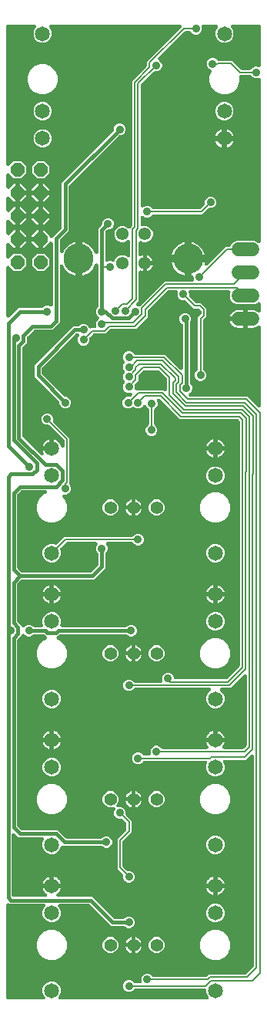
<source format=gbr>
G04 EAGLE Gerber RS-274X export*
G75*
%MOMM*%
%FSLAX34Y34*%
%LPD*%
%INTop Copper*%
%IPPOS*%
%AMOC8*
5,1,8,0,0,1.08239X$1,22.5*%
G01*
%ADD10C,1.650000*%
%ADD11C,1.380000*%
%ADD12C,3.316000*%
%ADD13C,1.400000*%
%ADD14P,1.649562X8X112.500000*%
%ADD15C,1.524000*%
%ADD16C,0.908000*%
%ADD17C,0.406400*%
%ADD18C,0.203200*%

G36*
X45841Y5082D02*
X45841Y5082D01*
X45850Y5081D01*
X46042Y5102D01*
X46233Y5121D01*
X46242Y5123D01*
X46251Y5124D01*
X46433Y5182D01*
X46618Y5239D01*
X46626Y5243D01*
X46635Y5246D01*
X46803Y5339D01*
X46972Y5431D01*
X46979Y5436D01*
X46987Y5441D01*
X47135Y5566D01*
X47281Y5688D01*
X47287Y5695D01*
X47294Y5701D01*
X47413Y5852D01*
X47534Y6002D01*
X47538Y6010D01*
X47543Y6017D01*
X47630Y6186D01*
X47719Y6359D01*
X47722Y6368D01*
X47726Y6376D01*
X47777Y6561D01*
X47831Y6746D01*
X47831Y6755D01*
X47834Y6764D01*
X47848Y6956D01*
X47864Y7148D01*
X47863Y7156D01*
X47863Y7165D01*
X47839Y7356D01*
X47817Y7547D01*
X47814Y7556D01*
X47813Y7565D01*
X47752Y7746D01*
X47692Y7930D01*
X47687Y7938D01*
X47685Y7946D01*
X47589Y8112D01*
X47494Y8281D01*
X47488Y8288D01*
X47484Y8295D01*
X47269Y8548D01*
X46498Y9319D01*
X44971Y13005D01*
X44971Y16995D01*
X46498Y20681D01*
X49319Y23502D01*
X53005Y25029D01*
X56995Y25029D01*
X60681Y23502D01*
X63502Y20681D01*
X65029Y16995D01*
X65029Y13005D01*
X63502Y9319D01*
X62731Y8548D01*
X62725Y8541D01*
X62719Y8536D01*
X62599Y8387D01*
X62476Y8237D01*
X62472Y8229D01*
X62466Y8222D01*
X62378Y8052D01*
X62287Y7881D01*
X62285Y7872D01*
X62281Y7865D01*
X62228Y7680D01*
X62173Y7495D01*
X62172Y7486D01*
X62169Y7478D01*
X62154Y7287D01*
X62136Y7094D01*
X62137Y7085D01*
X62136Y7076D01*
X62159Y6887D01*
X62180Y6694D01*
X62182Y6685D01*
X62183Y6677D01*
X62243Y6494D01*
X62301Y6310D01*
X62305Y6302D01*
X62308Y6294D01*
X62402Y6127D01*
X62496Y5958D01*
X62502Y5951D01*
X62506Y5943D01*
X62631Y5798D01*
X62756Y5651D01*
X62763Y5645D01*
X62769Y5638D01*
X62921Y5521D01*
X63072Y5401D01*
X63080Y5397D01*
X63087Y5392D01*
X63259Y5306D01*
X63431Y5219D01*
X63440Y5216D01*
X63448Y5212D01*
X63633Y5163D01*
X63819Y5111D01*
X63828Y5110D01*
X63837Y5108D01*
X64167Y5081D01*
X225833Y5081D01*
X225841Y5082D01*
X225850Y5081D01*
X226042Y5102D01*
X226233Y5121D01*
X226242Y5123D01*
X226251Y5124D01*
X226433Y5182D01*
X226618Y5239D01*
X226626Y5243D01*
X226635Y5246D01*
X226803Y5339D01*
X226972Y5431D01*
X226979Y5436D01*
X226987Y5441D01*
X227135Y5566D01*
X227281Y5688D01*
X227287Y5695D01*
X227294Y5701D01*
X227413Y5852D01*
X227534Y6002D01*
X227538Y6010D01*
X227543Y6017D01*
X227630Y6186D01*
X227719Y6359D01*
X227722Y6368D01*
X227726Y6376D01*
X227777Y6561D01*
X227831Y6746D01*
X227831Y6755D01*
X227834Y6764D01*
X227848Y6956D01*
X227864Y7148D01*
X227863Y7156D01*
X227863Y7165D01*
X227839Y7356D01*
X227817Y7547D01*
X227814Y7556D01*
X227813Y7565D01*
X227752Y7746D01*
X227692Y7930D01*
X227687Y7938D01*
X227685Y7946D01*
X227589Y8112D01*
X227494Y8281D01*
X227488Y8288D01*
X227484Y8295D01*
X227269Y8548D01*
X226498Y9319D01*
X224971Y13005D01*
X224971Y15174D01*
X224969Y15192D01*
X224971Y15210D01*
X224950Y15392D01*
X224931Y15575D01*
X224926Y15592D01*
X224924Y15609D01*
X224867Y15784D01*
X224813Y15960D01*
X224805Y15975D01*
X224799Y15992D01*
X224709Y16152D01*
X224621Y16314D01*
X224610Y16327D01*
X224601Y16343D01*
X224481Y16482D01*
X224364Y16623D01*
X224350Y16634D01*
X224338Y16648D01*
X224193Y16760D01*
X224050Y16875D01*
X224034Y16883D01*
X224020Y16894D01*
X223855Y16976D01*
X223693Y17061D01*
X223676Y17066D01*
X223660Y17074D01*
X223481Y17121D01*
X223306Y17172D01*
X223288Y17174D01*
X223271Y17178D01*
X222940Y17205D01*
X146983Y17205D01*
X146956Y17203D01*
X146929Y17205D01*
X146755Y17183D01*
X146582Y17165D01*
X146557Y17158D01*
X146530Y17154D01*
X146364Y17099D01*
X146197Y17047D01*
X146174Y17034D01*
X146148Y17026D01*
X145997Y16939D01*
X145843Y16855D01*
X145823Y16838D01*
X145799Y16825D01*
X145546Y16610D01*
X143579Y14643D01*
X141257Y13681D01*
X138743Y13681D01*
X136421Y14643D01*
X134643Y16421D01*
X133681Y18743D01*
X133681Y21257D01*
X134643Y23579D01*
X136421Y25357D01*
X138743Y26319D01*
X141257Y26319D01*
X143579Y25357D01*
X145546Y23390D01*
X145567Y23373D01*
X145585Y23352D01*
X145722Y23245D01*
X145858Y23135D01*
X145882Y23122D01*
X145903Y23106D01*
X146060Y23028D01*
X146214Y22946D01*
X146239Y22938D01*
X146263Y22926D01*
X146433Y22881D01*
X146599Y22831D01*
X146626Y22829D01*
X146652Y22822D01*
X146983Y22795D01*
X152001Y22795D01*
X152014Y22796D01*
X152028Y22795D01*
X152214Y22816D01*
X152402Y22835D01*
X152414Y22839D01*
X152428Y22840D01*
X152607Y22898D01*
X152786Y22953D01*
X152798Y22959D01*
X152811Y22963D01*
X152975Y23055D01*
X153140Y23145D01*
X153151Y23153D01*
X153163Y23160D01*
X153306Y23283D01*
X153450Y23402D01*
X153458Y23413D01*
X153468Y23421D01*
X153585Y23570D01*
X153702Y23716D01*
X153708Y23728D01*
X153717Y23738D01*
X153802Y23908D01*
X153888Y24073D01*
X153891Y24086D01*
X153897Y24098D01*
X153947Y24280D01*
X153999Y24460D01*
X154000Y24474D01*
X154004Y24487D01*
X154016Y24673D01*
X154032Y24862D01*
X154030Y24875D01*
X154031Y24888D01*
X154007Y25074D01*
X153985Y25261D01*
X153981Y25274D01*
X153979Y25287D01*
X153878Y25603D01*
X153681Y26077D01*
X153681Y28591D01*
X154643Y30913D01*
X156421Y32691D01*
X158743Y33653D01*
X161257Y33653D01*
X163579Y32691D01*
X165546Y30724D01*
X165567Y30707D01*
X165585Y30686D01*
X165722Y30579D01*
X165858Y30469D01*
X165882Y30456D01*
X165903Y30440D01*
X166060Y30362D01*
X166214Y30280D01*
X166239Y30272D01*
X166263Y30260D01*
X166433Y30215D01*
X166599Y30165D01*
X166626Y30163D01*
X166652Y30156D01*
X166983Y30129D01*
X224328Y30129D01*
X224355Y30131D01*
X224382Y30129D01*
X224555Y30151D01*
X224729Y30169D01*
X224754Y30176D01*
X224781Y30180D01*
X224947Y30235D01*
X225114Y30287D01*
X225137Y30300D01*
X225163Y30308D01*
X225314Y30395D01*
X225468Y30479D01*
X225488Y30496D01*
X225512Y30509D01*
X225765Y30724D01*
X227690Y32649D01*
X267855Y32649D01*
X267882Y32651D01*
X267908Y32649D01*
X268082Y32671D01*
X268256Y32689D01*
X268281Y32696D01*
X268308Y32700D01*
X268473Y32755D01*
X268641Y32807D01*
X268664Y32820D01*
X268689Y32828D01*
X268841Y32915D01*
X268995Y32999D01*
X269015Y33016D01*
X269038Y33029D01*
X269291Y33244D01*
X276610Y40563D01*
X276627Y40583D01*
X276648Y40601D01*
X276755Y40739D01*
X276865Y40874D01*
X276878Y40898D01*
X276894Y40919D01*
X276972Y41076D01*
X277054Y41230D01*
X277062Y41255D01*
X277074Y41279D01*
X277119Y41449D01*
X277169Y41616D01*
X277171Y41642D01*
X277178Y41668D01*
X277205Y41999D01*
X277205Y272159D01*
X277204Y272168D01*
X277205Y272177D01*
X277184Y272370D01*
X277165Y272560D01*
X277163Y272568D01*
X277162Y272577D01*
X277103Y272762D01*
X277047Y272945D01*
X277043Y272952D01*
X277040Y272961D01*
X276947Y273129D01*
X276855Y273299D01*
X276850Y273306D01*
X276845Y273313D01*
X276721Y273460D01*
X276598Y273608D01*
X276591Y273613D01*
X276585Y273620D01*
X276433Y273740D01*
X276284Y273860D01*
X276276Y273864D01*
X276269Y273870D01*
X276096Y273958D01*
X275927Y274046D01*
X275918Y274048D01*
X275910Y274052D01*
X275724Y274104D01*
X275540Y274157D01*
X275531Y274158D01*
X275522Y274160D01*
X275329Y274174D01*
X275138Y274190D01*
X275130Y274189D01*
X275121Y274190D01*
X274928Y274165D01*
X274739Y274143D01*
X274730Y274140D01*
X274721Y274139D01*
X274539Y274078D01*
X274356Y274018D01*
X274348Y274014D01*
X274340Y274011D01*
X274173Y273915D01*
X274005Y273820D01*
X273998Y273815D01*
X273991Y273810D01*
X273738Y273595D01*
X270624Y270481D01*
X268392Y268249D01*
X245478Y268249D01*
X245465Y268248D01*
X245451Y268249D01*
X245265Y268228D01*
X245077Y268209D01*
X245065Y268205D01*
X245051Y268204D01*
X244873Y268147D01*
X244692Y268091D01*
X244681Y268085D01*
X244668Y268081D01*
X244504Y267989D01*
X244338Y267899D01*
X244328Y267891D01*
X244316Y267884D01*
X244173Y267762D01*
X244029Y267642D01*
X244021Y267631D01*
X244011Y267623D01*
X243894Y267474D01*
X243777Y267328D01*
X243771Y267316D01*
X243762Y267306D01*
X243677Y267136D01*
X243591Y266971D01*
X243588Y266958D01*
X243582Y266946D01*
X243532Y266763D01*
X243480Y266584D01*
X243479Y266570D01*
X243475Y266557D01*
X243462Y266369D01*
X243447Y266182D01*
X243449Y266169D01*
X243448Y266156D01*
X243472Y265968D01*
X243494Y265783D01*
X243498Y265770D01*
X243500Y265757D01*
X243601Y265441D01*
X245029Y261995D01*
X245029Y258005D01*
X243502Y254319D01*
X240681Y251498D01*
X236995Y249971D01*
X233005Y249971D01*
X229319Y251498D01*
X226498Y254319D01*
X224971Y258005D01*
X224971Y261995D01*
X225966Y264397D01*
X225970Y264410D01*
X225976Y264421D01*
X226028Y264602D01*
X226083Y264782D01*
X226084Y264795D01*
X226088Y264808D01*
X226103Y264997D01*
X226121Y265183D01*
X226119Y265196D01*
X226120Y265210D01*
X226099Y265395D01*
X226079Y265583D01*
X226075Y265596D01*
X226074Y265609D01*
X226016Y265787D01*
X225959Y265968D01*
X225953Y265979D01*
X225949Y265992D01*
X225856Y266156D01*
X225766Y266321D01*
X225757Y266331D01*
X225751Y266343D01*
X225628Y266485D01*
X225507Y266629D01*
X225496Y266637D01*
X225488Y266648D01*
X225340Y266762D01*
X225192Y266880D01*
X225180Y266886D01*
X225170Y266894D01*
X225001Y266978D01*
X224834Y267064D01*
X224821Y267068D01*
X224809Y267074D01*
X224626Y267123D01*
X224447Y267174D01*
X224433Y267175D01*
X224420Y267178D01*
X224090Y267205D01*
X156983Y267205D01*
X156956Y267203D01*
X156929Y267205D01*
X156755Y267183D01*
X156582Y267165D01*
X156557Y267158D01*
X156530Y267154D01*
X156364Y267099D01*
X156197Y267047D01*
X156174Y267034D01*
X156148Y267026D01*
X155997Y266939D01*
X155843Y266855D01*
X155823Y266838D01*
X155799Y266825D01*
X155546Y266610D01*
X153579Y264643D01*
X151257Y263681D01*
X148743Y263681D01*
X146421Y264643D01*
X144643Y266421D01*
X143681Y268743D01*
X143681Y271257D01*
X144643Y273579D01*
X146421Y275357D01*
X148743Y276319D01*
X151257Y276319D01*
X153579Y275357D01*
X155546Y273390D01*
X155567Y273373D01*
X155585Y273352D01*
X155722Y273245D01*
X155858Y273135D01*
X155882Y273122D01*
X155903Y273106D01*
X156060Y273028D01*
X156214Y272946D01*
X156239Y272938D01*
X156263Y272926D01*
X156433Y272881D01*
X156599Y272831D01*
X156626Y272829D01*
X156652Y272822D01*
X156983Y272795D01*
X162001Y272795D01*
X162014Y272796D01*
X162028Y272795D01*
X162214Y272816D01*
X162402Y272835D01*
X162414Y272839D01*
X162428Y272840D01*
X162607Y272898D01*
X162786Y272953D01*
X162798Y272959D01*
X162811Y272963D01*
X162975Y273055D01*
X163140Y273145D01*
X163151Y273153D01*
X163163Y273160D01*
X163306Y273283D01*
X163450Y273402D01*
X163458Y273413D01*
X163468Y273421D01*
X163585Y273570D01*
X163702Y273716D01*
X163708Y273728D01*
X163717Y273738D01*
X163802Y273908D01*
X163888Y274073D01*
X163891Y274086D01*
X163897Y274098D01*
X163947Y274280D01*
X163999Y274460D01*
X164000Y274474D01*
X164004Y274487D01*
X164016Y274673D01*
X164032Y274862D01*
X164030Y274875D01*
X164031Y274888D01*
X164007Y275074D01*
X163985Y275261D01*
X163981Y275274D01*
X163979Y275287D01*
X163878Y275603D01*
X163681Y276077D01*
X163681Y278591D01*
X164643Y280913D01*
X166421Y282691D01*
X168743Y283653D01*
X171257Y283653D01*
X173579Y282691D01*
X175546Y280724D01*
X175567Y280707D01*
X175585Y280686D01*
X175722Y280579D01*
X175858Y280469D01*
X175882Y280456D01*
X175903Y280440D01*
X176060Y280362D01*
X176214Y280280D01*
X176239Y280272D01*
X176263Y280260D01*
X176433Y280215D01*
X176599Y280165D01*
X176626Y280163D01*
X176652Y280156D01*
X176983Y280129D01*
X225475Y280129D01*
X225526Y280134D01*
X225577Y280131D01*
X225726Y280154D01*
X225876Y280169D01*
X225925Y280184D01*
X225975Y280191D01*
X226117Y280243D01*
X226261Y280287D01*
X226306Y280311D01*
X226354Y280329D01*
X226482Y280407D01*
X226615Y280479D01*
X226654Y280511D01*
X226698Y280538D01*
X226808Y280640D01*
X226924Y280736D01*
X226956Y280776D01*
X226994Y280811D01*
X227082Y280933D01*
X227176Y281050D01*
X227200Y281095D01*
X227230Y281137D01*
X227293Y281274D01*
X227362Y281407D01*
X227376Y281456D01*
X227397Y281503D01*
X227432Y281650D01*
X227473Y281794D01*
X227477Y281845D01*
X227489Y281895D01*
X227494Y282046D01*
X227506Y282196D01*
X227500Y282246D01*
X227502Y282297D01*
X227477Y282446D01*
X227459Y282595D01*
X227443Y282644D01*
X227435Y282694D01*
X227381Y282835D01*
X227334Y282978D01*
X227309Y283023D01*
X227291Y283070D01*
X227171Y283268D01*
X227136Y283329D01*
X227127Y283339D01*
X227119Y283354D01*
X226205Y284611D01*
X225471Y286053D01*
X225081Y287251D01*
X234282Y287251D01*
X234300Y287252D01*
X234317Y287251D01*
X234500Y287272D01*
X234682Y287291D01*
X234699Y287296D01*
X234717Y287298D01*
X234892Y287355D01*
X234992Y287386D01*
X234999Y287382D01*
X235177Y287334D01*
X235352Y287284D01*
X235370Y287282D01*
X235387Y287278D01*
X235718Y287251D01*
X244919Y287251D01*
X244529Y286053D01*
X243795Y284611D01*
X242881Y283354D01*
X242856Y283310D01*
X242824Y283270D01*
X242754Y283136D01*
X242678Y283006D01*
X242662Y282958D01*
X242638Y282913D01*
X242597Y282768D01*
X242548Y282626D01*
X242541Y282575D01*
X242527Y282526D01*
X242514Y282376D01*
X242495Y282226D01*
X242498Y282175D01*
X242494Y282124D01*
X242511Y281975D01*
X242521Y281825D01*
X242535Y281775D01*
X242541Y281725D01*
X242587Y281581D01*
X242627Y281436D01*
X242650Y281390D01*
X242666Y281342D01*
X242740Y281211D01*
X242807Y281076D01*
X242838Y281036D01*
X242864Y280991D01*
X242962Y280877D01*
X243054Y280759D01*
X243093Y280725D01*
X243127Y280686D01*
X243246Y280594D01*
X243360Y280496D01*
X243404Y280471D01*
X243445Y280440D01*
X243580Y280373D01*
X243711Y280299D01*
X243759Y280283D01*
X243805Y280260D01*
X243951Y280221D01*
X244094Y280175D01*
X244145Y280169D01*
X244194Y280156D01*
X244425Y280137D01*
X244494Y280129D01*
X244508Y280130D01*
X244525Y280129D01*
X265335Y280129D01*
X265362Y280131D01*
X265388Y280129D01*
X265562Y280151D01*
X265736Y280169D01*
X265761Y280176D01*
X265788Y280180D01*
X265953Y280235D01*
X266121Y280287D01*
X266144Y280300D01*
X266169Y280308D01*
X266321Y280395D01*
X266475Y280479D01*
X266495Y280496D01*
X266518Y280509D01*
X266771Y280724D01*
X268990Y282943D01*
X269007Y282963D01*
X269028Y282981D01*
X269135Y283119D01*
X269245Y283254D01*
X269258Y283278D01*
X269274Y283299D01*
X269352Y283456D01*
X269434Y283610D01*
X269442Y283635D01*
X269454Y283659D01*
X269499Y283829D01*
X269549Y283996D01*
X269551Y284022D01*
X269558Y284048D01*
X269585Y284379D01*
X269585Y360159D01*
X269584Y360168D01*
X269585Y360177D01*
X269564Y360370D01*
X269545Y360560D01*
X269543Y360568D01*
X269542Y360577D01*
X269484Y360761D01*
X269427Y360945D01*
X269423Y360953D01*
X269420Y360961D01*
X269328Y361129D01*
X269235Y361299D01*
X269230Y361306D01*
X269225Y361313D01*
X269101Y361460D01*
X268978Y361608D01*
X268971Y361613D01*
X268965Y361620D01*
X268813Y361740D01*
X268664Y361860D01*
X268656Y361864D01*
X268649Y361870D01*
X268476Y361958D01*
X268307Y362046D01*
X268298Y362048D01*
X268290Y362052D01*
X268104Y362104D01*
X267920Y362157D01*
X267911Y362158D01*
X267902Y362160D01*
X267709Y362174D01*
X267518Y362190D01*
X267510Y362189D01*
X267501Y362190D01*
X267308Y362165D01*
X267119Y362143D01*
X267110Y362140D01*
X267101Y362139D01*
X266918Y362078D01*
X266736Y362018D01*
X266728Y362014D01*
X266720Y362011D01*
X266553Y361915D01*
X266385Y361820D01*
X266378Y361815D01*
X266371Y361810D01*
X266118Y361595D01*
X253960Y349437D01*
X251728Y347205D01*
X241881Y347205D01*
X241873Y347204D01*
X241864Y347205D01*
X241672Y347184D01*
X241481Y347165D01*
X241472Y347163D01*
X241463Y347162D01*
X241281Y347104D01*
X241096Y347047D01*
X241088Y347043D01*
X241079Y347040D01*
X240911Y346947D01*
X240742Y346855D01*
X240735Y346850D01*
X240727Y346845D01*
X240580Y346721D01*
X240433Y346598D01*
X240427Y346591D01*
X240420Y346585D01*
X240301Y346434D01*
X240180Y346284D01*
X240176Y346276D01*
X240171Y346269D01*
X240083Y346096D01*
X239995Y345927D01*
X239992Y345918D01*
X239988Y345910D01*
X239936Y345723D01*
X239883Y345540D01*
X239883Y345531D01*
X239880Y345522D01*
X239866Y345329D01*
X239850Y345138D01*
X239851Y345130D01*
X239851Y345121D01*
X239875Y344928D01*
X239897Y344739D01*
X239900Y344730D01*
X239901Y344721D01*
X239963Y344538D01*
X240022Y344356D01*
X240027Y344348D01*
X240029Y344340D01*
X240126Y344173D01*
X240220Y344005D01*
X240226Y343998D01*
X240230Y343991D01*
X240445Y343738D01*
X243502Y340681D01*
X245029Y336995D01*
X245029Y333005D01*
X243502Y329319D01*
X240681Y326498D01*
X236995Y324971D01*
X233005Y324971D01*
X229319Y326498D01*
X226498Y329319D01*
X224971Y333005D01*
X224971Y336995D01*
X226498Y340681D01*
X229555Y343738D01*
X229561Y343745D01*
X229567Y343750D01*
X229688Y343900D01*
X229810Y344049D01*
X229814Y344057D01*
X229820Y344064D01*
X229908Y344234D01*
X229999Y344405D01*
X230001Y344414D01*
X230005Y344421D01*
X230058Y344606D01*
X230113Y344791D01*
X230114Y344800D01*
X230117Y344808D01*
X230132Y344999D01*
X230150Y345192D01*
X230149Y345201D01*
X230150Y345210D01*
X230127Y345399D01*
X230106Y345592D01*
X230104Y345601D01*
X230103Y345609D01*
X230043Y345791D01*
X229985Y345976D01*
X229981Y345984D01*
X229978Y345992D01*
X229883Y346161D01*
X229790Y346328D01*
X229784Y346335D01*
X229780Y346343D01*
X229654Y346489D01*
X229530Y346635D01*
X229523Y346641D01*
X229517Y346648D01*
X229365Y346765D01*
X229214Y346885D01*
X229206Y346889D01*
X229199Y346894D01*
X229027Y346980D01*
X228855Y347067D01*
X228846Y347070D01*
X228838Y347074D01*
X228652Y347124D01*
X228467Y347175D01*
X228458Y347176D01*
X228449Y347178D01*
X228119Y347205D01*
X146983Y347205D01*
X146956Y347203D01*
X146929Y347205D01*
X146755Y347183D01*
X146582Y347165D01*
X146557Y347158D01*
X146530Y347154D01*
X146364Y347099D01*
X146197Y347047D01*
X146174Y347034D01*
X146148Y347026D01*
X145997Y346939D01*
X145843Y346855D01*
X145823Y346838D01*
X145799Y346825D01*
X145546Y346610D01*
X143579Y344643D01*
X141257Y343681D01*
X138743Y343681D01*
X136421Y344643D01*
X134643Y346421D01*
X133681Y348743D01*
X133681Y351257D01*
X134643Y353579D01*
X136421Y355357D01*
X138743Y356319D01*
X141257Y356319D01*
X143579Y355357D01*
X145546Y353390D01*
X145567Y353373D01*
X145585Y353352D01*
X145722Y353245D01*
X145858Y353135D01*
X145882Y353122D01*
X145903Y353106D01*
X146060Y353028D01*
X146214Y352946D01*
X146239Y352938D01*
X146263Y352926D01*
X146433Y352881D01*
X146599Y352831D01*
X146626Y352829D01*
X146652Y352822D01*
X146983Y352795D01*
X175001Y352795D01*
X175014Y352796D01*
X175028Y352795D01*
X175214Y352816D01*
X175402Y352835D01*
X175414Y352839D01*
X175428Y352840D01*
X175607Y352898D01*
X175786Y352953D01*
X175798Y352959D01*
X175811Y352963D01*
X175975Y353055D01*
X176140Y353145D01*
X176151Y353153D01*
X176163Y353160D01*
X176306Y353283D01*
X176450Y353402D01*
X176458Y353413D01*
X176468Y353421D01*
X176585Y353570D01*
X176702Y353716D01*
X176708Y353728D01*
X176717Y353738D01*
X176802Y353908D01*
X176888Y354073D01*
X176891Y354086D01*
X176897Y354098D01*
X176947Y354280D01*
X176999Y354460D01*
X177000Y354474D01*
X177004Y354487D01*
X177016Y354673D01*
X177032Y354862D01*
X177030Y354875D01*
X177031Y354888D01*
X177007Y355074D01*
X176985Y355261D01*
X176981Y355274D01*
X176979Y355287D01*
X176878Y355603D01*
X176681Y356077D01*
X176681Y358591D01*
X177643Y360913D01*
X179421Y362691D01*
X181743Y363653D01*
X184257Y363653D01*
X186579Y362691D01*
X188357Y360913D01*
X189321Y358586D01*
X189340Y358418D01*
X189359Y358235D01*
X189364Y358218D01*
X189366Y358201D01*
X189423Y358026D01*
X189477Y357850D01*
X189485Y357835D01*
X189491Y357818D01*
X189581Y357658D01*
X189669Y357496D01*
X189680Y357483D01*
X189689Y357467D01*
X189809Y357328D01*
X189926Y357187D01*
X189940Y357176D01*
X189952Y357162D01*
X190097Y357050D01*
X190240Y356935D01*
X190256Y356927D01*
X190270Y356916D01*
X190435Y356834D01*
X190597Y356749D01*
X190614Y356744D01*
X190630Y356736D01*
X190809Y356689D01*
X190984Y356638D01*
X191002Y356636D01*
X191019Y356632D01*
X191350Y356605D01*
X246993Y356605D01*
X247019Y356607D01*
X247046Y356605D01*
X247220Y356627D01*
X247393Y356645D01*
X247419Y356652D01*
X247446Y356656D01*
X247611Y356711D01*
X247778Y356763D01*
X247802Y356776D01*
X247827Y356784D01*
X247979Y356871D01*
X248132Y356955D01*
X248153Y356972D01*
X248176Y356985D01*
X248429Y357200D01*
X261370Y370141D01*
X261387Y370162D01*
X261408Y370179D01*
X261515Y370317D01*
X261625Y370452D01*
X261638Y370476D01*
X261654Y370497D01*
X261732Y370654D01*
X261814Y370808D01*
X261822Y370834D01*
X261834Y370858D01*
X261879Y371027D01*
X261929Y371194D01*
X261931Y371221D01*
X261938Y371246D01*
X261965Y371577D01*
X261965Y587826D01*
X261973Y587855D01*
X262023Y588022D01*
X262025Y588049D01*
X262032Y588075D01*
X262059Y588406D01*
X262059Y639110D01*
X262057Y639137D01*
X262059Y639163D01*
X262037Y639337D01*
X262019Y639511D01*
X262012Y639536D01*
X262008Y639563D01*
X261953Y639728D01*
X261901Y639896D01*
X261888Y639919D01*
X261880Y639945D01*
X261793Y640096D01*
X261709Y640250D01*
X261692Y640270D01*
X261679Y640293D01*
X261464Y640546D01*
X260640Y641370D01*
X260620Y641387D01*
X260602Y641408D01*
X260464Y641515D01*
X260329Y641625D01*
X260305Y641638D01*
X260284Y641654D01*
X260127Y641732D01*
X259973Y641814D01*
X259948Y641822D01*
X259924Y641834D01*
X259754Y641879D01*
X259587Y641929D01*
X259561Y641931D01*
X259535Y641938D01*
X259204Y641965D01*
X196052Y641965D01*
X174217Y663800D01*
X174196Y663817D01*
X174178Y663838D01*
X174040Y663945D01*
X173905Y664055D01*
X173881Y664068D01*
X173860Y664084D01*
X173703Y664162D01*
X173549Y664244D01*
X173524Y664252D01*
X173500Y664264D01*
X173330Y664309D01*
X173163Y664359D01*
X173137Y664361D01*
X173111Y664368D01*
X172780Y664395D01*
X172569Y664395D01*
X172556Y664394D01*
X172542Y664395D01*
X172356Y664374D01*
X172169Y664355D01*
X172156Y664351D01*
X172142Y664350D01*
X171963Y664292D01*
X171784Y664237D01*
X171772Y664231D01*
X171759Y664227D01*
X171594Y664135D01*
X171430Y664045D01*
X171419Y664037D01*
X171408Y664030D01*
X171264Y663908D01*
X171120Y663788D01*
X171112Y663777D01*
X171102Y663769D01*
X170985Y663620D01*
X170868Y663474D01*
X170862Y663462D01*
X170854Y663452D01*
X170769Y663282D01*
X170682Y663117D01*
X170679Y663104D01*
X170673Y663092D01*
X170623Y662909D01*
X170571Y662730D01*
X170570Y662716D01*
X170566Y662703D01*
X170554Y662515D01*
X170538Y662328D01*
X170540Y662315D01*
X170539Y662302D01*
X170563Y662114D01*
X170585Y661929D01*
X170589Y661916D01*
X170591Y661903D01*
X170693Y661587D01*
X171319Y660075D01*
X171319Y657561D01*
X170357Y655239D01*
X168390Y653272D01*
X168373Y653251D01*
X168352Y653233D01*
X168245Y653096D01*
X168135Y652960D01*
X168122Y652936D01*
X168106Y652915D01*
X168028Y652758D01*
X167946Y652604D01*
X167938Y652579D01*
X167926Y652555D01*
X167881Y652385D01*
X167831Y652219D01*
X167829Y652192D01*
X167822Y652166D01*
X167795Y651835D01*
X167795Y636817D01*
X167797Y636790D01*
X167795Y636763D01*
X167817Y636589D01*
X167835Y636416D01*
X167842Y636391D01*
X167846Y636364D01*
X167902Y636198D01*
X167953Y636031D01*
X167966Y636008D01*
X167974Y635982D01*
X168061Y635831D01*
X168145Y635677D01*
X168162Y635657D01*
X168175Y635633D01*
X168390Y635380D01*
X170191Y633579D01*
X171153Y631257D01*
X171153Y628743D01*
X170191Y626421D01*
X168413Y624643D01*
X166091Y623681D01*
X163577Y623681D01*
X161255Y624643D01*
X159477Y626421D01*
X158515Y628743D01*
X158515Y631257D01*
X159477Y633579D01*
X161354Y635456D01*
X161478Y635563D01*
X161616Y635677D01*
X161630Y635695D01*
X161648Y635710D01*
X161757Y635851D01*
X161870Y635990D01*
X161881Y636010D01*
X161894Y636028D01*
X161974Y636188D01*
X162057Y636346D01*
X162064Y636368D01*
X162074Y636388D01*
X162120Y636562D01*
X162170Y636733D01*
X162172Y636755D01*
X162178Y636777D01*
X162205Y637108D01*
X162205Y651835D01*
X162203Y651862D01*
X162205Y651889D01*
X162183Y652063D01*
X162165Y652236D01*
X162158Y652261D01*
X162154Y652288D01*
X162099Y652454D01*
X162047Y652621D01*
X162034Y652644D01*
X162026Y652670D01*
X161939Y652821D01*
X161855Y652975D01*
X161838Y652995D01*
X161825Y653019D01*
X161610Y653272D01*
X159643Y655239D01*
X159132Y656473D01*
X159128Y656481D01*
X159125Y656490D01*
X159033Y656658D01*
X158942Y656828D01*
X158936Y656835D01*
X158932Y656843D01*
X158808Y656990D01*
X158685Y657139D01*
X158678Y657144D01*
X158673Y657151D01*
X158522Y657271D01*
X158373Y657392D01*
X158365Y657397D01*
X158358Y657402D01*
X158187Y657490D01*
X158016Y657579D01*
X158007Y657582D01*
X158000Y657586D01*
X157815Y657638D01*
X157630Y657693D01*
X157621Y657693D01*
X157612Y657696D01*
X157421Y657711D01*
X157229Y657727D01*
X157220Y657726D01*
X157211Y657727D01*
X157020Y657704D01*
X156828Y657682D01*
X156820Y657679D01*
X156811Y657678D01*
X156628Y657618D01*
X156445Y657559D01*
X156437Y657554D01*
X156429Y657552D01*
X156261Y657456D01*
X156094Y657362D01*
X156087Y657357D01*
X156079Y657352D01*
X155933Y657225D01*
X155788Y657101D01*
X155782Y657094D01*
X155776Y657088D01*
X155659Y656937D01*
X155540Y656784D01*
X155536Y656776D01*
X155530Y656769D01*
X155379Y656473D01*
X155357Y656421D01*
X153579Y654643D01*
X151257Y653681D01*
X148743Y653681D01*
X146421Y654643D01*
X146007Y655057D01*
X145994Y655068D01*
X145982Y655082D01*
X145838Y655195D01*
X145696Y655312D01*
X145680Y655320D01*
X145666Y655331D01*
X145503Y655414D01*
X145340Y655500D01*
X145323Y655505D01*
X145307Y655514D01*
X145131Y655563D01*
X144954Y655615D01*
X144936Y655617D01*
X144919Y655622D01*
X144736Y655635D01*
X144553Y655652D01*
X144536Y655650D01*
X144518Y655651D01*
X144336Y655628D01*
X144153Y655608D01*
X144136Y655603D01*
X144118Y655601D01*
X143944Y655542D01*
X143769Y655487D01*
X143754Y655478D01*
X143737Y655472D01*
X143577Y655380D01*
X143417Y655292D01*
X143403Y655280D01*
X143388Y655271D01*
X143135Y655057D01*
X142721Y654643D01*
X140399Y653681D01*
X137885Y653681D01*
X135563Y654643D01*
X133785Y656421D01*
X132823Y658743D01*
X132823Y661257D01*
X133785Y663579D01*
X135563Y665357D01*
X137885Y666319D01*
X140667Y666319D01*
X140694Y666321D01*
X140720Y666319D01*
X140894Y666341D01*
X141068Y666359D01*
X141093Y666366D01*
X141120Y666370D01*
X141285Y666425D01*
X141453Y666477D01*
X141476Y666490D01*
X141501Y666498D01*
X141653Y666585D01*
X141807Y666669D01*
X141827Y666686D01*
X141850Y666699D01*
X142103Y666914D01*
X142829Y667640D01*
X142835Y667647D01*
X142842Y667652D01*
X142962Y667801D01*
X143084Y667951D01*
X143089Y667959D01*
X143094Y667966D01*
X143182Y668135D01*
X143273Y668307D01*
X143276Y668316D01*
X143280Y668323D01*
X143332Y668507D01*
X143388Y668693D01*
X143389Y668702D01*
X143391Y668710D01*
X143407Y668901D01*
X143424Y669094D01*
X143423Y669103D01*
X143424Y669112D01*
X143402Y669301D01*
X143381Y669494D01*
X143378Y669503D01*
X143377Y669511D01*
X143317Y669694D01*
X143259Y669878D01*
X143255Y669886D01*
X143252Y669894D01*
X143157Y670063D01*
X143065Y670230D01*
X143059Y670237D01*
X143054Y670245D01*
X142929Y670390D01*
X142804Y670537D01*
X142797Y670543D01*
X142791Y670550D01*
X142639Y670667D01*
X142488Y670787D01*
X142480Y670791D01*
X142473Y670796D01*
X142300Y670883D01*
X142129Y670969D01*
X142121Y670972D01*
X142113Y670976D01*
X141924Y671026D01*
X141741Y671077D01*
X141733Y671078D01*
X141724Y671080D01*
X141393Y671107D01*
X138743Y671107D01*
X136421Y672069D01*
X134643Y673847D01*
X133681Y676169D01*
X133681Y678683D01*
X134643Y681005D01*
X135057Y681419D01*
X135068Y681432D01*
X135082Y681444D01*
X135195Y681588D01*
X135312Y681730D01*
X135320Y681746D01*
X135331Y681760D01*
X135414Y681923D01*
X135500Y682086D01*
X135505Y682103D01*
X135514Y682119D01*
X135563Y682295D01*
X135615Y682472D01*
X135617Y682490D01*
X135622Y682507D01*
X135635Y682690D01*
X135652Y682873D01*
X135650Y682890D01*
X135651Y682908D01*
X135628Y683090D01*
X135608Y683273D01*
X135603Y683290D01*
X135601Y683308D01*
X135542Y683482D01*
X135487Y683657D01*
X135478Y683672D01*
X135472Y683689D01*
X135380Y683849D01*
X135292Y684009D01*
X135280Y684023D01*
X135271Y684038D01*
X135057Y684291D01*
X134643Y684705D01*
X133681Y687027D01*
X133681Y689541D01*
X134643Y691863D01*
X135057Y692277D01*
X135068Y692291D01*
X135082Y692302D01*
X135196Y692446D01*
X135312Y692588D01*
X135320Y692604D01*
X135331Y692618D01*
X135415Y692782D01*
X135500Y692944D01*
X135505Y692961D01*
X135514Y692977D01*
X135563Y693154D01*
X135615Y693330D01*
X135617Y693348D01*
X135622Y693365D01*
X135635Y693548D01*
X135652Y693731D01*
X135650Y693749D01*
X135651Y693766D01*
X135628Y693948D01*
X135608Y694131D01*
X135603Y694148D01*
X135600Y694166D01*
X135542Y694339D01*
X135487Y694515D01*
X135478Y694531D01*
X135472Y694547D01*
X135380Y694707D01*
X135292Y694867D01*
X135280Y694881D01*
X135271Y694896D01*
X135057Y695149D01*
X134643Y695563D01*
X133681Y697885D01*
X133681Y700399D01*
X134643Y702721D01*
X135057Y703135D01*
X135068Y703148D01*
X135082Y703160D01*
X135195Y703304D01*
X135312Y703446D01*
X135320Y703462D01*
X135331Y703476D01*
X135414Y703639D01*
X135500Y703802D01*
X135505Y703819D01*
X135514Y703835D01*
X135563Y704011D01*
X135615Y704188D01*
X135617Y704206D01*
X135622Y704223D01*
X135635Y704406D01*
X135652Y704589D01*
X135650Y704606D01*
X135651Y704624D01*
X135628Y704806D01*
X135608Y704989D01*
X135603Y705006D01*
X135601Y705024D01*
X135542Y705198D01*
X135487Y705373D01*
X135478Y705388D01*
X135472Y705405D01*
X135380Y705565D01*
X135292Y705725D01*
X135280Y705739D01*
X135271Y705754D01*
X135057Y706007D01*
X134643Y706421D01*
X133681Y708743D01*
X133681Y711257D01*
X134643Y713579D01*
X136421Y715357D01*
X138743Y716319D01*
X141257Y716319D01*
X143579Y715357D01*
X145546Y713390D01*
X145567Y713373D01*
X145585Y713352D01*
X145722Y713245D01*
X145858Y713135D01*
X145882Y713122D01*
X145903Y713106D01*
X146060Y713028D01*
X146214Y712946D01*
X146239Y712938D01*
X146263Y712926D01*
X146433Y712881D01*
X146599Y712831D01*
X146626Y712829D01*
X146652Y712822D01*
X146983Y712795D01*
X179614Y712795D01*
X196004Y696405D01*
X196011Y696399D01*
X196016Y696392D01*
X196166Y696272D01*
X196315Y696150D01*
X196323Y696145D01*
X196330Y696140D01*
X196500Y696051D01*
X196671Y695961D01*
X196680Y695958D01*
X196687Y695954D01*
X196872Y695901D01*
X197057Y695846D01*
X197066Y695845D01*
X197074Y695843D01*
X197266Y695827D01*
X197458Y695810D01*
X197467Y695811D01*
X197476Y695810D01*
X197665Y695832D01*
X197858Y695853D01*
X197867Y695856D01*
X197875Y695857D01*
X198057Y695916D01*
X198242Y695975D01*
X198250Y695979D01*
X198258Y695982D01*
X198427Y696077D01*
X198594Y696169D01*
X198601Y696175D01*
X198609Y696180D01*
X198755Y696306D01*
X198901Y696430D01*
X198907Y696437D01*
X198914Y696443D01*
X199031Y696594D01*
X199151Y696746D01*
X199155Y696754D01*
X199160Y696761D01*
X199246Y696933D01*
X199333Y697105D01*
X199336Y697113D01*
X199340Y697121D01*
X199390Y697308D01*
X199441Y697493D01*
X199442Y697502D01*
X199444Y697510D01*
X199471Y697841D01*
X199471Y744887D01*
X199469Y744909D01*
X199471Y744931D01*
X199449Y745109D01*
X199431Y745288D01*
X199425Y745309D01*
X199422Y745331D01*
X199366Y745502D01*
X199313Y745673D01*
X199303Y745692D01*
X199296Y745713D01*
X199207Y745869D01*
X199121Y746027D01*
X199107Y746044D01*
X199096Y746063D01*
X198978Y746199D01*
X198864Y746336D01*
X198846Y746350D01*
X198832Y746367D01*
X198689Y746476D01*
X198550Y746588D01*
X198530Y746598D01*
X198513Y746612D01*
X198217Y746764D01*
X198139Y746796D01*
X196361Y748574D01*
X195399Y750896D01*
X195399Y753410D01*
X196361Y755732D01*
X198139Y757510D01*
X200461Y758472D01*
X202975Y758472D01*
X205297Y757510D01*
X207075Y755732D01*
X208037Y753410D01*
X208037Y750896D01*
X207247Y748990D01*
X207238Y748961D01*
X207224Y748933D01*
X207180Y748768D01*
X207131Y748605D01*
X207128Y748574D01*
X207120Y748544D01*
X207093Y748213D01*
X207093Y681967D01*
X207095Y681940D01*
X207093Y681913D01*
X207115Y681739D01*
X207133Y681566D01*
X207140Y681541D01*
X207144Y681514D01*
X207199Y681348D01*
X207251Y681181D01*
X207264Y681158D01*
X207272Y681132D01*
X207359Y680981D01*
X207443Y680827D01*
X207460Y680807D01*
X207473Y680783D01*
X207688Y680530D01*
X208639Y679579D01*
X209601Y677257D01*
X209601Y674743D01*
X208639Y672421D01*
X206824Y670606D01*
X206823Y670605D01*
X206650Y670513D01*
X206646Y670510D01*
X206642Y670507D01*
X206492Y670382D01*
X206339Y670256D01*
X206337Y670253D01*
X206333Y670250D01*
X206210Y670097D01*
X206086Y669943D01*
X206084Y669939D01*
X206081Y669936D01*
X205991Y669763D01*
X205899Y669587D01*
X205897Y669583D01*
X205895Y669579D01*
X205841Y669390D01*
X205785Y669201D01*
X205785Y669196D01*
X205784Y669192D01*
X205767Y668989D01*
X205751Y668799D01*
X205751Y668795D01*
X205751Y668790D01*
X205774Y668593D01*
X205796Y668399D01*
X205797Y668395D01*
X205798Y668391D01*
X205859Y668203D01*
X205919Y668016D01*
X205921Y668012D01*
X205923Y668008D01*
X206019Y667837D01*
X206115Y667665D01*
X206118Y667661D01*
X206121Y667657D01*
X206249Y667508D01*
X206377Y667359D01*
X206381Y667356D01*
X206384Y667352D01*
X206539Y667232D01*
X206694Y667110D01*
X206698Y667108D01*
X206702Y667106D01*
X206878Y667018D01*
X207054Y666930D01*
X207058Y666928D01*
X207062Y666926D01*
X207254Y666875D01*
X207442Y666823D01*
X207447Y666823D01*
X207451Y666822D01*
X207782Y666795D01*
X270062Y666795D01*
X281452Y655405D01*
X281459Y655399D01*
X281464Y655392D01*
X281614Y655272D01*
X281763Y655150D01*
X281771Y655145D01*
X281778Y655140D01*
X281948Y655051D01*
X282119Y654961D01*
X282128Y654958D01*
X282135Y654954D01*
X282320Y654901D01*
X282505Y654846D01*
X282514Y654845D01*
X282522Y654843D01*
X282714Y654827D01*
X282906Y654810D01*
X282915Y654811D01*
X282924Y654810D01*
X283113Y654832D01*
X283306Y654853D01*
X283315Y654856D01*
X283323Y654857D01*
X283505Y654916D01*
X283690Y654975D01*
X283698Y654979D01*
X283706Y654982D01*
X283875Y655077D01*
X284042Y655169D01*
X284049Y655175D01*
X284057Y655180D01*
X284203Y655306D01*
X284349Y655430D01*
X284355Y655437D01*
X284362Y655443D01*
X284479Y655594D01*
X284599Y655746D01*
X284603Y655754D01*
X284608Y655761D01*
X284694Y655933D01*
X284781Y656105D01*
X284784Y656113D01*
X284788Y656121D01*
X284838Y656308D01*
X284889Y656493D01*
X284890Y656502D01*
X284892Y656510D01*
X284919Y656841D01*
X284919Y742738D01*
X284914Y742789D01*
X284917Y742840D01*
X284894Y742989D01*
X284879Y743139D01*
X284864Y743188D01*
X284857Y743238D01*
X284805Y743380D01*
X284761Y743524D01*
X284737Y743569D01*
X284719Y743617D01*
X284641Y743746D01*
X284569Y743878D01*
X284537Y743917D01*
X284510Y743961D01*
X284408Y744072D01*
X284312Y744187D01*
X284272Y744219D01*
X284237Y744257D01*
X284115Y744345D01*
X283998Y744440D01*
X283953Y744463D01*
X283911Y744493D01*
X283774Y744556D01*
X283641Y744625D01*
X283592Y744639D01*
X283545Y744660D01*
X283398Y744695D01*
X283254Y744736D01*
X283203Y744741D01*
X283153Y744752D01*
X283002Y744757D01*
X282852Y744769D01*
X282802Y744763D01*
X282751Y744765D01*
X282602Y744740D01*
X282453Y744722D01*
X282404Y744707D01*
X282354Y744698D01*
X282213Y744644D01*
X282070Y744598D01*
X282025Y744572D01*
X281978Y744554D01*
X281780Y744434D01*
X281719Y744400D01*
X281709Y744391D01*
X281694Y744382D01*
X280679Y743644D01*
X279325Y742954D01*
X277880Y742485D01*
X276380Y742247D01*
X270539Y742247D01*
X270539Y751392D01*
X270537Y751410D01*
X270539Y751427D01*
X270518Y751610D01*
X270499Y751792D01*
X270494Y751809D01*
X270492Y751827D01*
X270467Y751905D01*
X270506Y752042D01*
X270508Y752060D01*
X270512Y752077D01*
X270539Y752408D01*
X270539Y761553D01*
X276380Y761553D01*
X277880Y761315D01*
X279325Y760846D01*
X280679Y760156D01*
X281694Y759418D01*
X281738Y759393D01*
X281778Y759360D01*
X281912Y759291D01*
X282042Y759215D01*
X282090Y759199D01*
X282135Y759175D01*
X282280Y759133D01*
X282422Y759084D01*
X282473Y759078D01*
X282522Y759064D01*
X282672Y759051D01*
X282822Y759031D01*
X282873Y759035D01*
X282924Y759031D01*
X283073Y759048D01*
X283223Y759058D01*
X283273Y759072D01*
X283323Y759078D01*
X283467Y759124D01*
X283612Y759164D01*
X283658Y759187D01*
X283706Y759202D01*
X283837Y759276D01*
X283972Y759344D01*
X284012Y759375D01*
X284057Y759400D01*
X284171Y759499D01*
X284289Y759591D01*
X284323Y759630D01*
X284362Y759664D01*
X284454Y759782D01*
X284552Y759897D01*
X284577Y759941D01*
X284608Y759982D01*
X284675Y760116D01*
X284749Y760248D01*
X284765Y760296D01*
X284788Y760342D01*
X284827Y760488D01*
X284873Y760631D01*
X284879Y760682D01*
X284892Y760731D01*
X284911Y760961D01*
X284919Y761031D01*
X284918Y761044D01*
X284919Y761062D01*
X284919Y768404D01*
X284918Y768412D01*
X284919Y768421D01*
X284898Y768614D01*
X284879Y768804D01*
X284877Y768813D01*
X284876Y768822D01*
X284818Y769005D01*
X284761Y769189D01*
X284757Y769197D01*
X284754Y769206D01*
X284661Y769375D01*
X284569Y769543D01*
X284564Y769550D01*
X284559Y769558D01*
X284434Y769706D01*
X284312Y769852D01*
X284305Y769858D01*
X284299Y769865D01*
X284147Y769985D01*
X283998Y770105D01*
X283990Y770109D01*
X283983Y770114D01*
X283810Y770202D01*
X283641Y770290D01*
X283632Y770293D01*
X283624Y770297D01*
X283439Y770348D01*
X283254Y770402D01*
X283245Y770402D01*
X283236Y770405D01*
X283044Y770419D01*
X282852Y770435D01*
X282844Y770433D01*
X282835Y770434D01*
X282643Y770410D01*
X282453Y770388D01*
X282444Y770385D01*
X282435Y770384D01*
X282253Y770323D01*
X282070Y770263D01*
X282062Y770258D01*
X282054Y770256D01*
X281886Y770159D01*
X281719Y770065D01*
X281712Y770059D01*
X281705Y770055D01*
X281452Y769840D01*
X280944Y769332D01*
X279352Y768673D01*
X277490Y767901D01*
X258510Y767901D01*
X255056Y769332D01*
X252412Y771976D01*
X250981Y775430D01*
X250981Y779170D01*
X251568Y780587D01*
X251572Y780600D01*
X251578Y780611D01*
X251630Y780792D01*
X251685Y780972D01*
X251686Y780985D01*
X251690Y780998D01*
X251705Y781186D01*
X251723Y781373D01*
X251721Y781386D01*
X251723Y781400D01*
X251701Y781587D01*
X251681Y781773D01*
X251677Y781786D01*
X251676Y781799D01*
X251617Y781979D01*
X251561Y782158D01*
X251555Y782169D01*
X251551Y782182D01*
X251458Y782347D01*
X251368Y782511D01*
X251360Y782521D01*
X251353Y782533D01*
X251230Y782675D01*
X251109Y782819D01*
X251098Y782827D01*
X251090Y782838D01*
X250941Y782953D01*
X250794Y783070D01*
X250782Y783076D01*
X250772Y783084D01*
X250603Y783168D01*
X250436Y783254D01*
X250423Y783258D01*
X250411Y783264D01*
X250228Y783313D01*
X250049Y783364D01*
X250035Y783365D01*
X250022Y783368D01*
X249692Y783395D01*
X207681Y783395D01*
X207668Y783394D01*
X207654Y783395D01*
X207468Y783374D01*
X207280Y783355D01*
X207268Y783351D01*
X207254Y783350D01*
X207075Y783292D01*
X206896Y783237D01*
X206884Y783231D01*
X206871Y783227D01*
X206707Y783135D01*
X206542Y783045D01*
X206531Y783037D01*
X206519Y783030D01*
X206376Y782907D01*
X206232Y782788D01*
X206224Y782777D01*
X206214Y782769D01*
X206097Y782620D01*
X205980Y782474D01*
X205974Y782462D01*
X205965Y782452D01*
X205880Y782282D01*
X205794Y782117D01*
X205791Y782104D01*
X205785Y782092D01*
X205735Y781910D01*
X205683Y781730D01*
X205682Y781716D01*
X205678Y781703D01*
X205666Y781517D01*
X205650Y781328D01*
X205652Y781315D01*
X205651Y781302D01*
X205675Y781116D01*
X205697Y780929D01*
X205701Y780916D01*
X205703Y780903D01*
X205804Y780587D01*
X206001Y780113D01*
X206001Y777331D01*
X206003Y777304D01*
X206001Y777278D01*
X206023Y777104D01*
X206041Y776930D01*
X206048Y776905D01*
X206052Y776878D01*
X206107Y776713D01*
X206159Y776545D01*
X206172Y776522D01*
X206180Y776497D01*
X206267Y776345D01*
X206351Y776191D01*
X206368Y776171D01*
X206381Y776148D01*
X206596Y775895D01*
X212767Y769724D01*
X212787Y769707D01*
X212805Y769686D01*
X212943Y769579D01*
X213078Y769469D01*
X213102Y769456D01*
X213123Y769440D01*
X213280Y769362D01*
X213434Y769280D01*
X213459Y769272D01*
X213483Y769260D01*
X213653Y769215D01*
X213820Y769165D01*
X213846Y769163D01*
X213872Y769156D01*
X214203Y769129D01*
X219195Y769129D01*
X225129Y763195D01*
X225129Y754805D01*
X222080Y751755D01*
X222063Y751735D01*
X222042Y751717D01*
X221935Y751579D01*
X221824Y751444D01*
X221812Y751420D01*
X221796Y751399D01*
X221718Y751242D01*
X221636Y751088D01*
X221628Y751063D01*
X221616Y751039D01*
X221571Y750869D01*
X221521Y750702D01*
X221519Y750676D01*
X221512Y750650D01*
X221485Y750319D01*
X221485Y697301D01*
X221487Y697274D01*
X221485Y697247D01*
X221507Y697073D01*
X221525Y696900D01*
X221532Y696875D01*
X221536Y696848D01*
X221591Y696682D01*
X221643Y696515D01*
X221655Y696492D01*
X221664Y696466D01*
X221751Y696315D01*
X221834Y696161D01*
X221851Y696141D01*
X221865Y696117D01*
X222080Y695864D01*
X224047Y693897D01*
X225009Y691575D01*
X225009Y689061D01*
X224047Y686739D01*
X222269Y684961D01*
X219947Y683999D01*
X217433Y683999D01*
X215111Y684961D01*
X213333Y686739D01*
X212371Y689061D01*
X212371Y691575D01*
X213333Y693897D01*
X215300Y695864D01*
X215317Y695885D01*
X215337Y695903D01*
X215444Y696040D01*
X215555Y696176D01*
X215568Y696200D01*
X215584Y696221D01*
X215662Y696378D01*
X215744Y696532D01*
X215751Y696557D01*
X215763Y696581D01*
X215809Y696751D01*
X215859Y696917D01*
X215861Y696944D01*
X215868Y696970D01*
X215895Y697301D01*
X215895Y753476D01*
X218944Y756525D01*
X218961Y756546D01*
X218982Y756563D01*
X219089Y756701D01*
X219199Y756836D01*
X219212Y756860D01*
X219228Y756881D01*
X219306Y757038D01*
X219388Y757192D01*
X219396Y757218D01*
X219408Y757242D01*
X219453Y757411D01*
X219503Y757578D01*
X219505Y757605D01*
X219512Y757630D01*
X219539Y757961D01*
X219539Y760039D01*
X219537Y760065D01*
X219539Y760092D01*
X219517Y760266D01*
X219499Y760440D01*
X219492Y760465D01*
X219488Y760492D01*
X219433Y760657D01*
X219381Y760824D01*
X219368Y760848D01*
X219360Y760873D01*
X219273Y761025D01*
X219189Y761178D01*
X219172Y761199D01*
X219159Y761222D01*
X218944Y761475D01*
X217475Y762944D01*
X217454Y762961D01*
X217437Y762982D01*
X217299Y763089D01*
X217164Y763199D01*
X217140Y763212D01*
X217119Y763228D01*
X216962Y763306D01*
X216808Y763388D01*
X216782Y763396D01*
X216758Y763408D01*
X216589Y763453D01*
X216422Y763503D01*
X216395Y763505D01*
X216370Y763512D01*
X216039Y763539D01*
X211046Y763539D01*
X202643Y771942D01*
X202623Y771959D01*
X202605Y771980D01*
X202467Y772087D01*
X202332Y772197D01*
X202308Y772210D01*
X202287Y772226D01*
X202130Y772304D01*
X201976Y772386D01*
X201951Y772394D01*
X201927Y772406D01*
X201757Y772451D01*
X201590Y772501D01*
X201564Y772503D01*
X201538Y772510D01*
X201207Y772537D01*
X198425Y772537D01*
X196103Y773499D01*
X194325Y775277D01*
X193363Y777599D01*
X193363Y780113D01*
X193560Y780587D01*
X193563Y780599D01*
X193570Y780611D01*
X193622Y780793D01*
X193676Y780972D01*
X193677Y780985D01*
X193681Y780998D01*
X193696Y781187D01*
X193714Y781373D01*
X193713Y781386D01*
X193714Y781400D01*
X193692Y781586D01*
X193673Y781773D01*
X193669Y781786D01*
X193667Y781799D01*
X193609Y781978D01*
X193553Y782158D01*
X193546Y782169D01*
X193542Y782182D01*
X193449Y782347D01*
X193359Y782511D01*
X193351Y782521D01*
X193344Y782533D01*
X193221Y782676D01*
X193100Y782819D01*
X193090Y782827D01*
X193081Y782838D01*
X192933Y782952D01*
X192785Y783070D01*
X192774Y783076D01*
X192763Y783084D01*
X192595Y783168D01*
X192427Y783254D01*
X192414Y783258D01*
X192402Y783264D01*
X192220Y783313D01*
X192040Y783364D01*
X192027Y783365D01*
X192014Y783368D01*
X191683Y783395D01*
X183577Y783395D01*
X183551Y783393D01*
X183524Y783395D01*
X183350Y783373D01*
X183177Y783355D01*
X183151Y783348D01*
X183124Y783344D01*
X182959Y783289D01*
X182792Y783237D01*
X182768Y783224D01*
X182743Y783216D01*
X182591Y783129D01*
X182438Y783045D01*
X182417Y783028D01*
X182394Y783015D01*
X182141Y782800D01*
X161250Y761909D01*
X161233Y761888D01*
X161212Y761871D01*
X161105Y761733D01*
X160995Y761598D01*
X160982Y761574D01*
X160966Y761553D01*
X160888Y761396D01*
X160806Y761242D01*
X160798Y761216D01*
X160786Y761192D01*
X160741Y761023D01*
X160691Y760856D01*
X160689Y760829D01*
X160682Y760804D01*
X160655Y760473D01*
X160655Y754226D01*
X147648Y741219D01*
X120194Y741219D01*
X120167Y741217D01*
X120140Y741219D01*
X119966Y741197D01*
X119793Y741179D01*
X119767Y741172D01*
X119741Y741168D01*
X119575Y741113D01*
X119408Y741061D01*
X119384Y741048D01*
X119359Y741040D01*
X119207Y740953D01*
X119054Y740869D01*
X119034Y740852D01*
X119010Y740839D01*
X118757Y740624D01*
X114195Y736063D01*
X101714Y736063D01*
X101688Y736060D01*
X101661Y736062D01*
X101487Y736040D01*
X101314Y736023D01*
X101288Y736015D01*
X101262Y736011D01*
X101096Y735956D01*
X100929Y735905D01*
X100905Y735892D01*
X100880Y735883D01*
X100728Y735796D01*
X100575Y735713D01*
X100554Y735696D01*
X100531Y735682D01*
X100278Y735468D01*
X96914Y732103D01*
X96897Y732083D01*
X96876Y732065D01*
X96769Y731927D01*
X96659Y731792D01*
X96646Y731768D01*
X96630Y731747D01*
X96552Y731590D01*
X96470Y731436D01*
X96462Y731411D01*
X96450Y731387D01*
X96405Y731217D01*
X96355Y731050D01*
X96353Y731024D01*
X96346Y730998D01*
X96319Y730667D01*
X96319Y727885D01*
X95357Y725563D01*
X93579Y723785D01*
X91257Y722823D01*
X88743Y722823D01*
X86421Y723785D01*
X84643Y725563D01*
X83681Y727885D01*
X83681Y730399D01*
X84643Y732721D01*
X84644Y732722D01*
X84649Y732729D01*
X84656Y732734D01*
X84777Y732885D01*
X84899Y733033D01*
X84903Y733041D01*
X84909Y733048D01*
X84997Y733218D01*
X85087Y733389D01*
X85090Y733397D01*
X85094Y733405D01*
X85147Y733590D01*
X85202Y733775D01*
X85203Y733784D01*
X85205Y733792D01*
X85221Y733984D01*
X85239Y734176D01*
X85238Y734185D01*
X85238Y734194D01*
X85216Y734384D01*
X85195Y734576D01*
X85192Y734584D01*
X85191Y734593D01*
X85132Y734777D01*
X85074Y734960D01*
X85069Y734968D01*
X85067Y734976D01*
X84971Y735145D01*
X84879Y735312D01*
X84873Y735319D01*
X84869Y735327D01*
X84743Y735473D01*
X84618Y735619D01*
X84611Y735625D01*
X84606Y735632D01*
X84454Y735749D01*
X84303Y735869D01*
X84294Y735873D01*
X84287Y735878D01*
X84115Y735964D01*
X83944Y736051D01*
X83935Y736054D01*
X83927Y736058D01*
X83740Y736108D01*
X83556Y736159D01*
X83547Y736160D01*
X83538Y736162D01*
X83207Y736189D01*
X82420Y736189D01*
X82393Y736187D01*
X82367Y736189D01*
X82193Y736167D01*
X82019Y736149D01*
X81994Y736142D01*
X81967Y736138D01*
X81801Y736083D01*
X81634Y736031D01*
X81611Y736018D01*
X81585Y736010D01*
X81434Y735923D01*
X81280Y735839D01*
X81260Y735822D01*
X81237Y735809D01*
X80984Y735594D01*
X44406Y699016D01*
X44389Y698996D01*
X44368Y698978D01*
X44261Y698840D01*
X44151Y698705D01*
X44138Y698681D01*
X44122Y698660D01*
X44044Y698503D01*
X43962Y698349D01*
X43954Y698324D01*
X43942Y698300D01*
X43897Y698130D01*
X43847Y697963D01*
X43845Y697937D01*
X43838Y697911D01*
X43811Y697580D01*
X43811Y692420D01*
X43813Y692393D01*
X43811Y692367D01*
X43833Y692193D01*
X43851Y692019D01*
X43858Y691994D01*
X43862Y691967D01*
X43918Y691801D01*
X43969Y691634D01*
X43982Y691611D01*
X43990Y691585D01*
X44077Y691434D01*
X44161Y691280D01*
X44178Y691260D01*
X44191Y691237D01*
X44406Y690984D01*
X68476Y666914D01*
X68496Y666897D01*
X68514Y666876D01*
X68652Y666769D01*
X68787Y666659D01*
X68811Y666646D01*
X68832Y666630D01*
X68989Y666552D01*
X69143Y666470D01*
X69168Y666462D01*
X69192Y666450D01*
X69362Y666405D01*
X69529Y666355D01*
X69555Y666353D01*
X69581Y666346D01*
X69912Y666319D01*
X71257Y666319D01*
X73579Y665357D01*
X75357Y663579D01*
X76319Y661257D01*
X76319Y658743D01*
X75357Y656421D01*
X73579Y654643D01*
X71257Y653681D01*
X68743Y653681D01*
X66421Y654643D01*
X64643Y656421D01*
X63681Y658743D01*
X63681Y660088D01*
X63679Y660115D01*
X63681Y660141D01*
X63659Y660315D01*
X63641Y660489D01*
X63634Y660514D01*
X63630Y660541D01*
X63575Y660707D01*
X63523Y660874D01*
X63510Y660897D01*
X63502Y660923D01*
X63415Y661074D01*
X63331Y661228D01*
X63314Y661248D01*
X63301Y661271D01*
X63086Y661524D01*
X36189Y688422D01*
X36189Y701578D01*
X78422Y743811D01*
X84033Y743811D01*
X84060Y743813D01*
X84087Y743811D01*
X84261Y743833D01*
X84434Y743851D01*
X84459Y743858D01*
X84486Y743862D01*
X84652Y743917D01*
X84819Y743969D01*
X84842Y743982D01*
X84868Y743990D01*
X85019Y744077D01*
X85173Y744161D01*
X85193Y744178D01*
X85217Y744191D01*
X85470Y744406D01*
X86421Y745357D01*
X88743Y746319D01*
X91257Y746319D01*
X93579Y745357D01*
X95357Y743579D01*
X95695Y742762D01*
X95702Y742750D01*
X95706Y742737D01*
X95797Y742573D01*
X95886Y742407D01*
X95894Y742396D01*
X95901Y742385D01*
X96022Y742242D01*
X96142Y742096D01*
X96152Y742088D01*
X96161Y742078D01*
X96309Y741961D01*
X96455Y741843D01*
X96467Y741836D01*
X96477Y741828D01*
X96645Y741743D01*
X96811Y741656D01*
X96824Y741652D01*
X96836Y741646D01*
X97017Y741595D01*
X97198Y741543D01*
X97211Y741541D01*
X97224Y741538D01*
X97411Y741524D01*
X97599Y741508D01*
X97612Y741509D01*
X97626Y741508D01*
X97812Y741532D01*
X97999Y741553D01*
X98012Y741557D01*
X98025Y741559D01*
X98203Y741619D01*
X98307Y741652D01*
X102001Y741652D01*
X102014Y741653D01*
X102028Y741652D01*
X102214Y741673D01*
X102402Y741692D01*
X102414Y741696D01*
X102428Y741697D01*
X102607Y741755D01*
X102786Y741810D01*
X102798Y741816D01*
X102811Y741821D01*
X102975Y741912D01*
X103140Y742002D01*
X103151Y742010D01*
X103163Y742017D01*
X103306Y742140D01*
X103450Y742260D01*
X103458Y742270D01*
X103468Y742279D01*
X103585Y742428D01*
X103702Y742573D01*
X103708Y742585D01*
X103717Y742596D01*
X103802Y742765D01*
X103888Y742931D01*
X103891Y742943D01*
X103897Y742956D01*
X103947Y743137D01*
X103999Y743318D01*
X104000Y743331D01*
X104004Y743344D01*
X104016Y743531D01*
X104032Y743719D01*
X104030Y743732D01*
X104031Y743746D01*
X104007Y743930D01*
X103985Y744119D01*
X103981Y744131D01*
X103979Y744145D01*
X103878Y744461D01*
X103681Y744934D01*
X103681Y747448D01*
X104643Y749771D01*
X106532Y751659D01*
X106543Y751673D01*
X106557Y751685D01*
X106671Y751829D01*
X106787Y751971D01*
X106795Y751987D01*
X106807Y752001D01*
X106890Y752165D01*
X106976Y752327D01*
X106981Y752344D01*
X106989Y752360D01*
X107038Y752537D01*
X107090Y752712D01*
X107092Y752730D01*
X107097Y752747D01*
X107110Y752930D01*
X107127Y753113D01*
X107125Y753131D01*
X107126Y753149D01*
X107103Y753331D01*
X107083Y753514D01*
X107078Y753531D01*
X107076Y753548D01*
X107018Y753722D01*
X106962Y753898D01*
X106953Y753913D01*
X106948Y753930D01*
X106856Y754089D01*
X106767Y754250D01*
X106756Y754263D01*
X106747Y754279D01*
X106532Y754532D01*
X104643Y756421D01*
X103681Y758743D01*
X103681Y761257D01*
X104643Y763579D01*
X105594Y764530D01*
X105611Y764551D01*
X105632Y764569D01*
X105739Y764706D01*
X105849Y764842D01*
X105862Y764866D01*
X105878Y764887D01*
X105956Y765044D01*
X106038Y765198D01*
X106046Y765223D01*
X106058Y765247D01*
X106103Y765417D01*
X106153Y765583D01*
X106155Y765610D01*
X106162Y765636D01*
X106189Y765967D01*
X106189Y810789D01*
X106189Y810794D01*
X106189Y810798D01*
X106169Y810992D01*
X106149Y811190D01*
X106148Y811194D01*
X106148Y811198D01*
X106089Y811386D01*
X106031Y811575D01*
X106029Y811579D01*
X106028Y811583D01*
X105932Y811757D01*
X105839Y811929D01*
X105837Y811932D01*
X105834Y811936D01*
X105706Y812089D01*
X105582Y812238D01*
X105578Y812241D01*
X105575Y812244D01*
X105419Y812369D01*
X105268Y812490D01*
X105264Y812492D01*
X105261Y812495D01*
X105080Y812588D01*
X104911Y812676D01*
X104906Y812677D01*
X104902Y812679D01*
X104712Y812733D01*
X104524Y812787D01*
X104519Y812788D01*
X104515Y812789D01*
X104323Y812804D01*
X104122Y812820D01*
X104118Y812819D01*
X104114Y812820D01*
X103920Y812796D01*
X103723Y812773D01*
X103718Y812772D01*
X103714Y812771D01*
X103529Y812710D01*
X103340Y812648D01*
X103336Y812646D01*
X103332Y812645D01*
X103163Y812548D01*
X102989Y812450D01*
X102986Y812447D01*
X102982Y812445D01*
X102835Y812317D01*
X102685Y812187D01*
X102682Y812184D01*
X102678Y812181D01*
X102558Y812024D01*
X102438Y811869D01*
X102436Y811865D01*
X102433Y811862D01*
X102281Y811566D01*
X101529Y809750D01*
X100309Y807637D01*
X98824Y805701D01*
X97099Y803976D01*
X95163Y802491D01*
X93050Y801271D01*
X90796Y800337D01*
X88863Y799819D01*
X88863Y815968D01*
X88861Y815986D01*
X88863Y816003D01*
X88841Y816186D01*
X88823Y816368D01*
X88818Y816386D01*
X88816Y816403D01*
X88759Y816578D01*
X88705Y816753D01*
X88697Y816769D01*
X88691Y816786D01*
X88601Y816946D01*
X88513Y817107D01*
X88502Y817121D01*
X88493Y817137D01*
X88373Y817276D01*
X88256Y817417D01*
X88242Y817428D01*
X88230Y817441D01*
X88085Y817554D01*
X87942Y817669D01*
X87926Y817677D01*
X87912Y817688D01*
X87747Y817770D01*
X87585Y817855D01*
X87568Y817859D01*
X87551Y817867D01*
X87373Y817915D01*
X87198Y817966D01*
X87180Y817967D01*
X87163Y817972D01*
X86832Y817999D01*
X82768Y817999D01*
X82750Y817997D01*
X82732Y817999D01*
X82550Y817977D01*
X82367Y817959D01*
X82350Y817954D01*
X82333Y817952D01*
X82158Y817895D01*
X81982Y817841D01*
X81967Y817833D01*
X81950Y817827D01*
X81790Y817737D01*
X81628Y817649D01*
X81615Y817638D01*
X81599Y817629D01*
X81460Y817509D01*
X81319Y817392D01*
X81308Y817378D01*
X81295Y817366D01*
X81182Y817221D01*
X81067Y817078D01*
X81059Y817062D01*
X81048Y817048D01*
X80966Y816883D01*
X80881Y816720D01*
X80876Y816703D01*
X80868Y816687D01*
X80821Y816509D01*
X80770Y816334D01*
X80768Y816316D01*
X80764Y816299D01*
X80737Y815968D01*
X80737Y799819D01*
X78804Y800337D01*
X76550Y801271D01*
X74437Y802491D01*
X72501Y803976D01*
X70776Y805701D01*
X69291Y807637D01*
X68071Y809750D01*
X67719Y810601D01*
X67717Y810605D01*
X67715Y810609D01*
X67621Y810782D01*
X67528Y810956D01*
X67526Y810959D01*
X67523Y810963D01*
X67399Y811113D01*
X67272Y811266D01*
X67269Y811269D01*
X67266Y811272D01*
X67112Y811396D01*
X66959Y811520D01*
X66955Y811522D01*
X66952Y811525D01*
X66779Y811614D01*
X66603Y811707D01*
X66598Y811708D01*
X66595Y811710D01*
X66409Y811764D01*
X66217Y811820D01*
X66212Y811820D01*
X66208Y811821D01*
X66011Y811838D01*
X65815Y811854D01*
X65811Y811854D01*
X65806Y811854D01*
X65611Y811831D01*
X65415Y811809D01*
X65411Y811808D01*
X65407Y811807D01*
X65220Y811747D01*
X65032Y811686D01*
X65028Y811684D01*
X65024Y811683D01*
X64851Y811585D01*
X64681Y811490D01*
X64677Y811487D01*
X64673Y811485D01*
X64523Y811355D01*
X64375Y811228D01*
X64372Y811224D01*
X64368Y811222D01*
X64249Y811068D01*
X64126Y810911D01*
X64124Y810907D01*
X64122Y810903D01*
X64034Y810728D01*
X63946Y810551D01*
X63944Y810547D01*
X63942Y810543D01*
X63890Y810348D01*
X63839Y810163D01*
X63839Y810159D01*
X63838Y810154D01*
X63811Y809823D01*
X63811Y748422D01*
X55578Y740189D01*
X36420Y740189D01*
X36393Y740187D01*
X36367Y740189D01*
X36193Y740167D01*
X36019Y740149D01*
X35994Y740142D01*
X35967Y740138D01*
X35801Y740083D01*
X35634Y740031D01*
X35611Y740018D01*
X35585Y740010D01*
X35434Y739923D01*
X35280Y739839D01*
X35260Y739822D01*
X35237Y739809D01*
X34984Y739594D01*
X28218Y732828D01*
X28201Y732808D01*
X28180Y732790D01*
X28073Y732652D01*
X27963Y732517D01*
X27950Y732493D01*
X27934Y732472D01*
X27856Y732315D01*
X27774Y732161D01*
X27766Y732136D01*
X27754Y732112D01*
X27709Y731942D01*
X27659Y731775D01*
X27657Y731749D01*
X27650Y731723D01*
X27623Y731392D01*
X27623Y725924D01*
X23202Y721503D01*
X23185Y721483D01*
X23164Y721465D01*
X23057Y721327D01*
X22947Y721192D01*
X22934Y721168D01*
X22918Y721147D01*
X22840Y720990D01*
X22758Y720836D01*
X22750Y720811D01*
X22738Y720787D01*
X22693Y720617D01*
X22643Y720450D01*
X22641Y720424D01*
X22634Y720398D01*
X22607Y720067D01*
X22607Y623694D01*
X22609Y623668D01*
X22607Y623641D01*
X22629Y623467D01*
X22647Y623294D01*
X22654Y623268D01*
X22658Y623242D01*
X22713Y623076D01*
X22765Y622909D01*
X22778Y622885D01*
X22786Y622860D01*
X22873Y622708D01*
X22957Y622555D01*
X22974Y622534D01*
X22987Y622511D01*
X23202Y622258D01*
X42701Y602758D01*
X42767Y602705D01*
X42825Y602644D01*
X42922Y602578D01*
X43013Y602503D01*
X43087Y602464D01*
X43157Y602416D01*
X43265Y602370D01*
X43369Y602315D01*
X43449Y602291D01*
X43527Y602257D01*
X43642Y602233D01*
X43754Y602200D01*
X43839Y602192D01*
X43921Y602175D01*
X44038Y602174D01*
X44155Y602164D01*
X44239Y602173D01*
X44324Y602172D01*
X44439Y602194D01*
X44556Y602207D01*
X44636Y602232D01*
X44719Y602248D01*
X44828Y602293D01*
X44940Y602328D01*
X45013Y602369D01*
X45091Y602401D01*
X45189Y602466D01*
X45292Y602523D01*
X45356Y602578D01*
X45426Y602625D01*
X45509Y602708D01*
X45599Y602784D01*
X45651Y602850D01*
X45711Y602910D01*
X45776Y603008D01*
X45848Y603100D01*
X45887Y603175D01*
X45933Y603245D01*
X45978Y603354D01*
X46031Y603459D01*
X46053Y603540D01*
X46085Y603618D01*
X46107Y603733D01*
X46139Y603846D01*
X46145Y603931D01*
X46161Y604013D01*
X46160Y604131D01*
X46168Y604248D01*
X46158Y604332D01*
X46157Y604416D01*
X46133Y604531D01*
X46118Y604647D01*
X46091Y604727D01*
X46073Y604810D01*
X46017Y604948D01*
X45990Y605029D01*
X45968Y605066D01*
X45947Y605117D01*
X45471Y606053D01*
X45081Y607251D01*
X54282Y607251D01*
X54300Y607252D01*
X54317Y607251D01*
X54500Y607272D01*
X54682Y607291D01*
X54699Y607296D01*
X54717Y607298D01*
X54892Y607355D01*
X55067Y607409D01*
X55083Y607417D01*
X55100Y607423D01*
X55260Y607513D01*
X55421Y607600D01*
X55435Y607612D01*
X55451Y607621D01*
X55590Y607741D01*
X55731Y607858D01*
X55742Y607872D01*
X55755Y607884D01*
X55868Y608029D01*
X55983Y608172D01*
X55991Y608188D01*
X56002Y608202D01*
X56084Y608367D01*
X56168Y608529D01*
X56173Y608546D01*
X56181Y608562D01*
X56229Y608741D01*
X56235Y608761D01*
X56328Y608791D01*
X56504Y608845D01*
X56519Y608853D01*
X56536Y608859D01*
X56696Y608949D01*
X56858Y609037D01*
X56871Y609048D01*
X56887Y609057D01*
X57026Y609177D01*
X57167Y609295D01*
X57178Y609308D01*
X57192Y609320D01*
X57304Y609465D01*
X57419Y609608D01*
X57427Y609624D01*
X57438Y609638D01*
X57520Y609803D01*
X57605Y609966D01*
X57610Y609983D01*
X57618Y609999D01*
X57665Y610177D01*
X57716Y610352D01*
X57718Y610370D01*
X57722Y610387D01*
X57749Y610718D01*
X57749Y619919D01*
X58947Y619529D01*
X60389Y618795D01*
X61699Y617843D01*
X62843Y616699D01*
X63795Y615389D01*
X64529Y613947D01*
X65029Y612408D01*
X65054Y612255D01*
X65064Y612214D01*
X65069Y612172D01*
X65115Y612020D01*
X65156Y611865D01*
X65174Y611827D01*
X65187Y611787D01*
X65263Y611647D01*
X65333Y611504D01*
X65358Y611470D01*
X65379Y611433D01*
X65481Y611310D01*
X65577Y611184D01*
X65609Y611156D01*
X65636Y611124D01*
X65760Y611024D01*
X65880Y610919D01*
X65917Y610898D01*
X65950Y610871D01*
X66091Y610798D01*
X66230Y610719D01*
X66270Y610705D01*
X66307Y610686D01*
X66460Y610642D01*
X66612Y610591D01*
X66654Y610586D01*
X66694Y610574D01*
X66853Y610561D01*
X67011Y610542D01*
X67053Y610545D01*
X67096Y610541D01*
X67254Y610560D01*
X67413Y610572D01*
X67453Y610583D01*
X67495Y610588D01*
X67647Y610638D01*
X67800Y610681D01*
X67838Y610700D01*
X67878Y610713D01*
X68017Y610792D01*
X68159Y610864D01*
X68192Y610890D01*
X68229Y610911D01*
X68349Y611015D01*
X68474Y611114D01*
X68502Y611147D01*
X68534Y611174D01*
X68631Y611300D01*
X68734Y611422D01*
X68754Y611459D01*
X68780Y611492D01*
X68851Y611635D01*
X68928Y611775D01*
X68941Y611815D01*
X68960Y611853D01*
X69001Y612007D01*
X69049Y612159D01*
X69053Y612201D01*
X69064Y612242D01*
X69087Y612516D01*
X69091Y612559D01*
X69091Y612566D01*
X69091Y612572D01*
X69091Y618208D01*
X69089Y618235D01*
X69091Y618261D01*
X69069Y618435D01*
X69051Y618609D01*
X69044Y618634D01*
X69040Y618661D01*
X68985Y618826D01*
X68933Y618994D01*
X68920Y619017D01*
X68912Y619042D01*
X68825Y619194D01*
X68741Y619348D01*
X68724Y619368D01*
X68711Y619391D01*
X68496Y619644D01*
X52961Y635179D01*
X52941Y635196D01*
X52923Y635217D01*
X52785Y635324D01*
X52650Y635434D01*
X52626Y635447D01*
X52605Y635463D01*
X52448Y635541D01*
X52294Y635623D01*
X52269Y635631D01*
X52245Y635643D01*
X52075Y635688D01*
X51908Y635738D01*
X51882Y635740D01*
X51856Y635747D01*
X51525Y635774D01*
X48743Y635774D01*
X46421Y636736D01*
X44643Y638514D01*
X43681Y640836D01*
X43681Y643350D01*
X44643Y645672D01*
X46421Y647450D01*
X48743Y648412D01*
X51257Y648412D01*
X53579Y647450D01*
X55357Y645672D01*
X56319Y643350D01*
X56319Y640568D01*
X56321Y640541D01*
X56319Y640515D01*
X56341Y640341D01*
X56359Y640167D01*
X56366Y640142D01*
X56370Y640115D01*
X56425Y639950D01*
X56477Y639782D01*
X56490Y639759D01*
X56498Y639734D01*
X56585Y639582D01*
X56669Y639428D01*
X56686Y639408D01*
X56699Y639385D01*
X56914Y639132D01*
X74681Y621365D01*
X74681Y571672D01*
X74627Y571571D01*
X74622Y571554D01*
X74614Y571538D01*
X74565Y571361D01*
X74512Y571185D01*
X74511Y571167D01*
X74506Y571150D01*
X74492Y570967D01*
X74476Y570784D01*
X74478Y570766D01*
X74476Y570748D01*
X74499Y570566D01*
X74519Y570384D01*
X74525Y570367D01*
X74527Y570349D01*
X74585Y570175D01*
X74641Y570000D01*
X74649Y569984D01*
X74655Y569967D01*
X74747Y569807D01*
X74835Y569647D01*
X74847Y569634D01*
X74856Y569618D01*
X75034Y569408D01*
X76001Y567075D01*
X76001Y564561D01*
X75039Y562239D01*
X73261Y560461D01*
X70939Y559499D01*
X68754Y559499D01*
X68746Y559498D01*
X68737Y559499D01*
X68545Y559478D01*
X68354Y559459D01*
X68345Y559457D01*
X68336Y559456D01*
X68154Y559398D01*
X67969Y559341D01*
X67961Y559337D01*
X67953Y559334D01*
X67784Y559241D01*
X67615Y559149D01*
X67608Y559144D01*
X67600Y559139D01*
X67452Y559014D01*
X67306Y558892D01*
X67300Y558885D01*
X67293Y558879D01*
X67173Y558727D01*
X67053Y558578D01*
X67049Y558570D01*
X67044Y558563D01*
X66956Y558391D01*
X66868Y558221D01*
X66865Y558212D01*
X66861Y558204D01*
X66809Y558016D01*
X66756Y557834D01*
X66756Y557825D01*
X66753Y557816D01*
X66739Y557621D01*
X66723Y557432D01*
X66725Y557424D01*
X66724Y557415D01*
X66748Y557222D01*
X66770Y557032D01*
X66773Y557024D01*
X66774Y557015D01*
X66836Y556832D01*
X66895Y556650D01*
X66900Y556642D01*
X66902Y556633D01*
X66999Y556466D01*
X67093Y556299D01*
X67099Y556292D01*
X67103Y556285D01*
X67318Y556032D01*
X68997Y554353D01*
X71511Y548284D01*
X71511Y541716D01*
X68997Y535647D01*
X64353Y531003D01*
X58284Y528489D01*
X51716Y528489D01*
X45647Y531003D01*
X41003Y535647D01*
X38489Y541716D01*
X38489Y548284D01*
X41003Y554353D01*
X45647Y558997D01*
X47513Y559770D01*
X48603Y560221D01*
X48607Y560223D01*
X48611Y560225D01*
X48784Y560318D01*
X48958Y560412D01*
X48961Y560414D01*
X48965Y560417D01*
X49114Y560541D01*
X49268Y560668D01*
X49271Y560671D01*
X49275Y560674D01*
X49396Y560825D01*
X49522Y560981D01*
X49524Y560985D01*
X49527Y560988D01*
X49618Y561163D01*
X49709Y561337D01*
X49710Y561341D01*
X49712Y561345D01*
X49767Y561535D01*
X49822Y561724D01*
X49823Y561728D01*
X49824Y561732D01*
X49840Y561930D01*
X49857Y562125D01*
X49856Y562129D01*
X49857Y562134D01*
X49833Y562331D01*
X49812Y562525D01*
X49810Y562529D01*
X49810Y562533D01*
X49749Y562720D01*
X49689Y562908D01*
X49686Y562912D01*
X49685Y562916D01*
X49588Y563089D01*
X49492Y563260D01*
X49489Y563263D01*
X49487Y563267D01*
X49359Y563416D01*
X49230Y563565D01*
X49227Y563568D01*
X49224Y563572D01*
X49069Y563692D01*
X48913Y563814D01*
X48909Y563816D01*
X48906Y563818D01*
X48728Y563907D01*
X48554Y563994D01*
X48549Y563996D01*
X48545Y563998D01*
X48353Y564049D01*
X48165Y564101D01*
X48161Y564101D01*
X48156Y564102D01*
X47826Y564129D01*
X22314Y564129D01*
X22287Y564127D01*
X22261Y564129D01*
X22087Y564107D01*
X21913Y564089D01*
X21888Y564082D01*
X21861Y564078D01*
X21695Y564023D01*
X21528Y563971D01*
X21505Y563958D01*
X21479Y563950D01*
X21328Y563863D01*
X21174Y563779D01*
X21154Y563762D01*
X21131Y563749D01*
X20878Y563534D01*
X17360Y560016D01*
X17343Y559996D01*
X17322Y559978D01*
X17215Y559840D01*
X17105Y559705D01*
X17092Y559681D01*
X17076Y559660D01*
X16998Y559503D01*
X16916Y559349D01*
X16908Y559324D01*
X16896Y559300D01*
X16851Y559130D01*
X16801Y558963D01*
X16799Y558937D01*
X16792Y558911D01*
X16765Y558580D01*
X16765Y479466D01*
X16767Y479439D01*
X16765Y479413D01*
X16787Y479239D01*
X16805Y479065D01*
X16812Y479040D01*
X16816Y479013D01*
X16871Y478847D01*
X16923Y478680D01*
X16936Y478657D01*
X16944Y478631D01*
X17031Y478480D01*
X17115Y478326D01*
X17132Y478306D01*
X17145Y478283D01*
X17360Y478030D01*
X20984Y474406D01*
X21004Y474389D01*
X21022Y474368D01*
X21160Y474261D01*
X21295Y474151D01*
X21319Y474138D01*
X21340Y474122D01*
X21497Y474044D01*
X21651Y473962D01*
X21676Y473954D01*
X21700Y473942D01*
X21870Y473897D01*
X22037Y473847D01*
X22063Y473845D01*
X22089Y473838D01*
X22420Y473811D01*
X97580Y473811D01*
X97607Y473813D01*
X97634Y473811D01*
X97807Y473833D01*
X97981Y473851D01*
X98006Y473858D01*
X98033Y473862D01*
X98199Y473917D01*
X98366Y473969D01*
X98389Y473982D01*
X98415Y473990D01*
X98566Y474077D01*
X98720Y474161D01*
X98740Y474178D01*
X98764Y474191D01*
X99017Y474406D01*
X105594Y480983D01*
X105611Y481004D01*
X105632Y481022D01*
X105739Y481160D01*
X105849Y481295D01*
X105862Y481319D01*
X105878Y481340D01*
X105956Y481497D01*
X106038Y481651D01*
X106044Y481670D01*
X106045Y481672D01*
X106046Y481678D01*
X106058Y481700D01*
X106103Y481870D01*
X106153Y482037D01*
X106154Y482052D01*
X106156Y482059D01*
X106157Y482070D01*
X106162Y482089D01*
X106189Y482420D01*
X106189Y494033D01*
X106187Y494060D01*
X106189Y494087D01*
X106167Y494261D01*
X106149Y494434D01*
X106142Y494459D01*
X106138Y494486D01*
X106083Y494652D01*
X106031Y494819D01*
X106018Y494842D01*
X106010Y494868D01*
X105923Y495019D01*
X105839Y495173D01*
X105822Y495193D01*
X105809Y495217D01*
X105594Y495470D01*
X104643Y496421D01*
X103681Y498743D01*
X103681Y501257D01*
X104643Y503579D01*
X104802Y503738D01*
X104807Y503745D01*
X104814Y503750D01*
X104934Y503900D01*
X105057Y504049D01*
X105061Y504057D01*
X105067Y504064D01*
X105154Y504233D01*
X105245Y504405D01*
X105248Y504414D01*
X105252Y504421D01*
X105305Y504606D01*
X105360Y504791D01*
X105361Y504800D01*
X105363Y504808D01*
X105379Y505000D01*
X105397Y505192D01*
X105396Y505201D01*
X105396Y505210D01*
X105374Y505400D01*
X105353Y505592D01*
X105350Y505601D01*
X105349Y505609D01*
X105289Y505793D01*
X105232Y505976D01*
X105227Y505984D01*
X105225Y505992D01*
X105130Y506160D01*
X105037Y506328D01*
X105031Y506335D01*
X105027Y506343D01*
X104902Y506487D01*
X104776Y506635D01*
X104769Y506641D01*
X104764Y506648D01*
X104613Y506765D01*
X104460Y506885D01*
X104452Y506889D01*
X104445Y506894D01*
X104273Y506980D01*
X104102Y507067D01*
X104093Y507070D01*
X104085Y507074D01*
X103897Y507124D01*
X103714Y507175D01*
X103705Y507176D01*
X103696Y507178D01*
X103365Y507205D01*
X71999Y507205D01*
X71972Y507203D01*
X71946Y507205D01*
X71772Y507183D01*
X71598Y507165D01*
X71573Y507158D01*
X71546Y507154D01*
X71381Y507099D01*
X71213Y507047D01*
X71190Y507034D01*
X71165Y507026D01*
X71013Y506939D01*
X70859Y506855D01*
X70839Y506838D01*
X70816Y506825D01*
X70563Y506610D01*
X64793Y500841D01*
X64779Y500823D01*
X64762Y500809D01*
X64652Y500668D01*
X64538Y500529D01*
X64527Y500509D01*
X64514Y500492D01*
X64433Y500332D01*
X64349Y500173D01*
X64343Y500152D01*
X64333Y500132D01*
X64285Y499959D01*
X64234Y499788D01*
X64232Y499765D01*
X64227Y499744D01*
X64214Y499566D01*
X64198Y499387D01*
X64201Y499364D01*
X64199Y499342D01*
X64222Y499166D01*
X64241Y498986D01*
X64248Y498965D01*
X64251Y498943D01*
X64353Y498627D01*
X65029Y496995D01*
X65029Y493005D01*
X63502Y489319D01*
X60681Y486498D01*
X56995Y484971D01*
X53005Y484971D01*
X49319Y486498D01*
X46498Y489319D01*
X44971Y493005D01*
X44971Y496995D01*
X46498Y500681D01*
X49319Y503502D01*
X52758Y504926D01*
X53005Y505029D01*
X56995Y505029D01*
X58627Y504353D01*
X58648Y504346D01*
X58668Y504336D01*
X58841Y504288D01*
X59012Y504236D01*
X59034Y504234D01*
X59056Y504228D01*
X59236Y504215D01*
X59413Y504198D01*
X59435Y504200D01*
X59458Y504199D01*
X59636Y504221D01*
X59814Y504240D01*
X59835Y504246D01*
X59857Y504249D01*
X60027Y504306D01*
X60198Y504359D01*
X60218Y504370D01*
X60239Y504377D01*
X60394Y504467D01*
X60551Y504553D01*
X60568Y504567D01*
X60588Y504578D01*
X60841Y504793D01*
X68842Y512795D01*
X143017Y512795D01*
X143044Y512797D01*
X143071Y512795D01*
X143245Y512817D01*
X143418Y512835D01*
X143443Y512842D01*
X143470Y512846D01*
X143636Y512901D01*
X143803Y512953D01*
X143826Y512966D01*
X143852Y512974D01*
X144003Y513061D01*
X144157Y513145D01*
X144177Y513162D01*
X144201Y513175D01*
X144454Y513390D01*
X146421Y515357D01*
X148743Y516319D01*
X151257Y516319D01*
X153579Y515357D01*
X155357Y513579D01*
X156319Y511257D01*
X156319Y508743D01*
X155357Y506421D01*
X153579Y504643D01*
X151257Y503681D01*
X148743Y503681D01*
X146421Y504643D01*
X144454Y506610D01*
X144433Y506627D01*
X144415Y506648D01*
X144278Y506755D01*
X144142Y506865D01*
X144118Y506878D01*
X144097Y506894D01*
X143940Y506972D01*
X143786Y507054D01*
X143761Y507062D01*
X143737Y507074D01*
X143567Y507119D01*
X143401Y507169D01*
X143374Y507171D01*
X143348Y507178D01*
X143017Y507205D01*
X116635Y507205D01*
X116626Y507204D01*
X116617Y507205D01*
X116426Y507184D01*
X116234Y507165D01*
X116225Y507163D01*
X116216Y507162D01*
X116032Y507103D01*
X115849Y507047D01*
X115841Y507043D01*
X115833Y507040D01*
X115663Y506947D01*
X115495Y506855D01*
X115488Y506850D01*
X115480Y506845D01*
X115333Y506720D01*
X115186Y506598D01*
X115180Y506591D01*
X115173Y506585D01*
X115054Y506434D01*
X114933Y506284D01*
X114929Y506276D01*
X114924Y506269D01*
X114836Y506096D01*
X114748Y505927D01*
X114746Y505918D01*
X114741Y505910D01*
X114690Y505724D01*
X114637Y505540D01*
X114636Y505531D01*
X114633Y505522D01*
X114619Y505330D01*
X114604Y505138D01*
X114605Y505130D01*
X114604Y505121D01*
X114629Y504926D01*
X114651Y504739D01*
X114653Y504730D01*
X114654Y504721D01*
X114716Y504540D01*
X114775Y504356D01*
X114780Y504348D01*
X114783Y504340D01*
X114878Y504174D01*
X114973Y504005D01*
X114979Y503998D01*
X114984Y503991D01*
X115198Y503738D01*
X115357Y503579D01*
X116319Y501257D01*
X116319Y498743D01*
X115357Y496421D01*
X114406Y495470D01*
X114389Y495449D01*
X114368Y495431D01*
X114261Y495294D01*
X114151Y495158D01*
X114138Y495134D01*
X114122Y495113D01*
X114044Y494956D01*
X113962Y494802D01*
X113954Y494777D01*
X113942Y494753D01*
X113897Y494583D01*
X113847Y494417D01*
X113845Y494390D01*
X113838Y494364D01*
X113811Y494033D01*
X113811Y478422D01*
X110984Y475595D01*
X110983Y475594D01*
X104406Y469017D01*
X104406Y469016D01*
X101578Y466189D01*
X22420Y466189D01*
X22393Y466187D01*
X22367Y466189D01*
X22193Y466167D01*
X22019Y466149D01*
X21994Y466142D01*
X21967Y466138D01*
X21801Y466083D01*
X21634Y466031D01*
X21611Y466018D01*
X21585Y466010D01*
X21434Y465923D01*
X21280Y465839D01*
X21260Y465822D01*
X21237Y465809D01*
X20984Y465594D01*
X17360Y461970D01*
X17343Y461950D01*
X17322Y461932D01*
X17215Y461794D01*
X17105Y461659D01*
X17092Y461635D01*
X17076Y461614D01*
X16998Y461457D01*
X16916Y461303D01*
X16908Y461278D01*
X16896Y461254D01*
X16851Y461084D01*
X16801Y460917D01*
X16799Y460891D01*
X16792Y460865D01*
X16765Y460534D01*
X16765Y420895D01*
X16767Y420868D01*
X16765Y420841D01*
X16787Y420667D01*
X16805Y420494D01*
X16812Y420468D01*
X16816Y420442D01*
X16871Y420276D01*
X16923Y420109D01*
X16936Y420085D01*
X16944Y420060D01*
X17031Y419908D01*
X17115Y419755D01*
X17132Y419734D01*
X17145Y419711D01*
X17360Y419458D01*
X21919Y414899D01*
X21939Y414835D01*
X21943Y414827D01*
X21946Y414819D01*
X22039Y414650D01*
X22131Y414481D01*
X22136Y414474D01*
X22141Y414466D01*
X22266Y414319D01*
X22388Y414172D01*
X22395Y414166D01*
X22401Y414159D01*
X22553Y414039D01*
X22702Y413919D01*
X22710Y413915D01*
X22717Y413910D01*
X22889Y413822D01*
X23059Y413734D01*
X23068Y413731D01*
X23076Y413727D01*
X23262Y413676D01*
X23446Y413623D01*
X23455Y413622D01*
X23464Y413619D01*
X23656Y413605D01*
X23848Y413590D01*
X23856Y413591D01*
X23865Y413590D01*
X24058Y413614D01*
X24247Y413637D01*
X24256Y413639D01*
X24265Y413640D01*
X24448Y413702D01*
X24630Y413761D01*
X24638Y413766D01*
X24646Y413769D01*
X24812Y413864D01*
X24981Y413959D01*
X24988Y413965D01*
X24995Y413970D01*
X25248Y414184D01*
X26421Y415357D01*
X28743Y416319D01*
X31257Y416319D01*
X33579Y415357D01*
X34530Y414406D01*
X34551Y414389D01*
X34569Y414368D01*
X34706Y414261D01*
X34842Y414151D01*
X34866Y414138D01*
X34887Y414122D01*
X35044Y414044D01*
X35198Y413962D01*
X35223Y413954D01*
X35247Y413942D01*
X35417Y413897D01*
X35583Y413847D01*
X35610Y413845D01*
X35636Y413838D01*
X35967Y413811D01*
X43669Y413811D01*
X43682Y413812D01*
X43695Y413811D01*
X43882Y413832D01*
X44069Y413851D01*
X44082Y413855D01*
X44095Y413856D01*
X44274Y413913D01*
X44454Y413969D01*
X44466Y413975D01*
X44479Y413979D01*
X44643Y414071D01*
X44808Y414161D01*
X44818Y414169D01*
X44830Y414176D01*
X44974Y414299D01*
X45118Y414418D01*
X45126Y414429D01*
X45136Y414437D01*
X45252Y414586D01*
X45370Y414732D01*
X45376Y414744D01*
X45384Y414754D01*
X45469Y414923D01*
X45555Y415089D01*
X45559Y415102D01*
X45565Y415114D01*
X45615Y415296D01*
X45667Y415476D01*
X45668Y415490D01*
X45671Y415503D01*
X45684Y415689D01*
X45700Y415878D01*
X45698Y415891D01*
X45699Y415904D01*
X45675Y416090D01*
X45653Y416277D01*
X45649Y416290D01*
X45647Y416303D01*
X45545Y416619D01*
X44971Y418005D01*
X44971Y421995D01*
X46498Y425681D01*
X49319Y428502D01*
X52380Y429770D01*
X52381Y429770D01*
X53005Y430029D01*
X56995Y430029D01*
X60681Y428502D01*
X63502Y425681D01*
X65029Y421995D01*
X65029Y418005D01*
X64455Y416619D01*
X64451Y416606D01*
X64445Y416595D01*
X64393Y416414D01*
X64338Y416234D01*
X64337Y416221D01*
X64333Y416208D01*
X64318Y416019D01*
X64300Y415833D01*
X64301Y415820D01*
X64300Y415806D01*
X64322Y415620D01*
X64342Y415433D01*
X64346Y415420D01*
X64347Y415407D01*
X64405Y415229D01*
X64462Y415048D01*
X64468Y415037D01*
X64472Y415024D01*
X64565Y414860D01*
X64655Y414695D01*
X64663Y414685D01*
X64670Y414673D01*
X64793Y414531D01*
X64914Y414387D01*
X64924Y414379D01*
X64933Y414368D01*
X65081Y414254D01*
X65229Y414136D01*
X65241Y414130D01*
X65251Y414122D01*
X65419Y414038D01*
X65587Y413952D01*
X65600Y413948D01*
X65612Y413942D01*
X65794Y413893D01*
X65974Y413842D01*
X65988Y413841D01*
X66001Y413838D01*
X66331Y413811D01*
X136367Y413811D01*
X136394Y413813D01*
X136421Y413811D01*
X136595Y413833D01*
X136768Y413851D01*
X136793Y413858D01*
X136820Y413862D01*
X136986Y413917D01*
X137153Y413969D01*
X137176Y413982D01*
X137202Y413990D01*
X137353Y414077D01*
X137507Y414161D01*
X137527Y414178D01*
X137551Y414191D01*
X137804Y414406D01*
X138755Y415357D01*
X141077Y416319D01*
X143591Y416319D01*
X145913Y415357D01*
X147691Y413579D01*
X148653Y411257D01*
X148653Y408743D01*
X147691Y406421D01*
X145913Y404643D01*
X143591Y403681D01*
X141077Y403681D01*
X138755Y404643D01*
X137804Y405594D01*
X137783Y405611D01*
X137765Y405632D01*
X137628Y405739D01*
X137492Y405849D01*
X137468Y405862D01*
X137447Y405878D01*
X137290Y405956D01*
X137136Y406038D01*
X137111Y406046D01*
X137087Y406058D01*
X136917Y406103D01*
X136751Y406153D01*
X136724Y406155D01*
X136698Y406162D01*
X136367Y406189D01*
X64475Y406189D01*
X64449Y406187D01*
X64422Y406189D01*
X64248Y406167D01*
X64075Y406149D01*
X64049Y406142D01*
X64023Y406138D01*
X63857Y406083D01*
X63690Y406031D01*
X63666Y406018D01*
X63641Y406010D01*
X63489Y405923D01*
X63336Y405839D01*
X63315Y405822D01*
X63292Y405809D01*
X63039Y405594D01*
X61428Y403983D01*
X61389Y403971D01*
X61385Y403969D01*
X61381Y403968D01*
X61209Y403874D01*
X61035Y403779D01*
X61031Y403777D01*
X61027Y403774D01*
X60876Y403647D01*
X60725Y403522D01*
X60723Y403518D01*
X60719Y403515D01*
X60596Y403361D01*
X60473Y403208D01*
X60471Y403204D01*
X60468Y403201D01*
X60379Y403026D01*
X60288Y402851D01*
X60286Y402846D01*
X60284Y402842D01*
X60231Y402655D01*
X60176Y402464D01*
X60176Y402459D01*
X60175Y402455D01*
X60159Y402258D01*
X60143Y402062D01*
X60144Y402058D01*
X60143Y402054D01*
X60168Y401856D01*
X60190Y401663D01*
X60192Y401658D01*
X60192Y401654D01*
X60253Y401469D01*
X60315Y401280D01*
X60317Y401276D01*
X60319Y401272D01*
X60417Y401100D01*
X60513Y400929D01*
X60516Y400926D01*
X60518Y400922D01*
X60649Y400771D01*
X60776Y400625D01*
X60780Y400622D01*
X60783Y400618D01*
X60939Y400498D01*
X61094Y400378D01*
X61098Y400376D01*
X61102Y400373D01*
X61397Y400221D01*
X64353Y398997D01*
X68997Y394353D01*
X71511Y388284D01*
X71511Y381716D01*
X68997Y375647D01*
X64353Y371003D01*
X58284Y368489D01*
X51716Y368489D01*
X45647Y371003D01*
X41003Y375647D01*
X38489Y381716D01*
X38489Y388284D01*
X41003Y394353D01*
X45647Y398997D01*
X46382Y399301D01*
X48603Y400221D01*
X48607Y400223D01*
X48611Y400225D01*
X48784Y400318D01*
X48958Y400412D01*
X48961Y400414D01*
X48965Y400417D01*
X49113Y400540D01*
X49268Y400668D01*
X49271Y400671D01*
X49275Y400674D01*
X49397Y400827D01*
X49522Y400981D01*
X49524Y400985D01*
X49527Y400988D01*
X49618Y401163D01*
X49709Y401337D01*
X49710Y401341D01*
X49712Y401345D01*
X49767Y401535D01*
X49822Y401724D01*
X49823Y401728D01*
X49824Y401732D01*
X49840Y401930D01*
X49857Y402125D01*
X49856Y402129D01*
X49857Y402134D01*
X49833Y402331D01*
X49812Y402525D01*
X49810Y402529D01*
X49810Y402533D01*
X49749Y402720D01*
X49689Y402908D01*
X49686Y402912D01*
X49685Y402916D01*
X49588Y403089D01*
X49492Y403260D01*
X49489Y403263D01*
X49487Y403267D01*
X49359Y403415D01*
X49230Y403565D01*
X49227Y403568D01*
X49224Y403572D01*
X49071Y403690D01*
X48913Y403814D01*
X48909Y403816D01*
X48906Y403818D01*
X48728Y403907D01*
X48568Y403987D01*
X46961Y405594D01*
X46940Y405611D01*
X46923Y405632D01*
X46785Y405739D01*
X46650Y405849D01*
X46626Y405862D01*
X46605Y405878D01*
X46448Y405956D01*
X46294Y406038D01*
X46268Y406046D01*
X46244Y406058D01*
X46075Y406103D01*
X45908Y406153D01*
X45881Y406155D01*
X45855Y406162D01*
X45525Y406189D01*
X35967Y406189D01*
X35940Y406187D01*
X35913Y406189D01*
X35739Y406167D01*
X35566Y406149D01*
X35541Y406142D01*
X35514Y406138D01*
X35348Y406083D01*
X35181Y406031D01*
X35158Y406018D01*
X35132Y406010D01*
X34981Y405923D01*
X34827Y405839D01*
X34807Y405822D01*
X34783Y405809D01*
X34530Y405594D01*
X33579Y404643D01*
X31257Y403681D01*
X28743Y403681D01*
X26421Y404643D01*
X25248Y405816D01*
X25241Y405821D01*
X25236Y405828D01*
X25086Y405949D01*
X24937Y406071D01*
X24929Y406075D01*
X24922Y406081D01*
X24752Y406169D01*
X24581Y406259D01*
X24572Y406262D01*
X24565Y406266D01*
X24380Y406319D01*
X24195Y406374D01*
X24186Y406375D01*
X24178Y406377D01*
X23987Y406393D01*
X23794Y406411D01*
X23785Y406410D01*
X23776Y406410D01*
X23587Y406388D01*
X23394Y406367D01*
X23385Y406364D01*
X23377Y406363D01*
X23195Y406304D01*
X23010Y406246D01*
X23002Y406241D01*
X22994Y406239D01*
X22827Y406144D01*
X22658Y406051D01*
X22651Y406045D01*
X22643Y406041D01*
X22498Y405916D01*
X22351Y405790D01*
X22345Y405783D01*
X22338Y405778D01*
X22222Y405627D01*
X22101Y405474D01*
X22097Y405466D01*
X22092Y405459D01*
X22006Y405288D01*
X21919Y405116D01*
X21916Y405107D01*
X21912Y405099D01*
X21911Y405093D01*
X17360Y400542D01*
X17343Y400521D01*
X17322Y400504D01*
X17215Y400366D01*
X17105Y400230D01*
X17092Y400207D01*
X17076Y400186D01*
X16998Y400029D01*
X16916Y399875D01*
X16908Y399849D01*
X16896Y399825D01*
X16851Y399656D01*
X16801Y399489D01*
X16799Y399462D01*
X16792Y399436D01*
X16765Y399105D01*
X16765Y196420D01*
X16767Y196393D01*
X16765Y196367D01*
X16787Y196193D01*
X16805Y196019D01*
X16812Y195994D01*
X16816Y195967D01*
X16871Y195801D01*
X16923Y195634D01*
X16936Y195611D01*
X16944Y195585D01*
X17031Y195434D01*
X17115Y195280D01*
X17132Y195260D01*
X17145Y195237D01*
X17360Y194984D01*
X20878Y191466D01*
X20898Y191449D01*
X20916Y191428D01*
X21054Y191321D01*
X21189Y191211D01*
X21213Y191198D01*
X21234Y191182D01*
X21391Y191104D01*
X21545Y191022D01*
X21570Y191014D01*
X21594Y191002D01*
X21764Y190957D01*
X21931Y190907D01*
X21957Y190905D01*
X21983Y190898D01*
X22314Y190871D01*
X61574Y190871D01*
X70039Y182406D01*
X70060Y182389D01*
X70077Y182368D01*
X70215Y182261D01*
X70350Y182151D01*
X70374Y182138D01*
X70395Y182122D01*
X70552Y182044D01*
X70706Y181962D01*
X70732Y181954D01*
X70756Y181942D01*
X70925Y181897D01*
X71092Y181847D01*
X71119Y181845D01*
X71145Y181838D01*
X71475Y181811D01*
X109033Y181811D01*
X109060Y181813D01*
X109087Y181811D01*
X109261Y181833D01*
X109434Y181851D01*
X109459Y181858D01*
X109486Y181862D01*
X109652Y181917D01*
X109819Y181969D01*
X109842Y181982D01*
X109868Y181990D01*
X110019Y182077D01*
X110173Y182161D01*
X110193Y182178D01*
X110217Y182191D01*
X110470Y182406D01*
X111421Y183357D01*
X113743Y184319D01*
X116257Y184319D01*
X118579Y183357D01*
X120357Y181579D01*
X121319Y179257D01*
X121319Y176743D01*
X120357Y174421D01*
X118579Y172643D01*
X116257Y171681D01*
X113743Y171681D01*
X111421Y172643D01*
X110470Y173594D01*
X110449Y173611D01*
X110431Y173632D01*
X110294Y173739D01*
X110158Y173849D01*
X110134Y173862D01*
X110113Y173878D01*
X109956Y173956D01*
X109802Y174038D01*
X109777Y174046D01*
X109753Y174058D01*
X109583Y174103D01*
X109417Y174153D01*
X109390Y174155D01*
X109364Y174162D01*
X109033Y174189D01*
X66876Y174189D01*
X66854Y174187D01*
X66832Y174189D01*
X66654Y174167D01*
X66476Y174149D01*
X66455Y174143D01*
X66432Y174140D01*
X66262Y174084D01*
X66091Y174031D01*
X66071Y174021D01*
X66050Y174014D01*
X65894Y173925D01*
X65737Y173839D01*
X65720Y173825D01*
X65700Y173814D01*
X65565Y173696D01*
X65428Y173582D01*
X65414Y173564D01*
X65397Y173550D01*
X65287Y173407D01*
X65175Y173268D01*
X65165Y173248D01*
X65151Y173231D01*
X65000Y172935D01*
X63502Y169319D01*
X60681Y166498D01*
X56995Y164971D01*
X53005Y164971D01*
X49319Y166498D01*
X46498Y169319D01*
X44971Y173005D01*
X44971Y176995D01*
X46399Y180441D01*
X46403Y180454D01*
X46409Y180465D01*
X46460Y180645D01*
X46515Y180826D01*
X46516Y180839D01*
X46520Y180852D01*
X46535Y181039D01*
X46553Y181227D01*
X46552Y181240D01*
X46553Y181254D01*
X46531Y181440D01*
X46512Y181627D01*
X46508Y181640D01*
X46506Y181653D01*
X46448Y181833D01*
X46392Y182012D01*
X46385Y182023D01*
X46381Y182036D01*
X46289Y182200D01*
X46198Y182365D01*
X46190Y182375D01*
X46183Y182387D01*
X46061Y182529D01*
X45939Y182673D01*
X45929Y182681D01*
X45920Y182692D01*
X45772Y182806D01*
X45625Y182924D01*
X45613Y182930D01*
X45602Y182938D01*
X45434Y183022D01*
X45266Y183108D01*
X45254Y183112D01*
X45241Y183118D01*
X45059Y183167D01*
X44879Y183218D01*
X44866Y183219D01*
X44853Y183222D01*
X44522Y183249D01*
X18316Y183249D01*
X15488Y186076D01*
X14390Y187175D01*
X14383Y187180D01*
X14378Y187187D01*
X14229Y187307D01*
X14079Y187430D01*
X14071Y187434D01*
X14064Y187439D01*
X13894Y187527D01*
X13723Y187618D01*
X13714Y187621D01*
X13707Y187625D01*
X13522Y187678D01*
X13337Y187733D01*
X13328Y187734D01*
X13320Y187736D01*
X13129Y187752D01*
X12936Y187769D01*
X12927Y187768D01*
X12918Y187769D01*
X12729Y187747D01*
X12536Y187726D01*
X12527Y187723D01*
X12519Y187722D01*
X12336Y187663D01*
X12152Y187605D01*
X12144Y187600D01*
X12136Y187597D01*
X11969Y187503D01*
X11800Y187410D01*
X11793Y187404D01*
X11785Y187400D01*
X11640Y187274D01*
X11493Y187149D01*
X11487Y187142D01*
X11480Y187136D01*
X11363Y186985D01*
X11243Y186833D01*
X11239Y186825D01*
X11234Y186818D01*
X11148Y186646D01*
X11061Y186474D01*
X11058Y186466D01*
X11054Y186458D01*
X11005Y186272D01*
X10953Y186086D01*
X10952Y186078D01*
X10950Y186069D01*
X10923Y185738D01*
X10923Y119842D01*
X10925Y119824D01*
X10923Y119806D01*
X10944Y119624D01*
X10963Y119441D01*
X10968Y119424D01*
X10970Y119407D01*
X11027Y119232D01*
X11081Y119056D01*
X11089Y119041D01*
X11095Y119024D01*
X11185Y118864D01*
X11273Y118702D01*
X11284Y118689D01*
X11293Y118673D01*
X11413Y118534D01*
X11530Y118393D01*
X11544Y118382D01*
X11556Y118368D01*
X11701Y118256D01*
X11844Y118141D01*
X11860Y118133D01*
X11874Y118122D01*
X12039Y118040D01*
X12201Y117955D01*
X12218Y117950D01*
X12234Y117942D01*
X12413Y117895D01*
X12588Y117844D01*
X12606Y117842D01*
X12623Y117838D01*
X12954Y117811D01*
X48032Y117811D01*
X48199Y117827D01*
X48367Y117839D01*
X48399Y117847D01*
X48432Y117851D01*
X48593Y117900D01*
X48755Y117944D01*
X48785Y117959D01*
X48817Y117969D01*
X48965Y118049D01*
X49116Y118124D01*
X49142Y118145D01*
X49171Y118161D01*
X49300Y118268D01*
X49433Y118372D01*
X49455Y118397D01*
X49480Y118418D01*
X49586Y118550D01*
X49696Y118677D01*
X49712Y118706D01*
X49733Y118732D01*
X49810Y118881D01*
X49893Y119028D01*
X49903Y119060D01*
X49918Y119089D01*
X49965Y119251D01*
X50017Y119411D01*
X50020Y119444D01*
X50030Y119476D01*
X50043Y119644D01*
X50063Y119811D01*
X50060Y119844D01*
X50062Y119878D01*
X50043Y120045D01*
X50029Y120212D01*
X50019Y120244D01*
X50016Y120277D01*
X49963Y120437D01*
X49916Y120599D01*
X49901Y120628D01*
X49891Y120660D01*
X49808Y120807D01*
X49730Y120956D01*
X49709Y120982D01*
X49693Y121011D01*
X49583Y121138D01*
X49477Y121269D01*
X49449Y121293D01*
X49430Y121315D01*
X49361Y121368D01*
X49225Y121485D01*
X48301Y122157D01*
X47157Y123301D01*
X46205Y124611D01*
X45471Y126053D01*
X45081Y127251D01*
X54282Y127251D01*
X54300Y127252D01*
X54317Y127251D01*
X54500Y127272D01*
X54682Y127291D01*
X54699Y127296D01*
X54717Y127298D01*
X54892Y127355D01*
X54992Y127386D01*
X54999Y127382D01*
X55177Y127334D01*
X55352Y127284D01*
X55370Y127282D01*
X55387Y127278D01*
X55718Y127251D01*
X64919Y127251D01*
X64529Y126053D01*
X63795Y124611D01*
X62843Y123301D01*
X61699Y122157D01*
X60775Y121485D01*
X60649Y121373D01*
X60520Y121266D01*
X60499Y121240D01*
X60474Y121218D01*
X60373Y121083D01*
X60267Y120952D01*
X60252Y120922D01*
X60232Y120896D01*
X60159Y120744D01*
X60082Y120595D01*
X60073Y120563D01*
X60058Y120533D01*
X60017Y120370D01*
X59970Y120208D01*
X59968Y120174D01*
X59960Y120142D01*
X59951Y119974D01*
X59938Y119806D01*
X59941Y119773D01*
X59940Y119740D01*
X59965Y119574D01*
X59984Y119407D01*
X59995Y119375D01*
X60000Y119342D01*
X60057Y119184D01*
X60109Y119024D01*
X60126Y118995D01*
X60137Y118963D01*
X60224Y118820D01*
X60307Y118673D01*
X60329Y118648D01*
X60346Y118619D01*
X60460Y118496D01*
X60570Y118368D01*
X60597Y118348D01*
X60619Y118324D01*
X60756Y118225D01*
X60888Y118122D01*
X60918Y118107D01*
X60945Y118087D01*
X61098Y118017D01*
X61249Y117942D01*
X61281Y117934D01*
X61311Y117920D01*
X61475Y117882D01*
X61638Y117838D01*
X61675Y117835D01*
X61703Y117828D01*
X61790Y117825D01*
X61968Y117811D01*
X99578Y117811D01*
X122984Y94406D01*
X123004Y94389D01*
X123022Y94368D01*
X123160Y94261D01*
X123295Y94151D01*
X123319Y94138D01*
X123340Y94122D01*
X123497Y94044D01*
X123651Y93962D01*
X123676Y93954D01*
X123700Y93942D01*
X123870Y93897D01*
X124037Y93847D01*
X124063Y93845D01*
X124089Y93838D01*
X124420Y93811D01*
X134033Y93811D01*
X134060Y93813D01*
X134087Y93811D01*
X134261Y93833D01*
X134434Y93851D01*
X134459Y93858D01*
X134486Y93862D01*
X134652Y93917D01*
X134819Y93969D01*
X134842Y93982D01*
X134868Y93990D01*
X135019Y94077D01*
X135173Y94161D01*
X135193Y94178D01*
X135217Y94191D01*
X135470Y94406D01*
X136421Y95357D01*
X138743Y96319D01*
X141257Y96319D01*
X143579Y95357D01*
X145357Y93579D01*
X146319Y91257D01*
X146319Y88743D01*
X145357Y86421D01*
X143579Y84643D01*
X141257Y83681D01*
X138743Y83681D01*
X136421Y84643D01*
X135470Y85594D01*
X135449Y85611D01*
X135431Y85632D01*
X135294Y85739D01*
X135158Y85849D01*
X135134Y85862D01*
X135113Y85878D01*
X134956Y85956D01*
X134802Y86038D01*
X134777Y86046D01*
X134753Y86058D01*
X134583Y86103D01*
X134417Y86153D01*
X134390Y86155D01*
X134364Y86162D01*
X134033Y86189D01*
X120422Y86189D01*
X97016Y109594D01*
X96996Y109611D01*
X96978Y109632D01*
X96840Y109739D01*
X96705Y109849D01*
X96681Y109862D01*
X96660Y109878D01*
X96503Y109956D01*
X96349Y110038D01*
X96324Y110046D01*
X96300Y110058D01*
X96130Y110103D01*
X95963Y110153D01*
X95937Y110155D01*
X95911Y110162D01*
X95580Y110189D01*
X63897Y110189D01*
X63889Y110188D01*
X63880Y110189D01*
X63688Y110168D01*
X63497Y110149D01*
X63488Y110147D01*
X63479Y110146D01*
X63297Y110088D01*
X63112Y110031D01*
X63104Y110027D01*
X63095Y110024D01*
X62927Y109931D01*
X62758Y109839D01*
X62751Y109834D01*
X62743Y109829D01*
X62595Y109704D01*
X62449Y109582D01*
X62443Y109575D01*
X62436Y109569D01*
X62317Y109418D01*
X62196Y109268D01*
X62192Y109260D01*
X62187Y109253D01*
X62100Y109082D01*
X62011Y108911D01*
X62008Y108902D01*
X62004Y108894D01*
X61952Y108708D01*
X61899Y108524D01*
X61899Y108515D01*
X61896Y108506D01*
X61882Y108314D01*
X61866Y108122D01*
X61867Y108114D01*
X61867Y108105D01*
X61891Y107912D01*
X61913Y107723D01*
X61916Y107714D01*
X61917Y107705D01*
X61979Y107522D01*
X62038Y107340D01*
X62043Y107332D01*
X62045Y107324D01*
X62141Y107158D01*
X62236Y106989D01*
X62242Y106982D01*
X62246Y106975D01*
X62461Y106722D01*
X63502Y105681D01*
X65029Y101995D01*
X65029Y98005D01*
X63502Y94319D01*
X60681Y91498D01*
X56995Y89971D01*
X53005Y89971D01*
X49319Y91498D01*
X46498Y94319D01*
X44971Y98005D01*
X44971Y101995D01*
X46498Y105681D01*
X47539Y106722D01*
X47545Y106729D01*
X47551Y106734D01*
X47672Y106885D01*
X47794Y107033D01*
X47798Y107041D01*
X47804Y107048D01*
X47892Y107218D01*
X47983Y107389D01*
X47985Y107398D01*
X47989Y107405D01*
X48042Y107590D01*
X48097Y107775D01*
X48098Y107784D01*
X48101Y107792D01*
X48116Y107983D01*
X48134Y108176D01*
X48133Y108185D01*
X48134Y108194D01*
X48111Y108383D01*
X48090Y108576D01*
X48088Y108585D01*
X48087Y108593D01*
X48027Y108775D01*
X47969Y108960D01*
X47965Y108968D01*
X47962Y108976D01*
X47868Y109143D01*
X47774Y109312D01*
X47768Y109319D01*
X47764Y109327D01*
X47639Y109472D01*
X47514Y109619D01*
X47507Y109625D01*
X47501Y109632D01*
X47350Y109748D01*
X47198Y109869D01*
X47190Y109873D01*
X47183Y109878D01*
X47012Y109963D01*
X46839Y110051D01*
X46830Y110054D01*
X46822Y110058D01*
X46637Y110107D01*
X46451Y110159D01*
X46442Y110160D01*
X46433Y110162D01*
X46103Y110189D01*
X8646Y110189D01*
X8548Y110287D01*
X8541Y110292D01*
X8536Y110299D01*
X8387Y110419D01*
X8237Y110542D01*
X8229Y110546D01*
X8222Y110551D01*
X8053Y110639D01*
X7881Y110730D01*
X7872Y110733D01*
X7865Y110737D01*
X7681Y110790D01*
X7495Y110845D01*
X7486Y110846D01*
X7478Y110848D01*
X7287Y110864D01*
X7094Y110881D01*
X7085Y110880D01*
X7076Y110881D01*
X6887Y110859D01*
X6694Y110838D01*
X6685Y110835D01*
X6677Y110834D01*
X6494Y110775D01*
X6310Y110717D01*
X6302Y110712D01*
X6294Y110709D01*
X6125Y110614D01*
X5958Y110522D01*
X5951Y110516D01*
X5943Y110512D01*
X5798Y110386D01*
X5651Y110261D01*
X5645Y110254D01*
X5638Y110248D01*
X5521Y110096D01*
X5401Y109945D01*
X5397Y109937D01*
X5392Y109930D01*
X5305Y109757D01*
X5219Y109586D01*
X5216Y109578D01*
X5212Y109570D01*
X5162Y109381D01*
X5111Y109199D01*
X5110Y109190D01*
X5108Y109181D01*
X5081Y108850D01*
X5081Y7112D01*
X5083Y7094D01*
X5081Y7076D01*
X5102Y6894D01*
X5121Y6711D01*
X5126Y6694D01*
X5128Y6677D01*
X5185Y6502D01*
X5239Y6326D01*
X5247Y6311D01*
X5253Y6294D01*
X5343Y6134D01*
X5431Y5972D01*
X5442Y5959D01*
X5451Y5943D01*
X5571Y5804D01*
X5688Y5663D01*
X5702Y5652D01*
X5714Y5638D01*
X5859Y5526D01*
X6002Y5411D01*
X6018Y5403D01*
X6032Y5392D01*
X6197Y5310D01*
X6359Y5225D01*
X6376Y5220D01*
X6392Y5212D01*
X6571Y5165D01*
X6746Y5114D01*
X6764Y5112D01*
X6781Y5108D01*
X7112Y5081D01*
X45833Y5081D01*
X45841Y5082D01*
G37*
G36*
X7156Y753344D02*
X7156Y753344D01*
X7165Y753343D01*
X7358Y753368D01*
X7547Y753390D01*
X7556Y753392D01*
X7565Y753394D01*
X7748Y753455D01*
X7930Y753515D01*
X7938Y753519D01*
X7946Y753522D01*
X8113Y753618D01*
X8281Y753712D01*
X8288Y753718D01*
X8295Y753723D01*
X8548Y753937D01*
X18422Y763811D01*
X44033Y763811D01*
X44060Y763813D01*
X44087Y763811D01*
X44261Y763833D01*
X44434Y763851D01*
X44459Y763858D01*
X44486Y763862D01*
X44652Y763917D01*
X44819Y763969D01*
X44842Y763982D01*
X44868Y763990D01*
X45019Y764077D01*
X45173Y764161D01*
X45193Y764178D01*
X45217Y764191D01*
X45470Y764406D01*
X46421Y765357D01*
X48743Y766319D01*
X51257Y766319D01*
X53381Y765439D01*
X53394Y765435D01*
X53405Y765429D01*
X53586Y765377D01*
X53766Y765323D01*
X53779Y765321D01*
X53792Y765318D01*
X53981Y765302D01*
X54167Y765284D01*
X54180Y765286D01*
X54194Y765285D01*
X54380Y765307D01*
X54567Y765326D01*
X54580Y765330D01*
X54593Y765332D01*
X54771Y765390D01*
X54952Y765446D01*
X54963Y765452D01*
X54976Y765456D01*
X55140Y765549D01*
X55305Y765639D01*
X55315Y765648D01*
X55327Y765654D01*
X55469Y765777D01*
X55613Y765898D01*
X55621Y765909D01*
X55632Y765917D01*
X55746Y766065D01*
X55864Y766213D01*
X55870Y766225D01*
X55878Y766236D01*
X55962Y766403D01*
X56048Y766571D01*
X56052Y766584D01*
X56058Y766596D01*
X56107Y766779D01*
X56158Y766959D01*
X56159Y766972D01*
X56162Y766985D01*
X56189Y767316D01*
X56189Y834534D01*
X56188Y834543D01*
X56189Y834552D01*
X56168Y834746D01*
X56149Y834935D01*
X56147Y834943D01*
X56146Y834952D01*
X56088Y835136D01*
X56031Y835320D01*
X56027Y835328D01*
X56024Y835336D01*
X55931Y835505D01*
X55839Y835674D01*
X55834Y835681D01*
X55829Y835689D01*
X55705Y835835D01*
X55582Y835983D01*
X55575Y835989D01*
X55569Y835996D01*
X55420Y836113D01*
X55268Y836236D01*
X55260Y836240D01*
X55253Y836245D01*
X55080Y836333D01*
X54911Y836421D01*
X54902Y836423D01*
X54894Y836428D01*
X54708Y836479D01*
X54524Y836532D01*
X54515Y836533D01*
X54506Y836536D01*
X54313Y836550D01*
X54122Y836565D01*
X54114Y836564D01*
X54105Y836565D01*
X53912Y836541D01*
X53723Y836518D01*
X53714Y836516D01*
X53705Y836515D01*
X53522Y836453D01*
X53340Y836394D01*
X53332Y836389D01*
X53324Y836386D01*
X53157Y836290D01*
X52989Y836196D01*
X52982Y836190D01*
X52975Y836185D01*
X52722Y835971D01*
X46698Y829947D01*
X45239Y829947D01*
X45239Y839092D01*
X45237Y839110D01*
X45239Y839127D01*
X45218Y839310D01*
X45199Y839492D01*
X45194Y839509D01*
X45192Y839527D01*
X45167Y839605D01*
X45206Y839742D01*
X45208Y839760D01*
X45212Y839777D01*
X45239Y840108D01*
X45239Y849253D01*
X46698Y849253D01*
X52353Y843598D01*
X52353Y842646D01*
X52354Y842637D01*
X52353Y842628D01*
X52374Y842436D01*
X52393Y842245D01*
X52395Y842237D01*
X52396Y842228D01*
X52454Y842045D01*
X52511Y841860D01*
X52515Y841852D01*
X52518Y841844D01*
X52611Y841675D01*
X52703Y841506D01*
X52708Y841499D01*
X52713Y841492D01*
X52837Y841345D01*
X52960Y841197D01*
X52967Y841191D01*
X52973Y841185D01*
X53124Y841066D01*
X53274Y840945D01*
X53282Y840940D01*
X53289Y840935D01*
X53462Y840847D01*
X53631Y840759D01*
X53640Y840757D01*
X53648Y840753D01*
X53834Y840701D01*
X54018Y840648D01*
X54027Y840647D01*
X54036Y840645D01*
X54229Y840630D01*
X54420Y840615D01*
X54428Y840616D01*
X54437Y840615D01*
X54630Y840640D01*
X54819Y840662D01*
X54828Y840664D01*
X54837Y840666D01*
X55020Y840727D01*
X55202Y840787D01*
X55210Y840791D01*
X55218Y840794D01*
X55385Y840890D01*
X55553Y840984D01*
X55560Y840990D01*
X55567Y840995D01*
X55820Y841209D01*
X59016Y844406D01*
X65594Y850983D01*
X65611Y851004D01*
X65632Y851022D01*
X65739Y851160D01*
X65849Y851295D01*
X65862Y851319D01*
X65878Y851340D01*
X65956Y851496D01*
X66038Y851651D01*
X66046Y851676D01*
X66058Y851700D01*
X66103Y851870D01*
X66153Y852037D01*
X66155Y852063D01*
X66162Y852089D01*
X66189Y852420D01*
X66189Y901578D01*
X69016Y904405D01*
X69017Y904406D01*
X123086Y958476D01*
X123103Y958496D01*
X123124Y958514D01*
X123231Y958652D01*
X123341Y958787D01*
X123354Y958811D01*
X123370Y958832D01*
X123448Y958989D01*
X123530Y959143D01*
X123538Y959168D01*
X123550Y959192D01*
X123595Y959362D01*
X123645Y959529D01*
X123647Y959555D01*
X123654Y959581D01*
X123681Y959912D01*
X123681Y961257D01*
X124643Y963579D01*
X126421Y965357D01*
X128743Y966319D01*
X131257Y966319D01*
X133579Y965357D01*
X135357Y963579D01*
X136319Y961257D01*
X136319Y958743D01*
X135357Y956421D01*
X133579Y954643D01*
X131257Y953681D01*
X129912Y953681D01*
X129885Y953679D01*
X129859Y953681D01*
X129685Y953659D01*
X129511Y953641D01*
X129486Y953634D01*
X129459Y953630D01*
X129293Y953575D01*
X129126Y953523D01*
X129103Y953510D01*
X129077Y953502D01*
X128926Y953415D01*
X128772Y953331D01*
X128752Y953314D01*
X128729Y953301D01*
X128476Y953086D01*
X74406Y899017D01*
X74389Y898996D01*
X74368Y898978D01*
X74261Y898840D01*
X74151Y898705D01*
X74138Y898681D01*
X74122Y898660D01*
X74044Y898503D01*
X73962Y898349D01*
X73954Y898324D01*
X73942Y898300D01*
X73897Y898130D01*
X73847Y897963D01*
X73845Y897937D01*
X73838Y897911D01*
X73811Y897580D01*
X73811Y848422D01*
X70984Y845595D01*
X70983Y845594D01*
X64406Y839016D01*
X64389Y838996D01*
X64368Y838978D01*
X64261Y838840D01*
X64151Y838705D01*
X64138Y838681D01*
X64122Y838660D01*
X64044Y838503D01*
X63962Y838349D01*
X63954Y838324D01*
X63942Y838300D01*
X63897Y838130D01*
X63847Y837963D01*
X63845Y837937D01*
X63838Y837911D01*
X63811Y837580D01*
X63811Y826177D01*
X63811Y826172D01*
X63811Y826168D01*
X63831Y825970D01*
X63851Y825776D01*
X63852Y825772D01*
X63852Y825767D01*
X63912Y825577D01*
X63969Y825391D01*
X63971Y825387D01*
X63972Y825383D01*
X64066Y825211D01*
X64161Y825037D01*
X64163Y825034D01*
X64166Y825030D01*
X64294Y824877D01*
X64418Y824728D01*
X64422Y824725D01*
X64425Y824722D01*
X64582Y824596D01*
X64732Y824475D01*
X64736Y824473D01*
X64740Y824471D01*
X64917Y824380D01*
X65089Y824290D01*
X65094Y824289D01*
X65098Y824287D01*
X65290Y824232D01*
X65476Y824179D01*
X65481Y824178D01*
X65485Y824177D01*
X65681Y824162D01*
X65878Y824146D01*
X65882Y824146D01*
X65886Y824146D01*
X66081Y824169D01*
X66277Y824193D01*
X66282Y824194D01*
X66286Y824195D01*
X66472Y824256D01*
X66660Y824317D01*
X66664Y824320D01*
X66668Y824321D01*
X66837Y824417D01*
X67011Y824515D01*
X67014Y824518D01*
X67018Y824520D01*
X67167Y824650D01*
X67315Y824778D01*
X67318Y824782D01*
X67322Y824785D01*
X67443Y824943D01*
X67562Y825097D01*
X67564Y825101D01*
X67567Y825104D01*
X67719Y825399D01*
X68071Y826250D01*
X69291Y828363D01*
X70776Y830299D01*
X72501Y832024D01*
X74437Y833509D01*
X76550Y834729D01*
X78804Y835663D01*
X80737Y836181D01*
X80737Y820032D01*
X80739Y820014D01*
X80737Y819997D01*
X80758Y819814D01*
X80777Y819632D01*
X80782Y819614D01*
X80784Y819597D01*
X80841Y819422D01*
X80895Y819247D01*
X80903Y819231D01*
X80909Y819214D01*
X80999Y819054D01*
X81087Y818893D01*
X81098Y818879D01*
X81107Y818863D01*
X81227Y818724D01*
X81344Y818583D01*
X81358Y818572D01*
X81370Y818559D01*
X81515Y818446D01*
X81658Y818331D01*
X81674Y818323D01*
X81688Y818312D01*
X81853Y818230D01*
X82015Y818145D01*
X82032Y818141D01*
X82049Y818133D01*
X82227Y818085D01*
X82402Y818034D01*
X82420Y818033D01*
X82437Y818028D01*
X82768Y818001D01*
X86832Y818001D01*
X86850Y818003D01*
X86867Y818001D01*
X87050Y818023D01*
X87233Y818041D01*
X87250Y818046D01*
X87267Y818048D01*
X87442Y818105D01*
X87617Y818159D01*
X87633Y818167D01*
X87650Y818173D01*
X87810Y818263D01*
X87972Y818351D01*
X87985Y818362D01*
X88001Y818371D01*
X88140Y818491D01*
X88281Y818608D01*
X88292Y818622D01*
X88305Y818634D01*
X88418Y818779D01*
X88533Y818922D01*
X88541Y818938D01*
X88552Y818952D01*
X88634Y819117D01*
X88719Y819280D01*
X88724Y819297D01*
X88732Y819313D01*
X88779Y819491D01*
X88830Y819666D01*
X88831Y819684D01*
X88836Y819701D01*
X88863Y820032D01*
X88863Y836181D01*
X90796Y835663D01*
X93050Y834729D01*
X95163Y833509D01*
X97099Y832024D01*
X98824Y830299D01*
X100309Y828363D01*
X101529Y826250D01*
X102281Y824434D01*
X102283Y824430D01*
X102285Y824425D01*
X102378Y824253D01*
X102472Y824079D01*
X102474Y824075D01*
X102477Y824071D01*
X102601Y823922D01*
X102728Y823768D01*
X102731Y823766D01*
X102734Y823762D01*
X102887Y823639D01*
X103041Y823515D01*
X103045Y823513D01*
X103048Y823510D01*
X103222Y823420D01*
X103397Y823328D01*
X103401Y823326D01*
X103405Y823324D01*
X103593Y823270D01*
X103784Y823214D01*
X103788Y823214D01*
X103792Y823213D01*
X103990Y823197D01*
X104185Y823180D01*
X104189Y823180D01*
X104194Y823180D01*
X104388Y823203D01*
X104585Y823225D01*
X104589Y823226D01*
X104593Y823227D01*
X104779Y823287D01*
X104968Y823348D01*
X104972Y823350D01*
X104976Y823352D01*
X105148Y823448D01*
X105320Y823545D01*
X105323Y823547D01*
X105327Y823550D01*
X105475Y823678D01*
X105625Y823806D01*
X105628Y823810D01*
X105632Y823813D01*
X105752Y823967D01*
X105874Y824123D01*
X105876Y824127D01*
X105878Y824131D01*
X105967Y824309D01*
X106054Y824483D01*
X106056Y824487D01*
X106058Y824491D01*
X106109Y824683D01*
X106161Y824871D01*
X106161Y824876D01*
X106162Y824880D01*
X106189Y825211D01*
X106189Y851033D01*
X109981Y854826D01*
X109998Y854846D01*
X110019Y854864D01*
X110126Y855002D01*
X110236Y855137D01*
X110249Y855161D01*
X110265Y855182D01*
X110343Y855339D01*
X110425Y855493D01*
X110433Y855518D01*
X110445Y855542D01*
X110490Y855712D01*
X110540Y855879D01*
X110542Y855905D01*
X110549Y855931D01*
X110576Y856262D01*
X110576Y857607D01*
X111538Y859929D01*
X113316Y861707D01*
X115638Y862669D01*
X118152Y862669D01*
X120474Y861707D01*
X122252Y859929D01*
X123214Y857607D01*
X123214Y855093D01*
X122252Y852771D01*
X120474Y850993D01*
X118152Y850031D01*
X116807Y850031D01*
X116780Y850029D01*
X116754Y850031D01*
X116580Y850009D01*
X116406Y849991D01*
X116381Y849984D01*
X116354Y849980D01*
X116188Y849925D01*
X116021Y849873D01*
X115998Y849860D01*
X115972Y849852D01*
X115821Y849765D01*
X115667Y849681D01*
X115647Y849664D01*
X115624Y849651D01*
X115371Y849436D01*
X114406Y848471D01*
X114389Y848451D01*
X114368Y848433D01*
X114261Y848295D01*
X114151Y848160D01*
X114138Y848136D01*
X114122Y848115D01*
X114044Y847958D01*
X113962Y847804D01*
X113954Y847779D01*
X113942Y847755D01*
X113897Y847585D01*
X113847Y847418D01*
X113845Y847392D01*
X113838Y847366D01*
X113811Y847035D01*
X113811Y816613D01*
X113812Y816600D01*
X113811Y816586D01*
X113832Y816400D01*
X113851Y816212D01*
X113855Y816200D01*
X113856Y816186D01*
X113914Y816007D01*
X113969Y815828D01*
X113975Y815816D01*
X113979Y815803D01*
X114072Y815637D01*
X114161Y815473D01*
X114169Y815463D01*
X114176Y815452D01*
X114298Y815308D01*
X114418Y815164D01*
X114429Y815156D01*
X114437Y815146D01*
X114586Y815029D01*
X114732Y814912D01*
X114744Y814906D01*
X114754Y814897D01*
X114924Y814812D01*
X115089Y814726D01*
X115102Y814723D01*
X115114Y814717D01*
X115297Y814667D01*
X115476Y814615D01*
X115490Y814614D01*
X115503Y814610D01*
X115691Y814597D01*
X115878Y814582D01*
X115891Y814584D01*
X115904Y814583D01*
X116092Y814607D01*
X116277Y814629D01*
X116290Y814633D01*
X116303Y814635D01*
X116619Y814736D01*
X118025Y815319D01*
X120539Y815319D01*
X121673Y814849D01*
X121691Y814844D01*
X121706Y814835D01*
X121882Y814786D01*
X122059Y814732D01*
X122077Y814731D01*
X122094Y814726D01*
X122276Y814712D01*
X122460Y814694D01*
X122477Y814696D01*
X122495Y814695D01*
X122678Y814717D01*
X122860Y814736D01*
X122877Y814741D01*
X122895Y814743D01*
X123069Y814801D01*
X123244Y814856D01*
X123260Y814864D01*
X123277Y814870D01*
X123437Y814961D01*
X123598Y815049D01*
X123611Y815060D01*
X123627Y815069D01*
X123766Y815190D01*
X123906Y815308D01*
X123917Y815322D01*
X123930Y815334D01*
X124042Y815479D01*
X124157Y815623D01*
X124165Y815639D01*
X124176Y815653D01*
X124327Y815948D01*
X125143Y817916D01*
X127584Y820357D01*
X130774Y821679D01*
X134226Y821679D01*
X137416Y820358D01*
X137734Y820040D01*
X137741Y820034D01*
X137746Y820027D01*
X137896Y819907D01*
X138045Y819785D01*
X138053Y819781D01*
X138060Y819775D01*
X138230Y819687D01*
X138401Y819596D01*
X138410Y819594D01*
X138417Y819590D01*
X138601Y819537D01*
X138787Y819481D01*
X138796Y819481D01*
X138804Y819478D01*
X138995Y819462D01*
X139188Y819445D01*
X139197Y819446D01*
X139206Y819445D01*
X139395Y819467D01*
X139588Y819488D01*
X139597Y819491D01*
X139605Y819492D01*
X139788Y819552D01*
X139972Y819610D01*
X139980Y819614D01*
X139988Y819617D01*
X140157Y819712D01*
X140324Y819805D01*
X140331Y819810D01*
X140339Y819815D01*
X140484Y819940D01*
X140631Y820065D01*
X140637Y820072D01*
X140644Y820078D01*
X140761Y820229D01*
X140881Y820381D01*
X140885Y820389D01*
X140890Y820396D01*
X140976Y820569D01*
X141063Y820740D01*
X141066Y820749D01*
X141070Y820757D01*
X141120Y820945D01*
X141171Y821128D01*
X141172Y821137D01*
X141174Y821145D01*
X141201Y821476D01*
X141201Y836524D01*
X141200Y836533D01*
X141201Y836542D01*
X141181Y836731D01*
X141161Y836924D01*
X141159Y836933D01*
X141158Y836942D01*
X141100Y837125D01*
X141043Y837309D01*
X141039Y837317D01*
X141036Y837326D01*
X140943Y837494D01*
X140851Y837663D01*
X140846Y837670D01*
X140841Y837678D01*
X140717Y837825D01*
X140594Y837973D01*
X140587Y837978D01*
X140581Y837985D01*
X140430Y838104D01*
X140280Y838225D01*
X140272Y838229D01*
X140265Y838235D01*
X140092Y838323D01*
X139923Y838410D01*
X139914Y838413D01*
X139906Y838417D01*
X139719Y838469D01*
X139536Y838522D01*
X139527Y838523D01*
X139518Y838525D01*
X139326Y838539D01*
X139134Y838555D01*
X139126Y838554D01*
X139117Y838554D01*
X138925Y838530D01*
X138735Y838508D01*
X138726Y838505D01*
X138717Y838504D01*
X138535Y838443D01*
X138352Y838383D01*
X138344Y838379D01*
X138336Y838376D01*
X138168Y838280D01*
X138001Y838185D01*
X137994Y838179D01*
X137987Y838175D01*
X137734Y837960D01*
X137416Y837642D01*
X134226Y836321D01*
X130774Y836321D01*
X127584Y837643D01*
X125143Y840084D01*
X123821Y843274D01*
X123821Y846726D01*
X125143Y849916D01*
X127584Y852357D01*
X130774Y853679D01*
X134226Y853679D01*
X137416Y852357D01*
X138176Y851598D01*
X138189Y851587D01*
X138201Y851573D01*
X138345Y851459D01*
X138487Y851343D01*
X138503Y851335D01*
X138517Y851324D01*
X138681Y851240D01*
X138843Y851154D01*
X138860Y851149D01*
X138876Y851141D01*
X139053Y851092D01*
X139229Y851040D01*
X139246Y851038D01*
X139264Y851033D01*
X139447Y851020D01*
X139630Y851003D01*
X139647Y851005D01*
X139665Y851004D01*
X139847Y851027D01*
X140030Y851047D01*
X140047Y851052D01*
X140065Y851054D01*
X140238Y851113D01*
X140414Y851168D01*
X140429Y851177D01*
X140446Y851182D01*
X140605Y851274D01*
X140766Y851363D01*
X140780Y851375D01*
X140795Y851383D01*
X141048Y851598D01*
X142800Y853350D01*
X142817Y853371D01*
X142838Y853388D01*
X142944Y853526D01*
X143055Y853662D01*
X143068Y853686D01*
X143084Y853707D01*
X143162Y853863D01*
X143244Y854018D01*
X143252Y854043D01*
X143264Y854067D01*
X143309Y854236D01*
X143359Y854403D01*
X143361Y854430D01*
X143368Y854456D01*
X143395Y854787D01*
X143395Y1012736D01*
X159276Y1028617D01*
X159293Y1028638D01*
X159314Y1028655D01*
X159420Y1028793D01*
X159531Y1028928D01*
X159544Y1028952D01*
X159560Y1028973D01*
X159638Y1029130D01*
X159720Y1029284D01*
X159728Y1029310D01*
X159740Y1029334D01*
X159785Y1029503D01*
X159835Y1029670D01*
X159837Y1029697D01*
X159844Y1029722D01*
X159871Y1030053D01*
X159871Y1034195D01*
X196618Y1070943D01*
X197127Y1071452D01*
X197133Y1071459D01*
X197140Y1071464D01*
X197261Y1071614D01*
X197383Y1071763D01*
X197387Y1071771D01*
X197392Y1071778D01*
X197481Y1071948D01*
X197571Y1072119D01*
X197574Y1072128D01*
X197578Y1072135D01*
X197631Y1072319D01*
X197686Y1072505D01*
X197687Y1072514D01*
X197689Y1072522D01*
X197705Y1072713D01*
X197722Y1072906D01*
X197721Y1072915D01*
X197722Y1072924D01*
X197700Y1073113D01*
X197679Y1073306D01*
X197676Y1073315D01*
X197675Y1073323D01*
X197615Y1073507D01*
X197557Y1073690D01*
X197553Y1073698D01*
X197550Y1073706D01*
X197455Y1073875D01*
X197363Y1074042D01*
X197357Y1074049D01*
X197352Y1074057D01*
X197227Y1074202D01*
X197102Y1074349D01*
X197095Y1074355D01*
X197089Y1074362D01*
X196938Y1074479D01*
X196786Y1074599D01*
X196778Y1074603D01*
X196771Y1074608D01*
X196599Y1074694D01*
X196427Y1074781D01*
X196419Y1074784D01*
X196411Y1074788D01*
X196223Y1074838D01*
X196039Y1074889D01*
X196031Y1074890D01*
X196022Y1074892D01*
X195691Y1074919D01*
X54167Y1074919D01*
X54159Y1074918D01*
X54150Y1074919D01*
X53958Y1074898D01*
X53767Y1074879D01*
X53758Y1074877D01*
X53749Y1074876D01*
X53567Y1074818D01*
X53382Y1074761D01*
X53374Y1074757D01*
X53365Y1074754D01*
X53197Y1074661D01*
X53028Y1074569D01*
X53021Y1074564D01*
X53013Y1074559D01*
X52865Y1074434D01*
X52719Y1074312D01*
X52713Y1074305D01*
X52706Y1074299D01*
X52587Y1074148D01*
X52466Y1073998D01*
X52462Y1073990D01*
X52457Y1073983D01*
X52370Y1073812D01*
X52281Y1073641D01*
X52278Y1073632D01*
X52274Y1073624D01*
X52223Y1073439D01*
X52169Y1073254D01*
X52169Y1073245D01*
X52166Y1073236D01*
X52152Y1073044D01*
X52136Y1072852D01*
X52137Y1072844D01*
X52137Y1072835D01*
X52161Y1072644D01*
X52183Y1072453D01*
X52186Y1072444D01*
X52187Y1072435D01*
X52248Y1072254D01*
X52308Y1072070D01*
X52313Y1072062D01*
X52315Y1072054D01*
X52411Y1071888D01*
X52506Y1071719D01*
X52512Y1071712D01*
X52516Y1071705D01*
X52731Y1071452D01*
X53502Y1070681D01*
X55029Y1066995D01*
X55029Y1063005D01*
X53502Y1059319D01*
X50681Y1056498D01*
X46995Y1054971D01*
X43005Y1054971D01*
X39319Y1056498D01*
X36498Y1059319D01*
X34971Y1063005D01*
X34971Y1066995D01*
X36498Y1070681D01*
X37269Y1071452D01*
X37275Y1071459D01*
X37281Y1071464D01*
X37401Y1071613D01*
X37524Y1071763D01*
X37528Y1071771D01*
X37534Y1071778D01*
X37622Y1071948D01*
X37713Y1072119D01*
X37715Y1072128D01*
X37719Y1072135D01*
X37772Y1072320D01*
X37827Y1072505D01*
X37828Y1072514D01*
X37831Y1072522D01*
X37846Y1072713D01*
X37864Y1072906D01*
X37863Y1072915D01*
X37864Y1072924D01*
X37841Y1073113D01*
X37820Y1073306D01*
X37818Y1073315D01*
X37817Y1073323D01*
X37757Y1073506D01*
X37699Y1073690D01*
X37695Y1073698D01*
X37692Y1073706D01*
X37598Y1073873D01*
X37504Y1074042D01*
X37498Y1074049D01*
X37494Y1074057D01*
X37369Y1074202D01*
X37244Y1074349D01*
X37237Y1074355D01*
X37231Y1074362D01*
X37079Y1074479D01*
X36928Y1074599D01*
X36920Y1074603D01*
X36913Y1074608D01*
X36741Y1074694D01*
X36569Y1074781D01*
X36560Y1074784D01*
X36552Y1074788D01*
X36367Y1074837D01*
X36181Y1074889D01*
X36172Y1074890D01*
X36163Y1074892D01*
X35833Y1074919D01*
X7112Y1074919D01*
X7094Y1074917D01*
X7076Y1074919D01*
X6894Y1074898D01*
X6711Y1074879D01*
X6694Y1074874D01*
X6677Y1074872D01*
X6502Y1074815D01*
X6326Y1074761D01*
X6311Y1074753D01*
X6294Y1074747D01*
X6134Y1074657D01*
X5972Y1074569D01*
X5959Y1074558D01*
X5943Y1074549D01*
X5804Y1074429D01*
X5663Y1074312D01*
X5652Y1074298D01*
X5638Y1074286D01*
X5526Y1074141D01*
X5411Y1073998D01*
X5403Y1073982D01*
X5392Y1073968D01*
X5310Y1073803D01*
X5225Y1073641D01*
X5220Y1073624D01*
X5212Y1073608D01*
X5165Y1073429D01*
X5114Y1073254D01*
X5112Y1073236D01*
X5108Y1073219D01*
X5081Y1072888D01*
X5081Y921776D01*
X5082Y921768D01*
X5081Y921759D01*
X5102Y921567D01*
X5121Y921376D01*
X5123Y921367D01*
X5124Y921358D01*
X5182Y921174D01*
X5239Y920991D01*
X5243Y920983D01*
X5246Y920974D01*
X5339Y920806D01*
X5431Y920637D01*
X5436Y920630D01*
X5441Y920622D01*
X5565Y920475D01*
X5688Y920328D01*
X5695Y920322D01*
X5701Y920315D01*
X5852Y920196D01*
X6002Y920075D01*
X6010Y920071D01*
X6017Y920066D01*
X6190Y919978D01*
X6359Y919890D01*
X6368Y919887D01*
X6376Y919883D01*
X6562Y919831D01*
X6746Y919778D01*
X6755Y919778D01*
X6764Y919775D01*
X6957Y919761D01*
X7148Y919745D01*
X7156Y919746D01*
X7165Y919746D01*
X7358Y919770D01*
X7547Y919792D01*
X7556Y919795D01*
X7565Y919796D01*
X7748Y919858D01*
X7930Y919917D01*
X7938Y919922D01*
X7946Y919924D01*
X8113Y920021D01*
X8281Y920115D01*
X8288Y920121D01*
X8295Y920125D01*
X8548Y920340D01*
X13407Y925199D01*
X21193Y925199D01*
X26699Y919693D01*
X26699Y911907D01*
X21193Y906401D01*
X13407Y906401D01*
X8548Y911260D01*
X8541Y911266D01*
X8536Y911272D01*
X8386Y911393D01*
X8237Y911515D01*
X8229Y911519D01*
X8222Y911525D01*
X8052Y911613D01*
X7881Y911704D01*
X7872Y911706D01*
X7865Y911710D01*
X7680Y911763D01*
X7495Y911818D01*
X7486Y911819D01*
X7478Y911822D01*
X7286Y911837D01*
X7094Y911855D01*
X7085Y911854D01*
X7076Y911855D01*
X6887Y911832D01*
X6694Y911811D01*
X6685Y911809D01*
X6677Y911808D01*
X6495Y911748D01*
X6310Y911690D01*
X6302Y911686D01*
X6294Y911683D01*
X6125Y911588D01*
X5958Y911495D01*
X5951Y911489D01*
X5943Y911485D01*
X5797Y911359D01*
X5651Y911235D01*
X5645Y911228D01*
X5638Y911222D01*
X5521Y911070D01*
X5401Y910919D01*
X5397Y910911D01*
X5392Y910904D01*
X5306Y910732D01*
X5219Y910560D01*
X5216Y910551D01*
X5212Y910543D01*
X5162Y910357D01*
X5111Y910172D01*
X5110Y910163D01*
X5108Y910154D01*
X5081Y909824D01*
X5081Y896736D01*
X5082Y896727D01*
X5081Y896718D01*
X5102Y896526D01*
X5121Y896335D01*
X5123Y896326D01*
X5124Y896318D01*
X5182Y896135D01*
X5239Y895950D01*
X5243Y895942D01*
X5246Y895934D01*
X5339Y895765D01*
X5431Y895596D01*
X5436Y895589D01*
X5441Y895581D01*
X5565Y895434D01*
X5688Y895287D01*
X5695Y895281D01*
X5701Y895274D01*
X5852Y895155D01*
X6002Y895034D01*
X6010Y895030D01*
X6017Y895025D01*
X6190Y894937D01*
X6359Y894849D01*
X6368Y894847D01*
X6376Y894842D01*
X6562Y894791D01*
X6746Y894738D01*
X6755Y894737D01*
X6764Y894734D01*
X6957Y894720D01*
X7148Y894705D01*
X7156Y894706D01*
X7165Y894705D01*
X7358Y894729D01*
X7547Y894752D01*
X7556Y894754D01*
X7565Y894755D01*
X7748Y894817D01*
X7930Y894876D01*
X7938Y894881D01*
X7946Y894884D01*
X8113Y894980D01*
X8281Y895074D01*
X8288Y895080D01*
X8295Y895085D01*
X8548Y895299D01*
X13302Y900053D01*
X14761Y900053D01*
X14761Y890908D01*
X14762Y890890D01*
X14761Y890873D01*
X14782Y890690D01*
X14801Y890508D01*
X14806Y890491D01*
X14808Y890473D01*
X14833Y890395D01*
X14794Y890258D01*
X14792Y890240D01*
X14788Y890223D01*
X14761Y889892D01*
X14761Y880747D01*
X13302Y880747D01*
X8548Y885501D01*
X8541Y885506D01*
X8536Y885513D01*
X8386Y885634D01*
X8237Y885756D01*
X8229Y885760D01*
X8222Y885766D01*
X8052Y885854D01*
X7881Y885944D01*
X7872Y885947D01*
X7865Y885951D01*
X7680Y886004D01*
X7495Y886059D01*
X7486Y886060D01*
X7478Y886062D01*
X7286Y886078D01*
X7094Y886096D01*
X7085Y886095D01*
X7076Y886095D01*
X6887Y886073D01*
X6694Y886052D01*
X6685Y886049D01*
X6677Y886048D01*
X6495Y885989D01*
X6310Y885931D01*
X6302Y885926D01*
X6294Y885924D01*
X6125Y885829D01*
X5958Y885736D01*
X5951Y885730D01*
X5943Y885726D01*
X5797Y885600D01*
X5651Y885475D01*
X5645Y885468D01*
X5638Y885463D01*
X5521Y885311D01*
X5401Y885159D01*
X5397Y885151D01*
X5392Y885144D01*
X5306Y884972D01*
X5219Y884800D01*
X5216Y884792D01*
X5212Y884784D01*
X5162Y884597D01*
X5111Y884413D01*
X5110Y884404D01*
X5108Y884395D01*
X5081Y884064D01*
X5081Y871336D01*
X5082Y871327D01*
X5081Y871318D01*
X5102Y871126D01*
X5121Y870935D01*
X5123Y870926D01*
X5124Y870918D01*
X5182Y870735D01*
X5239Y870550D01*
X5243Y870542D01*
X5246Y870534D01*
X5339Y870365D01*
X5431Y870196D01*
X5436Y870189D01*
X5441Y870181D01*
X5565Y870034D01*
X5688Y869887D01*
X5695Y869881D01*
X5701Y869874D01*
X5852Y869755D01*
X6002Y869634D01*
X6010Y869630D01*
X6017Y869625D01*
X6190Y869537D01*
X6359Y869449D01*
X6368Y869447D01*
X6376Y869442D01*
X6562Y869391D01*
X6746Y869338D01*
X6755Y869337D01*
X6764Y869334D01*
X6957Y869320D01*
X7148Y869305D01*
X7156Y869306D01*
X7165Y869305D01*
X7358Y869329D01*
X7547Y869352D01*
X7556Y869354D01*
X7565Y869355D01*
X7748Y869417D01*
X7930Y869476D01*
X7938Y869481D01*
X7946Y869484D01*
X8113Y869580D01*
X8281Y869674D01*
X8288Y869680D01*
X8295Y869685D01*
X8548Y869899D01*
X13302Y874653D01*
X14761Y874653D01*
X14761Y865508D01*
X14762Y865490D01*
X14761Y865473D01*
X14782Y865290D01*
X14801Y865108D01*
X14806Y865091D01*
X14808Y865073D01*
X14833Y864995D01*
X14794Y864858D01*
X14792Y864840D01*
X14788Y864823D01*
X14761Y864492D01*
X14761Y855347D01*
X13302Y855347D01*
X8548Y860101D01*
X8541Y860106D01*
X8536Y860113D01*
X8386Y860234D01*
X8237Y860356D01*
X8229Y860360D01*
X8222Y860366D01*
X8052Y860454D01*
X7881Y860544D01*
X7872Y860547D01*
X7865Y860551D01*
X7680Y860604D01*
X7495Y860659D01*
X7486Y860660D01*
X7478Y860662D01*
X7286Y860678D01*
X7094Y860696D01*
X7085Y860695D01*
X7076Y860695D01*
X6887Y860673D01*
X6694Y860652D01*
X6685Y860649D01*
X6677Y860648D01*
X6495Y860589D01*
X6310Y860531D01*
X6302Y860526D01*
X6294Y860524D01*
X6125Y860429D01*
X5958Y860336D01*
X5951Y860330D01*
X5943Y860326D01*
X5797Y860200D01*
X5651Y860075D01*
X5645Y860068D01*
X5638Y860063D01*
X5521Y859911D01*
X5401Y859759D01*
X5397Y859751D01*
X5392Y859744D01*
X5306Y859572D01*
X5219Y859400D01*
X5216Y859392D01*
X5212Y859384D01*
X5162Y859197D01*
X5111Y859013D01*
X5110Y859004D01*
X5108Y858995D01*
X5081Y858664D01*
X5081Y845936D01*
X5082Y845927D01*
X5081Y845918D01*
X5102Y845726D01*
X5121Y845535D01*
X5123Y845526D01*
X5124Y845518D01*
X5182Y845335D01*
X5239Y845150D01*
X5243Y845142D01*
X5246Y845134D01*
X5339Y844965D01*
X5431Y844796D01*
X5436Y844789D01*
X5441Y844781D01*
X5565Y844634D01*
X5688Y844487D01*
X5695Y844481D01*
X5701Y844474D01*
X5852Y844355D01*
X6002Y844234D01*
X6010Y844230D01*
X6017Y844225D01*
X6190Y844137D01*
X6359Y844049D01*
X6368Y844047D01*
X6376Y844042D01*
X6562Y843991D01*
X6746Y843938D01*
X6755Y843937D01*
X6764Y843934D01*
X6957Y843920D01*
X7148Y843905D01*
X7156Y843906D01*
X7165Y843905D01*
X7358Y843929D01*
X7547Y843952D01*
X7556Y843954D01*
X7565Y843955D01*
X7748Y844017D01*
X7930Y844076D01*
X7938Y844081D01*
X7946Y844084D01*
X8113Y844180D01*
X8281Y844274D01*
X8288Y844280D01*
X8295Y844285D01*
X8548Y844499D01*
X13302Y849253D01*
X14761Y849253D01*
X14761Y840108D01*
X14762Y840090D01*
X14761Y840073D01*
X14782Y839890D01*
X14801Y839708D01*
X14806Y839691D01*
X14808Y839673D01*
X14833Y839595D01*
X14794Y839458D01*
X14792Y839440D01*
X14788Y839423D01*
X14761Y839092D01*
X14761Y829947D01*
X13302Y829947D01*
X8548Y834701D01*
X8541Y834706D01*
X8536Y834713D01*
X8386Y834834D01*
X8237Y834956D01*
X8229Y834960D01*
X8222Y834966D01*
X8052Y835054D01*
X7881Y835144D01*
X7872Y835147D01*
X7865Y835151D01*
X7680Y835204D01*
X7495Y835259D01*
X7486Y835260D01*
X7478Y835262D01*
X7286Y835278D01*
X7094Y835296D01*
X7085Y835295D01*
X7076Y835295D01*
X6887Y835273D01*
X6694Y835252D01*
X6685Y835249D01*
X6677Y835248D01*
X6495Y835189D01*
X6310Y835131D01*
X6302Y835126D01*
X6294Y835124D01*
X6125Y835029D01*
X5958Y834936D01*
X5951Y834930D01*
X5943Y834926D01*
X5797Y834799D01*
X5651Y834675D01*
X5645Y834668D01*
X5638Y834663D01*
X5521Y834511D01*
X5401Y834359D01*
X5397Y834351D01*
X5392Y834344D01*
X5306Y834172D01*
X5219Y834000D01*
X5216Y833992D01*
X5212Y833984D01*
X5162Y833797D01*
X5111Y833613D01*
X5110Y833604D01*
X5108Y833595D01*
X5081Y833264D01*
X5081Y820176D01*
X5082Y820168D01*
X5081Y820159D01*
X5102Y819966D01*
X5121Y819776D01*
X5123Y819767D01*
X5124Y819758D01*
X5182Y819576D01*
X5239Y819391D01*
X5243Y819383D01*
X5246Y819374D01*
X5339Y819206D01*
X5431Y819037D01*
X5436Y819030D01*
X5441Y819022D01*
X5565Y818875D01*
X5688Y818728D01*
X5695Y818722D01*
X5701Y818715D01*
X5852Y818596D01*
X6002Y818475D01*
X6010Y818471D01*
X6017Y818466D01*
X6190Y818378D01*
X6359Y818290D01*
X6368Y818287D01*
X6376Y818283D01*
X6562Y818231D01*
X6746Y818178D01*
X6755Y818178D01*
X6764Y818175D01*
X6957Y818161D01*
X7148Y818145D01*
X7156Y818146D01*
X7165Y818146D01*
X7358Y818170D01*
X7547Y818192D01*
X7556Y818195D01*
X7565Y818196D01*
X7748Y818258D01*
X7930Y818317D01*
X7938Y818322D01*
X7946Y818324D01*
X8113Y818421D01*
X8281Y818515D01*
X8288Y818521D01*
X8295Y818525D01*
X8548Y818740D01*
X13407Y823599D01*
X21193Y823599D01*
X26699Y818093D01*
X26699Y810307D01*
X21193Y804801D01*
X13407Y804801D01*
X8548Y809660D01*
X8541Y809666D01*
X8536Y809672D01*
X8386Y809792D01*
X8237Y809915D01*
X8229Y809919D01*
X8222Y809925D01*
X8052Y810013D01*
X7881Y810104D01*
X7872Y810106D01*
X7865Y810110D01*
X7680Y810163D01*
X7495Y810218D01*
X7486Y810219D01*
X7478Y810222D01*
X7286Y810237D01*
X7094Y810255D01*
X7085Y810254D01*
X7076Y810255D01*
X6887Y810232D01*
X6694Y810211D01*
X6685Y810209D01*
X6677Y810208D01*
X6495Y810148D01*
X6310Y810090D01*
X6302Y810086D01*
X6294Y810083D01*
X6125Y809988D01*
X5958Y809895D01*
X5951Y809889D01*
X5943Y809885D01*
X5797Y809759D01*
X5651Y809635D01*
X5645Y809628D01*
X5638Y809622D01*
X5521Y809470D01*
X5401Y809319D01*
X5397Y809311D01*
X5392Y809304D01*
X5306Y809132D01*
X5219Y808960D01*
X5216Y808951D01*
X5212Y808943D01*
X5162Y808757D01*
X5111Y808572D01*
X5110Y808563D01*
X5108Y808554D01*
X5081Y808224D01*
X5081Y755374D01*
X5082Y755365D01*
X5081Y755356D01*
X5102Y755163D01*
X5121Y754973D01*
X5123Y754965D01*
X5124Y754956D01*
X5182Y754772D01*
X5239Y754588D01*
X5243Y754580D01*
X5246Y754572D01*
X5338Y754404D01*
X5431Y754234D01*
X5436Y754227D01*
X5441Y754220D01*
X5565Y754072D01*
X5688Y753925D01*
X5695Y753919D01*
X5701Y753913D01*
X5853Y753793D01*
X6002Y753673D01*
X6010Y753668D01*
X6017Y753663D01*
X6190Y753575D01*
X6359Y753487D01*
X6368Y753485D01*
X6376Y753481D01*
X6562Y753429D01*
X6746Y753376D01*
X6755Y753375D01*
X6764Y753373D01*
X6957Y753358D01*
X7148Y753343D01*
X7156Y753344D01*
G37*
G36*
X150634Y765399D02*
X150634Y765399D01*
X150656Y765397D01*
X150834Y765420D01*
X151012Y765438D01*
X151034Y765445D01*
X151056Y765448D01*
X151226Y765505D01*
X151397Y765558D01*
X151416Y765569D01*
X151437Y765576D01*
X151593Y765665D01*
X151750Y765751D01*
X151767Y765766D01*
X151786Y765777D01*
X152039Y765992D01*
X178842Y792795D01*
X209602Y792795D01*
X209615Y792796D01*
X209629Y792795D01*
X209815Y792816D01*
X210003Y792835D01*
X210016Y792839D01*
X210029Y792840D01*
X210207Y792897D01*
X210388Y792953D01*
X210399Y792959D01*
X210412Y792963D01*
X210576Y793055D01*
X210742Y793145D01*
X210752Y793153D01*
X210764Y793160D01*
X210907Y793283D01*
X211051Y793402D01*
X211059Y793413D01*
X211069Y793421D01*
X211186Y793570D01*
X211303Y793716D01*
X211309Y793728D01*
X211318Y793738D01*
X211403Y793908D01*
X211489Y794073D01*
X211492Y794086D01*
X211498Y794098D01*
X211548Y794280D01*
X211600Y794460D01*
X211601Y794474D01*
X211605Y794487D01*
X211618Y794673D01*
X211633Y794862D01*
X211631Y794875D01*
X211632Y794888D01*
X211608Y795075D01*
X211586Y795261D01*
X211582Y795274D01*
X211580Y795287D01*
X211479Y795603D01*
X211082Y796561D01*
X211082Y797685D01*
X211067Y797835D01*
X211060Y797985D01*
X211047Y798035D01*
X211042Y798085D01*
X210998Y798229D01*
X210961Y798375D01*
X210939Y798421D01*
X210924Y798470D01*
X210852Y798603D01*
X210787Y798739D01*
X210757Y798779D01*
X210732Y798824D01*
X210636Y798940D01*
X210545Y799060D01*
X210507Y799094D01*
X210474Y799134D01*
X210357Y799228D01*
X210245Y799328D01*
X210200Y799354D01*
X210161Y799386D01*
X210027Y799455D01*
X209897Y799531D01*
X209848Y799548D01*
X209803Y799571D01*
X209659Y799613D01*
X209516Y799662D01*
X209465Y799669D01*
X209416Y799683D01*
X209266Y799695D01*
X209263Y799696D01*
X209263Y813937D01*
X223381Y813937D01*
X223078Y812808D01*
X223066Y812736D01*
X223045Y812666D01*
X223034Y812538D01*
X223013Y812411D01*
X223016Y812338D01*
X223009Y812265D01*
X223023Y812137D01*
X223028Y812009D01*
X223045Y811937D01*
X223052Y811864D01*
X223091Y811742D01*
X223121Y811617D01*
X223152Y811551D01*
X223174Y811481D01*
X223236Y811368D01*
X223290Y811252D01*
X223333Y811192D01*
X223369Y811128D01*
X223452Y811030D01*
X223528Y810927D01*
X223582Y810877D01*
X223629Y810821D01*
X223730Y810742D01*
X223825Y810655D01*
X223888Y810617D01*
X223945Y810572D01*
X224060Y810514D01*
X224170Y810447D01*
X224239Y810422D01*
X224304Y810389D01*
X224428Y810355D01*
X224549Y810312D01*
X224621Y810301D01*
X224692Y810281D01*
X224820Y810272D01*
X224947Y810253D01*
X225020Y810257D01*
X225094Y810252D01*
X225221Y810268D01*
X225349Y810275D01*
X225420Y810293D01*
X225493Y810302D01*
X225615Y810343D01*
X225739Y810375D01*
X225805Y810407D01*
X225875Y810431D01*
X225986Y810495D01*
X226102Y810551D01*
X226160Y810595D01*
X226224Y810631D01*
X226353Y810741D01*
X226422Y810794D01*
X226444Y810819D01*
X226477Y810846D01*
X246525Y830895D01*
X250007Y830895D01*
X250030Y830897D01*
X250052Y830895D01*
X250229Y830917D01*
X250408Y830935D01*
X250429Y830941D01*
X250451Y830944D01*
X250621Y831000D01*
X250793Y831053D01*
X250812Y831063D01*
X250834Y831070D01*
X250989Y831159D01*
X251147Y831245D01*
X251164Y831259D01*
X251183Y831270D01*
X251318Y831387D01*
X251456Y831502D01*
X251470Y831520D01*
X251487Y831534D01*
X251596Y831676D01*
X251708Y831816D01*
X251719Y831836D01*
X251732Y831854D01*
X251884Y832149D01*
X252412Y833424D01*
X255056Y836068D01*
X258510Y837499D01*
X277490Y837499D01*
X280944Y836068D01*
X281452Y835560D01*
X281459Y835554D01*
X281464Y835548D01*
X281613Y835428D01*
X281763Y835305D01*
X281771Y835301D01*
X281778Y835295D01*
X281947Y835208D01*
X282119Y835116D01*
X282128Y835114D01*
X282135Y835110D01*
X282319Y835057D01*
X282505Y835002D01*
X282514Y835001D01*
X282522Y834998D01*
X282713Y834983D01*
X282906Y834965D01*
X282915Y834966D01*
X282924Y834965D01*
X283113Y834988D01*
X283306Y835009D01*
X283315Y835011D01*
X283323Y835012D01*
X283506Y835072D01*
X283690Y835130D01*
X283698Y835134D01*
X283706Y835137D01*
X283875Y835232D01*
X284042Y835325D01*
X284049Y835331D01*
X284057Y835335D01*
X284202Y835461D01*
X284349Y835585D01*
X284355Y835592D01*
X284362Y835598D01*
X284479Y835750D01*
X284599Y835901D01*
X284603Y835909D01*
X284608Y835916D01*
X284695Y836090D01*
X284781Y836260D01*
X284784Y836269D01*
X284788Y836277D01*
X284838Y836465D01*
X284889Y836648D01*
X284890Y836657D01*
X284892Y836666D01*
X284919Y836996D01*
X284919Y1014558D01*
X284918Y1014572D01*
X284919Y1014585D01*
X284898Y1014772D01*
X284879Y1014959D01*
X284875Y1014972D01*
X284874Y1014985D01*
X284816Y1015164D01*
X284761Y1015344D01*
X284755Y1015356D01*
X284751Y1015368D01*
X284659Y1015532D01*
X284569Y1015698D01*
X284561Y1015708D01*
X284554Y1015720D01*
X284432Y1015862D01*
X284312Y1016007D01*
X284301Y1016016D01*
X284293Y1016026D01*
X284144Y1016142D01*
X283998Y1016259D01*
X283986Y1016266D01*
X283976Y1016274D01*
X283806Y1016359D01*
X283641Y1016445D01*
X283628Y1016449D01*
X283616Y1016455D01*
X283434Y1016504D01*
X283254Y1016556D01*
X283240Y1016557D01*
X283227Y1016561D01*
X283041Y1016574D01*
X282852Y1016589D01*
X282839Y1016588D01*
X282826Y1016589D01*
X282640Y1016564D01*
X282453Y1016542D01*
X282440Y1016538D01*
X282427Y1016536D01*
X282111Y1016435D01*
X281257Y1016081D01*
X278743Y1016081D01*
X276421Y1017043D01*
X274454Y1019010D01*
X274433Y1019027D01*
X274415Y1019048D01*
X274278Y1019155D01*
X274142Y1019265D01*
X274118Y1019278D01*
X274097Y1019294D01*
X273940Y1019372D01*
X273786Y1019454D01*
X273761Y1019462D01*
X273737Y1019474D01*
X273567Y1019519D01*
X273401Y1019569D01*
X273374Y1019571D01*
X273348Y1019578D01*
X273017Y1019605D01*
X263542Y1019605D01*
X263524Y1019603D01*
X263506Y1019605D01*
X263324Y1019584D01*
X263141Y1019565D01*
X263124Y1019560D01*
X263107Y1019558D01*
X262932Y1019501D01*
X262756Y1019447D01*
X262741Y1019439D01*
X262724Y1019433D01*
X262564Y1019343D01*
X262402Y1019255D01*
X262389Y1019244D01*
X262373Y1019235D01*
X262234Y1019115D01*
X262093Y1018998D01*
X262082Y1018984D01*
X262068Y1018972D01*
X261956Y1018827D01*
X261841Y1018684D01*
X261833Y1018668D01*
X261822Y1018654D01*
X261740Y1018489D01*
X261655Y1018327D01*
X261650Y1018310D01*
X261642Y1018294D01*
X261595Y1018115D01*
X261544Y1017940D01*
X261542Y1017922D01*
X261538Y1017905D01*
X261511Y1017574D01*
X261511Y1011716D01*
X258997Y1005647D01*
X254353Y1001003D01*
X248284Y998489D01*
X241716Y998489D01*
X235647Y1001003D01*
X231003Y1005647D01*
X228489Y1011716D01*
X228489Y1018284D01*
X230633Y1023461D01*
X230639Y1023478D01*
X230647Y1023493D01*
X230696Y1023669D01*
X230750Y1023846D01*
X230752Y1023864D01*
X230756Y1023881D01*
X230771Y1024063D01*
X230788Y1024247D01*
X230786Y1024265D01*
X230788Y1024282D01*
X230765Y1024465D01*
X230746Y1024647D01*
X230741Y1024664D01*
X230739Y1024682D01*
X230681Y1024857D01*
X230627Y1025032D01*
X230618Y1025047D01*
X230612Y1025064D01*
X230521Y1025224D01*
X230433Y1025385D01*
X230422Y1025398D01*
X230413Y1025414D01*
X230292Y1025553D01*
X230174Y1025693D01*
X230160Y1025704D01*
X230148Y1025717D01*
X230003Y1025829D01*
X229859Y1025944D01*
X229843Y1025952D01*
X229829Y1025963D01*
X229534Y1026114D01*
X228536Y1026528D01*
X226759Y1028305D01*
X225797Y1030628D01*
X225797Y1033141D01*
X226759Y1035464D01*
X228536Y1037241D01*
X230859Y1038203D01*
X233372Y1038203D01*
X235695Y1037241D01*
X237020Y1035916D01*
X237041Y1035899D01*
X237059Y1035878D01*
X237196Y1035771D01*
X237332Y1035661D01*
X237356Y1035648D01*
X237377Y1035632D01*
X237534Y1035554D01*
X237688Y1035472D01*
X237713Y1035464D01*
X237737Y1035452D01*
X237907Y1035407D01*
X238073Y1035357D01*
X238100Y1035355D01*
X238126Y1035348D01*
X238457Y1035321D01*
X253417Y1035321D01*
X262948Y1025790D01*
X262969Y1025773D01*
X262986Y1025752D01*
X263124Y1025645D01*
X263260Y1025535D01*
X263283Y1025522D01*
X263305Y1025506D01*
X263461Y1025428D01*
X263615Y1025346D01*
X263641Y1025338D01*
X263665Y1025326D01*
X263834Y1025281D01*
X264001Y1025231D01*
X264028Y1025229D01*
X264054Y1025222D01*
X264385Y1025195D01*
X273017Y1025195D01*
X273044Y1025197D01*
X273071Y1025195D01*
X273245Y1025217D01*
X273418Y1025235D01*
X273443Y1025242D01*
X273470Y1025246D01*
X273636Y1025301D01*
X273803Y1025353D01*
X273826Y1025366D01*
X273852Y1025374D01*
X274003Y1025461D01*
X274157Y1025545D01*
X274177Y1025562D01*
X274201Y1025575D01*
X274454Y1025790D01*
X276421Y1027757D01*
X278743Y1028719D01*
X281257Y1028719D01*
X282111Y1028365D01*
X282124Y1028361D01*
X282135Y1028355D01*
X282316Y1028303D01*
X282496Y1028249D01*
X282509Y1028247D01*
X282522Y1028244D01*
X282711Y1028228D01*
X282897Y1028210D01*
X282910Y1028212D01*
X282924Y1028211D01*
X283110Y1028233D01*
X283297Y1028252D01*
X283310Y1028256D01*
X283323Y1028258D01*
X283502Y1028316D01*
X283682Y1028372D01*
X283693Y1028378D01*
X283706Y1028382D01*
X283870Y1028475D01*
X284035Y1028565D01*
X284045Y1028574D01*
X284057Y1028580D01*
X284199Y1028703D01*
X284343Y1028824D01*
X284351Y1028835D01*
X284362Y1028844D01*
X284476Y1028992D01*
X284594Y1029139D01*
X284600Y1029151D01*
X284608Y1029162D01*
X284692Y1029330D01*
X284778Y1029497D01*
X284782Y1029510D01*
X284788Y1029522D01*
X284837Y1029704D01*
X284888Y1029885D01*
X284889Y1029898D01*
X284892Y1029911D01*
X284919Y1030242D01*
X284919Y1072888D01*
X284917Y1072906D01*
X284919Y1072924D01*
X284898Y1073106D01*
X284879Y1073289D01*
X284874Y1073306D01*
X284872Y1073323D01*
X284815Y1073498D01*
X284761Y1073674D01*
X284753Y1073689D01*
X284747Y1073706D01*
X284657Y1073866D01*
X284569Y1074028D01*
X284558Y1074041D01*
X284549Y1074057D01*
X284429Y1074196D01*
X284312Y1074337D01*
X284298Y1074348D01*
X284286Y1074362D01*
X284141Y1074474D01*
X283998Y1074589D01*
X283982Y1074597D01*
X283968Y1074608D01*
X283803Y1074690D01*
X283641Y1074775D01*
X283624Y1074780D01*
X283608Y1074788D01*
X283429Y1074835D01*
X283254Y1074886D01*
X283236Y1074888D01*
X283219Y1074892D01*
X282888Y1074919D01*
X254167Y1074919D01*
X254159Y1074918D01*
X254150Y1074919D01*
X253958Y1074898D01*
X253767Y1074879D01*
X253758Y1074877D01*
X253749Y1074876D01*
X253567Y1074818D01*
X253382Y1074761D01*
X253374Y1074757D01*
X253365Y1074754D01*
X253197Y1074661D01*
X253028Y1074569D01*
X253021Y1074564D01*
X253013Y1074559D01*
X252865Y1074434D01*
X252719Y1074312D01*
X252713Y1074305D01*
X252706Y1074299D01*
X252587Y1074148D01*
X252466Y1073998D01*
X252462Y1073990D01*
X252457Y1073983D01*
X252370Y1073812D01*
X252281Y1073641D01*
X252278Y1073632D01*
X252274Y1073624D01*
X252223Y1073439D01*
X252169Y1073254D01*
X252169Y1073245D01*
X252166Y1073236D01*
X252152Y1073044D01*
X252136Y1072852D01*
X252137Y1072844D01*
X252137Y1072835D01*
X252161Y1072644D01*
X252183Y1072453D01*
X252186Y1072444D01*
X252187Y1072435D01*
X252248Y1072254D01*
X252308Y1072070D01*
X252313Y1072062D01*
X252315Y1072054D01*
X252411Y1071888D01*
X252506Y1071719D01*
X252512Y1071712D01*
X252516Y1071705D01*
X252731Y1071452D01*
X253502Y1070681D01*
X255029Y1066995D01*
X255029Y1063005D01*
X253502Y1059319D01*
X250681Y1056498D01*
X246995Y1054971D01*
X243005Y1054971D01*
X239319Y1056498D01*
X236498Y1059319D01*
X234971Y1063005D01*
X234971Y1066995D01*
X236498Y1070681D01*
X237269Y1071452D01*
X237275Y1071459D01*
X237281Y1071464D01*
X237401Y1071613D01*
X237524Y1071763D01*
X237528Y1071771D01*
X237534Y1071778D01*
X237622Y1071948D01*
X237713Y1072119D01*
X237715Y1072128D01*
X237719Y1072135D01*
X237772Y1072320D01*
X237827Y1072505D01*
X237828Y1072514D01*
X237831Y1072522D01*
X237846Y1072713D01*
X237864Y1072906D01*
X237863Y1072915D01*
X237864Y1072924D01*
X237841Y1073113D01*
X237820Y1073306D01*
X237818Y1073315D01*
X237817Y1073323D01*
X237757Y1073506D01*
X237699Y1073690D01*
X237695Y1073698D01*
X237692Y1073706D01*
X237598Y1073873D01*
X237504Y1074042D01*
X237498Y1074049D01*
X237494Y1074057D01*
X237369Y1074202D01*
X237244Y1074349D01*
X237237Y1074355D01*
X237231Y1074362D01*
X237079Y1074479D01*
X236928Y1074599D01*
X236920Y1074603D01*
X236913Y1074608D01*
X236741Y1074694D01*
X236569Y1074781D01*
X236560Y1074784D01*
X236552Y1074788D01*
X236367Y1074837D01*
X236181Y1074889D01*
X236172Y1074890D01*
X236163Y1074892D01*
X235833Y1074919D01*
X221999Y1074919D01*
X221986Y1074918D01*
X221972Y1074919D01*
X221786Y1074898D01*
X221598Y1074879D01*
X221586Y1074875D01*
X221572Y1074874D01*
X221393Y1074816D01*
X221214Y1074761D01*
X221202Y1074755D01*
X221189Y1074751D01*
X221025Y1074659D01*
X220860Y1074569D01*
X220849Y1074561D01*
X220837Y1074554D01*
X220694Y1074431D01*
X220550Y1074312D01*
X220542Y1074301D01*
X220532Y1074293D01*
X220415Y1074144D01*
X220298Y1073998D01*
X220292Y1073986D01*
X220283Y1073976D01*
X220198Y1073806D01*
X220112Y1073641D01*
X220109Y1073628D01*
X220103Y1073616D01*
X220053Y1073434D01*
X220001Y1073254D01*
X220000Y1073240D01*
X219996Y1073227D01*
X219984Y1073041D01*
X219968Y1072852D01*
X219970Y1072839D01*
X219969Y1072826D01*
X219993Y1072640D01*
X220015Y1072453D01*
X220019Y1072440D01*
X220021Y1072427D01*
X220122Y1072111D01*
X220319Y1071637D01*
X220319Y1069123D01*
X219357Y1066801D01*
X217579Y1065023D01*
X215257Y1064061D01*
X212743Y1064061D01*
X210421Y1065023D01*
X208454Y1066990D01*
X208433Y1067007D01*
X208415Y1067028D01*
X208278Y1067135D01*
X208142Y1067245D01*
X208119Y1067258D01*
X208097Y1067274D01*
X207941Y1067352D01*
X207786Y1067434D01*
X207761Y1067442D01*
X207737Y1067454D01*
X207568Y1067499D01*
X207401Y1067549D01*
X207374Y1067551D01*
X207348Y1067558D01*
X207017Y1067585D01*
X202007Y1067585D01*
X201981Y1067583D01*
X201954Y1067585D01*
X201780Y1067563D01*
X201606Y1067545D01*
X201581Y1067538D01*
X201554Y1067534D01*
X201389Y1067479D01*
X201222Y1067427D01*
X201198Y1067414D01*
X201173Y1067406D01*
X201021Y1067319D01*
X200868Y1067235D01*
X200847Y1067218D01*
X200824Y1067205D01*
X200571Y1066990D01*
X172446Y1038866D01*
X172438Y1038856D01*
X172428Y1038847D01*
X172311Y1038700D01*
X172191Y1038554D01*
X172185Y1038543D01*
X172177Y1038532D01*
X172091Y1038364D01*
X172003Y1038199D01*
X171999Y1038186D01*
X171993Y1038174D01*
X171942Y1037993D01*
X171888Y1037813D01*
X171887Y1037799D01*
X171883Y1037787D01*
X171869Y1037601D01*
X171852Y1037412D01*
X171853Y1037398D01*
X171852Y1037385D01*
X171875Y1037200D01*
X171895Y1037012D01*
X171899Y1036999D01*
X171901Y1036986D01*
X171960Y1036807D01*
X172016Y1036628D01*
X172023Y1036616D01*
X172027Y1036603D01*
X172121Y1036439D01*
X172211Y1036275D01*
X172220Y1036265D01*
X172227Y1036254D01*
X172350Y1036112D01*
X172472Y1035968D01*
X172482Y1035960D01*
X172491Y1035950D01*
X172640Y1035835D01*
X172788Y1035719D01*
X172800Y1035713D01*
X172810Y1035705D01*
X173105Y1035553D01*
X173579Y1035357D01*
X175357Y1033579D01*
X176319Y1031257D01*
X176319Y1028743D01*
X175357Y1026421D01*
X173579Y1024643D01*
X171257Y1023681D01*
X168475Y1023681D01*
X168448Y1023679D01*
X168422Y1023681D01*
X168248Y1023659D01*
X168074Y1023641D01*
X168049Y1023634D01*
X168022Y1023630D01*
X167857Y1023575D01*
X167689Y1023523D01*
X167666Y1023510D01*
X167641Y1023502D01*
X167489Y1023415D01*
X167335Y1023331D01*
X167315Y1023314D01*
X167292Y1023301D01*
X167039Y1023086D01*
X153390Y1009437D01*
X153373Y1009417D01*
X153352Y1009399D01*
X153245Y1009261D01*
X153135Y1009126D01*
X153122Y1009102D01*
X153106Y1009081D01*
X153028Y1008924D01*
X152946Y1008770D01*
X152938Y1008745D01*
X152926Y1008721D01*
X152881Y1008551D01*
X152831Y1008384D01*
X152829Y1008358D01*
X152822Y1008332D01*
X152795Y1008001D01*
X152795Y876317D01*
X152796Y876308D01*
X152795Y876299D01*
X152816Y876108D01*
X152835Y875916D01*
X152837Y875907D01*
X152838Y875898D01*
X152897Y875714D01*
X152953Y875531D01*
X152957Y875523D01*
X152960Y875515D01*
X153053Y875345D01*
X153145Y875177D01*
X153150Y875170D01*
X153155Y875162D01*
X153280Y875015D01*
X153402Y874868D01*
X153409Y874862D01*
X153415Y874855D01*
X153566Y874736D01*
X153716Y874615D01*
X153724Y874611D01*
X153731Y874606D01*
X153904Y874518D01*
X154073Y874430D01*
X154082Y874428D01*
X154090Y874423D01*
X154276Y874372D01*
X154460Y874319D01*
X154469Y874318D01*
X154478Y874315D01*
X154670Y874301D01*
X154862Y874286D01*
X154870Y874287D01*
X154879Y874286D01*
X155071Y874310D01*
X155261Y874333D01*
X155270Y874335D01*
X155279Y874336D01*
X155460Y874398D01*
X155644Y874457D01*
X155652Y874462D01*
X155660Y874465D01*
X155826Y874560D01*
X155995Y874655D01*
X156002Y874661D01*
X156009Y874666D01*
X156262Y874880D01*
X156421Y875039D01*
X158743Y876001D01*
X161257Y876001D01*
X163579Y875039D01*
X165546Y873072D01*
X165567Y873055D01*
X165585Y873034D01*
X165722Y872927D01*
X165858Y872817D01*
X165882Y872804D01*
X165903Y872788D01*
X166060Y872710D01*
X166214Y872628D01*
X166239Y872620D01*
X166263Y872608D01*
X166433Y872563D01*
X166599Y872513D01*
X166626Y872511D01*
X166652Y872504D01*
X166983Y872477D01*
X217683Y872477D01*
X217710Y872479D01*
X217736Y872477D01*
X217910Y872499D01*
X218084Y872517D01*
X218109Y872524D01*
X218136Y872528D01*
X218301Y872583D01*
X218469Y872635D01*
X218492Y872648D01*
X218517Y872656D01*
X218669Y872743D01*
X218823Y872827D01*
X218843Y872844D01*
X218866Y872857D01*
X219119Y873072D01*
X223086Y877039D01*
X223103Y877059D01*
X223124Y877077D01*
X223231Y877215D01*
X223341Y877350D01*
X223354Y877374D01*
X223370Y877395D01*
X223448Y877552D01*
X223530Y877706D01*
X223538Y877731D01*
X223550Y877755D01*
X223595Y877925D01*
X223645Y878092D01*
X223647Y878118D01*
X223654Y878144D01*
X223681Y878475D01*
X223681Y881257D01*
X224643Y883579D01*
X226421Y885357D01*
X228743Y886319D01*
X231257Y886319D01*
X233579Y885357D01*
X235357Y883579D01*
X236319Y881257D01*
X236319Y878743D01*
X235357Y876421D01*
X233579Y874643D01*
X231257Y873681D01*
X228475Y873681D01*
X228448Y873679D01*
X228422Y873681D01*
X228248Y873659D01*
X228074Y873641D01*
X228049Y873634D01*
X228022Y873630D01*
X227857Y873575D01*
X227689Y873523D01*
X227666Y873510D01*
X227641Y873502D01*
X227489Y873415D01*
X227335Y873331D01*
X227315Y873314D01*
X227292Y873301D01*
X227039Y873086D01*
X220840Y866887D01*
X166983Y866887D01*
X166956Y866885D01*
X166929Y866887D01*
X166755Y866865D01*
X166582Y866847D01*
X166557Y866840D01*
X166530Y866836D01*
X166364Y866781D01*
X166197Y866729D01*
X166174Y866716D01*
X166148Y866708D01*
X165997Y866621D01*
X165843Y866537D01*
X165823Y866520D01*
X165799Y866507D01*
X165546Y866292D01*
X163579Y864325D01*
X161257Y863363D01*
X158743Y863363D01*
X156421Y864325D01*
X156262Y864484D01*
X156255Y864489D01*
X156250Y864496D01*
X156100Y864616D01*
X155951Y864739D01*
X155943Y864743D01*
X155936Y864749D01*
X155767Y864836D01*
X155595Y864927D01*
X155586Y864930D01*
X155579Y864934D01*
X155394Y864987D01*
X155209Y865042D01*
X155200Y865043D01*
X155192Y865045D01*
X155000Y865061D01*
X154808Y865079D01*
X154799Y865078D01*
X154790Y865078D01*
X154600Y865056D01*
X154408Y865035D01*
X154399Y865032D01*
X154391Y865031D01*
X154207Y864971D01*
X154024Y864914D01*
X154016Y864909D01*
X154008Y864907D01*
X153840Y864812D01*
X153672Y864719D01*
X153665Y864713D01*
X153657Y864709D01*
X153512Y864583D01*
X153365Y864458D01*
X153359Y864451D01*
X153352Y864446D01*
X153235Y864295D01*
X153115Y864142D01*
X153111Y864134D01*
X153106Y864127D01*
X153020Y863955D01*
X152933Y863784D01*
X152930Y863775D01*
X152926Y863767D01*
X152876Y863579D01*
X152825Y863396D01*
X152824Y863387D01*
X152822Y863378D01*
X152795Y863047D01*
X152795Y855485D01*
X152796Y855471D01*
X152795Y855458D01*
X152816Y855272D01*
X152835Y855084D01*
X152839Y855071D01*
X152840Y855058D01*
X152897Y854880D01*
X152953Y854699D01*
X152959Y854687D01*
X152963Y854675D01*
X153055Y854511D01*
X153145Y854345D01*
X153153Y854335D01*
X153160Y854323D01*
X153282Y854180D01*
X153402Y854036D01*
X153413Y854028D01*
X153421Y854017D01*
X153570Y853901D01*
X153716Y853784D01*
X153728Y853777D01*
X153738Y853769D01*
X153907Y853684D01*
X154073Y853598D01*
X154086Y853594D01*
X154098Y853588D01*
X154280Y853539D01*
X154460Y853487D01*
X154474Y853486D01*
X154487Y853482D01*
X154675Y853469D01*
X154862Y853454D01*
X154875Y853455D01*
X154888Y853454D01*
X155076Y853479D01*
X155261Y853501D01*
X155274Y853505D01*
X155287Y853507D01*
X155603Y853608D01*
X155774Y853679D01*
X159226Y853679D01*
X162416Y852357D01*
X164857Y849916D01*
X166179Y846726D01*
X166179Y843274D01*
X164857Y840084D01*
X162416Y837643D01*
X159226Y836321D01*
X155774Y836321D01*
X153409Y837301D01*
X153396Y837305D01*
X153385Y837311D01*
X153205Y837362D01*
X153024Y837417D01*
X153011Y837418D01*
X152998Y837422D01*
X152810Y837437D01*
X152623Y837455D01*
X152610Y837454D01*
X152596Y837455D01*
X152410Y837433D01*
X152223Y837414D01*
X152210Y837410D01*
X152197Y837408D01*
X152017Y837350D01*
X151838Y837294D01*
X151827Y837287D01*
X151814Y837283D01*
X151650Y837191D01*
X151485Y837101D01*
X151475Y837092D01*
X151463Y837085D01*
X151321Y836963D01*
X151177Y836841D01*
X151169Y836831D01*
X151158Y836822D01*
X151044Y836674D01*
X150926Y836527D01*
X150920Y836515D01*
X150912Y836504D01*
X150828Y836336D01*
X150742Y836168D01*
X150738Y836156D01*
X150732Y836144D01*
X150683Y835961D01*
X150632Y835781D01*
X150631Y835768D01*
X150628Y835755D01*
X150601Y835424D01*
X150601Y822825D01*
X150610Y822732D01*
X150609Y822639D01*
X150630Y822532D01*
X150641Y822424D01*
X150668Y822335D01*
X150686Y822244D01*
X150727Y822143D01*
X150759Y822039D01*
X150803Y821957D01*
X150839Y821871D01*
X150899Y821781D01*
X150951Y821685D01*
X151010Y821614D01*
X151062Y821536D01*
X151139Y821459D01*
X151208Y821376D01*
X151281Y821318D01*
X151347Y821252D01*
X151438Y821192D01*
X151522Y821124D01*
X151605Y821081D01*
X151682Y821029D01*
X151783Y820988D01*
X151879Y820938D01*
X151969Y820912D01*
X152055Y820877D01*
X152162Y820857D01*
X152266Y820827D01*
X152359Y820819D01*
X152451Y820802D01*
X152559Y820803D01*
X152668Y820794D01*
X152760Y820805D01*
X152853Y820806D01*
X152960Y820828D01*
X153067Y820841D01*
X153156Y820870D01*
X153247Y820889D01*
X153371Y820940D01*
X153450Y820966D01*
X153493Y820990D01*
X153554Y821015D01*
X154071Y821278D01*
X155201Y821645D01*
X155201Y813268D01*
X155202Y813250D01*
X155201Y813233D01*
X155222Y813050D01*
X155225Y813026D01*
X155201Y812732D01*
X155201Y804355D01*
X154071Y804722D01*
X153554Y804985D01*
X153467Y805019D01*
X153385Y805062D01*
X153280Y805092D01*
X153179Y805131D01*
X153087Y805147D01*
X152998Y805173D01*
X152889Y805182D01*
X152783Y805201D01*
X152689Y805199D01*
X152596Y805206D01*
X152489Y805193D01*
X152380Y805191D01*
X152289Y805170D01*
X152197Y805159D01*
X152093Y805126D01*
X151987Y805101D01*
X151902Y805063D01*
X151814Y805034D01*
X151719Y804981D01*
X151620Y804937D01*
X151544Y804882D01*
X151463Y804836D01*
X151381Y804766D01*
X151293Y804702D01*
X151229Y804634D01*
X151158Y804573D01*
X151092Y804488D01*
X151018Y804408D01*
X150969Y804329D01*
X150912Y804255D01*
X150863Y804158D01*
X150806Y804066D01*
X150774Y803978D01*
X150732Y803895D01*
X150704Y803790D01*
X150667Y803688D01*
X150652Y803596D01*
X150628Y803506D01*
X150617Y803372D01*
X150604Y803290D01*
X150606Y803241D01*
X150601Y803175D01*
X150601Y771790D01*
X148369Y769558D01*
X148112Y769301D01*
X148103Y769291D01*
X148093Y769282D01*
X147975Y769135D01*
X147857Y768990D01*
X147850Y768978D01*
X147842Y768967D01*
X147756Y768800D01*
X147668Y768634D01*
X147664Y768621D01*
X147658Y768609D01*
X147607Y768429D01*
X147553Y768248D01*
X147552Y768235D01*
X147548Y768222D01*
X147534Y768036D01*
X147517Y767847D01*
X147518Y767834D01*
X147517Y767821D01*
X147540Y767634D01*
X147560Y767447D01*
X147564Y767434D01*
X147566Y767421D01*
X147625Y767241D01*
X147682Y767063D01*
X147688Y767051D01*
X147692Y767039D01*
X147786Y766874D01*
X147876Y766711D01*
X147885Y766701D01*
X147892Y766689D01*
X148016Y766547D01*
X148137Y766404D01*
X148147Y766396D01*
X148156Y766385D01*
X148305Y766271D01*
X148453Y766154D01*
X148465Y766148D01*
X148475Y766140D01*
X148771Y765988D01*
X149826Y765551D01*
X149847Y765545D01*
X149867Y765535D01*
X150039Y765487D01*
X150211Y765435D01*
X150233Y765433D01*
X150255Y765427D01*
X150434Y765414D01*
X150612Y765397D01*
X150634Y765399D01*
G37*
%LPC*%
G36*
X138743Y133681D02*
X138743Y133681D01*
X136421Y134643D01*
X134643Y136421D01*
X133681Y138743D01*
X133681Y141525D01*
X133679Y141552D01*
X133681Y141578D01*
X133659Y141752D01*
X133641Y141926D01*
X133634Y141951D01*
X133630Y141978D01*
X133575Y142143D01*
X133523Y142311D01*
X133510Y142334D01*
X133502Y142359D01*
X133415Y142511D01*
X133331Y142665D01*
X133314Y142685D01*
X133301Y142708D01*
X133086Y142961D01*
X127205Y148842D01*
X127205Y181158D01*
X136610Y190563D01*
X136627Y190583D01*
X136648Y190601D01*
X136755Y190739D01*
X136865Y190874D01*
X136878Y190898D01*
X136894Y190919D01*
X136972Y191076D01*
X137054Y191230D01*
X137062Y191255D01*
X137074Y191279D01*
X137119Y191449D01*
X137169Y191616D01*
X137171Y191642D01*
X137178Y191668D01*
X137205Y191999D01*
X137205Y198001D01*
X137203Y198028D01*
X137205Y198054D01*
X137183Y198228D01*
X137165Y198402D01*
X137158Y198427D01*
X137154Y198454D01*
X137099Y198619D01*
X137047Y198787D01*
X137034Y198810D01*
X137026Y198835D01*
X136939Y198987D01*
X136855Y199141D01*
X136838Y199161D01*
X136825Y199184D01*
X136610Y199437D01*
X132961Y203086D01*
X132941Y203103D01*
X132923Y203124D01*
X132785Y203231D01*
X132650Y203341D01*
X132626Y203354D01*
X132605Y203370D01*
X132448Y203448D01*
X132294Y203530D01*
X132269Y203538D01*
X132245Y203550D01*
X132075Y203595D01*
X131908Y203645D01*
X131882Y203647D01*
X131856Y203654D01*
X131525Y203681D01*
X128743Y203681D01*
X126421Y204643D01*
X124643Y206421D01*
X123681Y208743D01*
X123681Y211257D01*
X124770Y213886D01*
X124773Y213895D01*
X124777Y213903D01*
X124831Y214087D01*
X124887Y214272D01*
X124888Y214281D01*
X124890Y214289D01*
X124907Y214480D01*
X124925Y214673D01*
X124924Y214681D01*
X124925Y214690D01*
X124903Y214880D01*
X124883Y215073D01*
X124881Y215082D01*
X124880Y215090D01*
X124821Y215273D01*
X124764Y215457D01*
X124759Y215465D01*
X124757Y215474D01*
X124663Y215642D01*
X124570Y215811D01*
X124565Y215818D01*
X124560Y215825D01*
X124436Y215971D01*
X124311Y216119D01*
X124304Y216124D01*
X124298Y216131D01*
X124147Y216250D01*
X123996Y216370D01*
X123988Y216374D01*
X123981Y216379D01*
X123809Y216466D01*
X123638Y216554D01*
X123630Y216556D01*
X123622Y216560D01*
X123434Y216611D01*
X123251Y216663D01*
X123242Y216664D01*
X123233Y216666D01*
X123039Y216680D01*
X122849Y216694D01*
X122841Y216693D01*
X122832Y216694D01*
X122639Y216669D01*
X122450Y216646D01*
X122441Y216643D01*
X122432Y216642D01*
X122116Y216540D01*
X121346Y216221D01*
X117854Y216221D01*
X114627Y217558D01*
X112158Y220027D01*
X110821Y223254D01*
X110821Y226746D01*
X112158Y229973D01*
X114627Y232442D01*
X117854Y233779D01*
X121346Y233779D01*
X124573Y232442D01*
X127042Y229973D01*
X128379Y226746D01*
X128379Y223254D01*
X127042Y220027D01*
X126730Y219715D01*
X126727Y219711D01*
X126723Y219708D01*
X126599Y219555D01*
X126474Y219403D01*
X126472Y219399D01*
X126469Y219396D01*
X126379Y219222D01*
X126286Y219047D01*
X126284Y219043D01*
X126282Y219039D01*
X126228Y218854D01*
X126171Y218661D01*
X126171Y218657D01*
X126169Y218653D01*
X126153Y218462D01*
X126135Y218260D01*
X126135Y218256D01*
X126135Y218251D01*
X126156Y218060D01*
X126178Y217860D01*
X126179Y217856D01*
X126180Y217851D01*
X126240Y217665D01*
X126300Y217476D01*
X126302Y217472D01*
X126303Y217468D01*
X126400Y217295D01*
X126494Y217124D01*
X126497Y217121D01*
X126499Y217117D01*
X126628Y216966D01*
X126755Y216817D01*
X126758Y216814D01*
X126761Y216811D01*
X126917Y216689D01*
X127071Y216567D01*
X127075Y216565D01*
X127078Y216563D01*
X127256Y216473D01*
X127430Y216385D01*
X127434Y216384D01*
X127438Y216382D01*
X127630Y216329D01*
X127818Y216277D01*
X127822Y216277D01*
X127826Y216276D01*
X128021Y216262D01*
X128219Y216248D01*
X128224Y216248D01*
X128228Y216248D01*
X128420Y216273D01*
X128619Y216298D01*
X128623Y216300D01*
X128627Y216300D01*
X128685Y216319D01*
X131257Y216319D01*
X133579Y215357D01*
X135357Y213579D01*
X136319Y211257D01*
X136319Y208475D01*
X136321Y208448D01*
X136319Y208422D01*
X136341Y208248D01*
X136359Y208074D01*
X136366Y208049D01*
X136370Y208022D01*
X136426Y207856D01*
X136477Y207689D01*
X136490Y207666D01*
X136498Y207641D01*
X136585Y207489D01*
X136669Y207335D01*
X136686Y207315D01*
X136699Y207292D01*
X136914Y207039D01*
X142795Y201158D01*
X142795Y188842D01*
X133390Y179437D01*
X133373Y179417D01*
X133352Y179399D01*
X133245Y179261D01*
X133135Y179126D01*
X133122Y179102D01*
X133106Y179081D01*
X133028Y178924D01*
X132946Y178770D01*
X132938Y178745D01*
X132926Y178721D01*
X132881Y178551D01*
X132831Y178384D01*
X132829Y178358D01*
X132822Y178332D01*
X132795Y178001D01*
X132795Y151999D01*
X132797Y151972D01*
X132795Y151946D01*
X132817Y151772D01*
X132835Y151598D01*
X132842Y151573D01*
X132846Y151546D01*
X132901Y151381D01*
X132953Y151213D01*
X132966Y151190D01*
X132974Y151165D01*
X133061Y151013D01*
X133145Y150859D01*
X133162Y150839D01*
X133175Y150816D01*
X133390Y150563D01*
X137039Y146914D01*
X137059Y146897D01*
X137077Y146876D01*
X137215Y146769D01*
X137350Y146659D01*
X137374Y146646D01*
X137395Y146630D01*
X137552Y146552D01*
X137706Y146470D01*
X137731Y146462D01*
X137755Y146450D01*
X137925Y146405D01*
X138092Y146355D01*
X138118Y146353D01*
X138144Y146346D01*
X138475Y146319D01*
X141257Y146319D01*
X143579Y145357D01*
X145357Y143579D01*
X146319Y141257D01*
X146319Y138743D01*
X145357Y136421D01*
X143579Y134643D01*
X141257Y133681D01*
X138743Y133681D01*
G37*
%LPD*%
%LPC*%
G36*
X51716Y208489D02*
X51716Y208489D01*
X45647Y211003D01*
X41003Y215647D01*
X38489Y221716D01*
X38489Y228284D01*
X41003Y234353D01*
X45647Y238997D01*
X51716Y241511D01*
X58284Y241511D01*
X64353Y238997D01*
X68997Y234353D01*
X71511Y228284D01*
X71511Y221716D01*
X68997Y215647D01*
X64353Y211003D01*
X58284Y208489D01*
X51716Y208489D01*
G37*
%LPD*%
%LPC*%
G36*
X231716Y208489D02*
X231716Y208489D01*
X225647Y211003D01*
X221003Y215647D01*
X218489Y221716D01*
X218489Y228284D01*
X221003Y234353D01*
X225647Y238997D01*
X231716Y241511D01*
X238284Y241511D01*
X244353Y238997D01*
X248997Y234353D01*
X251511Y228284D01*
X251511Y221716D01*
X248997Y215647D01*
X244353Y211003D01*
X238284Y208489D01*
X231716Y208489D01*
G37*
%LPD*%
%LPC*%
G36*
X41716Y998489D02*
X41716Y998489D01*
X35647Y1001003D01*
X31003Y1005647D01*
X28489Y1011716D01*
X28489Y1018284D01*
X31003Y1024353D01*
X35647Y1028997D01*
X41716Y1031511D01*
X48284Y1031511D01*
X54353Y1028997D01*
X58997Y1024353D01*
X61511Y1018284D01*
X61511Y1011716D01*
X58997Y1005647D01*
X54353Y1001003D01*
X48284Y998489D01*
X41716Y998489D01*
G37*
%LPD*%
%LPC*%
G36*
X231716Y368489D02*
X231716Y368489D01*
X225647Y371003D01*
X221003Y375647D01*
X218489Y381716D01*
X218489Y388284D01*
X221003Y394353D01*
X225647Y398997D01*
X231716Y401511D01*
X238284Y401511D01*
X244353Y398997D01*
X248997Y394353D01*
X251511Y388284D01*
X251511Y381716D01*
X248997Y375647D01*
X244353Y371003D01*
X238284Y368489D01*
X231716Y368489D01*
G37*
%LPD*%
%LPC*%
G36*
X231716Y528489D02*
X231716Y528489D01*
X225647Y531003D01*
X221003Y535647D01*
X218489Y541716D01*
X218489Y548284D01*
X221003Y554353D01*
X225647Y558997D01*
X231716Y561511D01*
X238284Y561511D01*
X244353Y558997D01*
X248997Y554353D01*
X251511Y548284D01*
X251511Y541716D01*
X248997Y535647D01*
X244353Y531003D01*
X238284Y528489D01*
X231716Y528489D01*
G37*
%LPD*%
%LPC*%
G36*
X51716Y48489D02*
X51716Y48489D01*
X45647Y51003D01*
X41003Y55647D01*
X38489Y61716D01*
X38489Y68284D01*
X41003Y74353D01*
X45647Y78997D01*
X51716Y81511D01*
X58284Y81511D01*
X64353Y78997D01*
X68997Y74353D01*
X71511Y68284D01*
X71511Y61716D01*
X68997Y55647D01*
X64353Y51003D01*
X60990Y49610D01*
X58284Y48489D01*
X51716Y48489D01*
G37*
%LPD*%
%LPC*%
G36*
X231716Y48489D02*
X231716Y48489D01*
X225647Y51003D01*
X221003Y55647D01*
X218489Y61716D01*
X218489Y68284D01*
X221003Y74353D01*
X225647Y78997D01*
X231716Y81511D01*
X238284Y81511D01*
X244353Y78997D01*
X248997Y74353D01*
X251511Y68284D01*
X251511Y61716D01*
X248997Y55647D01*
X244353Y51003D01*
X240990Y49610D01*
X238284Y48489D01*
X231716Y48489D01*
G37*
%LPD*%
G36*
X179719Y672460D02*
X179719Y672460D01*
X179728Y672459D01*
X179917Y672482D01*
X180110Y672503D01*
X180119Y672505D01*
X180127Y672506D01*
X180309Y672566D01*
X180494Y672624D01*
X180502Y672628D01*
X180510Y672631D01*
X180677Y672725D01*
X180846Y672819D01*
X180853Y672825D01*
X180861Y672829D01*
X181006Y672954D01*
X181153Y673079D01*
X181159Y673086D01*
X181166Y673092D01*
X181282Y673243D01*
X181403Y673395D01*
X181407Y673403D01*
X181412Y673410D01*
X181497Y673581D01*
X181585Y673754D01*
X181588Y673763D01*
X181592Y673771D01*
X181641Y673956D01*
X181693Y674142D01*
X181694Y674151D01*
X181696Y674160D01*
X181723Y674490D01*
X181723Y685774D01*
X181721Y685801D01*
X181723Y685828D01*
X181701Y686002D01*
X181683Y686175D01*
X181676Y686201D01*
X181672Y686227D01*
X181617Y686393D01*
X181565Y686560D01*
X181552Y686584D01*
X181544Y686609D01*
X181457Y686760D01*
X181373Y686914D01*
X181356Y686934D01*
X181343Y686958D01*
X181128Y687211D01*
X173159Y695180D01*
X173138Y695197D01*
X173121Y695218D01*
X172983Y695325D01*
X172847Y695435D01*
X172824Y695448D01*
X172803Y695464D01*
X172646Y695542D01*
X172492Y695624D01*
X172466Y695632D01*
X172442Y695644D01*
X172273Y695689D01*
X172106Y695739D01*
X172079Y695741D01*
X172053Y695748D01*
X171722Y695775D01*
X157187Y695775D01*
X157160Y695773D01*
X157134Y695775D01*
X156960Y695753D01*
X156786Y695735D01*
X156761Y695728D01*
X156734Y695724D01*
X156568Y695668D01*
X156401Y695617D01*
X156378Y695604D01*
X156353Y695596D01*
X156201Y695509D01*
X156047Y695425D01*
X156027Y695408D01*
X156004Y695395D01*
X155751Y695180D01*
X150724Y690153D01*
X150707Y690133D01*
X150686Y690115D01*
X150580Y689978D01*
X150469Y689842D01*
X150456Y689818D01*
X150440Y689797D01*
X150362Y689640D01*
X150280Y689486D01*
X150272Y689461D01*
X150260Y689436D01*
X150215Y689267D01*
X150165Y689100D01*
X150163Y689074D01*
X150156Y689048D01*
X150129Y688717D01*
X150129Y684089D01*
X146811Y680771D01*
X146797Y680754D01*
X146780Y680739D01*
X146669Y680598D01*
X146556Y680459D01*
X146546Y680440D01*
X146532Y680422D01*
X146451Y680262D01*
X146367Y680104D01*
X146361Y680082D01*
X146351Y680062D01*
X146304Y679890D01*
X146253Y679718D01*
X146251Y679695D01*
X146245Y679674D01*
X146232Y679496D01*
X146216Y679317D01*
X146219Y679294D01*
X146217Y679272D01*
X146240Y679096D01*
X146260Y678917D01*
X146266Y678895D01*
X146269Y678873D01*
X146319Y678719D01*
X146319Y675826D01*
X146321Y675808D01*
X146319Y675790D01*
X146340Y675608D01*
X146359Y675425D01*
X146364Y675408D01*
X146366Y675391D01*
X146423Y675216D01*
X146477Y675040D01*
X146485Y675025D01*
X146491Y675008D01*
X146581Y674848D01*
X146669Y674686D01*
X146680Y674673D01*
X146689Y674657D01*
X146809Y674518D01*
X146926Y674377D01*
X146940Y674366D01*
X146952Y674352D01*
X147097Y674240D01*
X147240Y674125D01*
X147256Y674117D01*
X147270Y674106D01*
X147435Y674024D01*
X147597Y673939D01*
X147614Y673934D01*
X147630Y673926D01*
X147809Y673878D01*
X147984Y673828D01*
X148002Y673826D01*
X148019Y673822D01*
X148350Y673795D01*
X177515Y673795D01*
X178256Y673054D01*
X178263Y673048D01*
X178268Y673041D01*
X178419Y672920D01*
X178567Y672799D01*
X178575Y672795D01*
X178582Y672789D01*
X178752Y672701D01*
X178923Y672610D01*
X178932Y672608D01*
X178939Y672604D01*
X179124Y672551D01*
X179309Y672496D01*
X179318Y672495D01*
X179326Y672492D01*
X179517Y672477D01*
X179710Y672459D01*
X179719Y672460D01*
G37*
%LPC*%
G36*
X233005Y164971D02*
X233005Y164971D01*
X229319Y166498D01*
X226498Y169319D01*
X224971Y173005D01*
X224971Y176995D01*
X226498Y180681D01*
X229319Y183502D01*
X233005Y185029D01*
X236995Y185029D01*
X240681Y183502D01*
X243502Y180681D01*
X245029Y176995D01*
X245029Y173005D01*
X243502Y169319D01*
X240681Y166498D01*
X236995Y164971D01*
X233005Y164971D01*
G37*
%LPD*%
%LPC*%
G36*
X233005Y89971D02*
X233005Y89971D01*
X229319Y91498D01*
X226498Y94319D01*
X224971Y98005D01*
X224971Y101995D01*
X226498Y105681D01*
X229319Y108502D01*
X233005Y110029D01*
X236995Y110029D01*
X240681Y108502D01*
X243502Y105681D01*
X245029Y101995D01*
X245029Y98005D01*
X243502Y94319D01*
X240681Y91498D01*
X236995Y89971D01*
X233005Y89971D01*
G37*
%LPD*%
%LPC*%
G36*
X43005Y969971D02*
X43005Y969971D01*
X39319Y971498D01*
X36498Y974319D01*
X34971Y978005D01*
X34971Y981995D01*
X36498Y985681D01*
X39319Y988502D01*
X43005Y990029D01*
X46995Y990029D01*
X50681Y988502D01*
X53502Y985681D01*
X55029Y981995D01*
X55029Y978005D01*
X53502Y974319D01*
X50681Y971498D01*
X46995Y969971D01*
X43005Y969971D01*
G37*
%LPD*%
%LPC*%
G36*
X53005Y249971D02*
X53005Y249971D01*
X49319Y251498D01*
X46498Y254319D01*
X44971Y258005D01*
X44971Y261995D01*
X46498Y265681D01*
X49319Y268502D01*
X53005Y270029D01*
X56995Y270029D01*
X60681Y268502D01*
X63502Y265681D01*
X65029Y261995D01*
X65029Y258005D01*
X63502Y254319D01*
X60681Y251498D01*
X56995Y249971D01*
X53005Y249971D01*
G37*
%LPD*%
%LPC*%
G36*
X233005Y569971D02*
X233005Y569971D01*
X229319Y571498D01*
X226498Y574319D01*
X224971Y578005D01*
X224971Y581995D01*
X226498Y585681D01*
X229319Y588502D01*
X233005Y590029D01*
X236995Y590029D01*
X240681Y588502D01*
X243502Y585681D01*
X245029Y581995D01*
X245029Y578005D01*
X243502Y574319D01*
X240681Y571498D01*
X236995Y569971D01*
X233005Y569971D01*
G37*
%LPD*%
%LPC*%
G36*
X243005Y969971D02*
X243005Y969971D01*
X239319Y971498D01*
X236498Y974319D01*
X234971Y978005D01*
X234971Y981995D01*
X236498Y985681D01*
X239319Y988502D01*
X243005Y990029D01*
X246995Y990029D01*
X250681Y988502D01*
X253502Y985681D01*
X255029Y981995D01*
X255029Y978005D01*
X253502Y974319D01*
X250681Y971498D01*
X246995Y969971D01*
X243005Y969971D01*
G37*
%LPD*%
%LPC*%
G36*
X233005Y409971D02*
X233005Y409971D01*
X229319Y411498D01*
X226498Y414319D01*
X224971Y418005D01*
X224971Y421995D01*
X226498Y425681D01*
X229319Y428502D01*
X232380Y429770D01*
X232381Y429770D01*
X233005Y430029D01*
X236995Y430029D01*
X240681Y428502D01*
X243502Y425681D01*
X245029Y421995D01*
X245029Y418005D01*
X243502Y414319D01*
X240681Y411498D01*
X236995Y409971D01*
X233005Y409971D01*
G37*
%LPD*%
%LPC*%
G36*
X233005Y484971D02*
X233005Y484971D01*
X229319Y486498D01*
X226498Y489319D01*
X224971Y493005D01*
X224971Y496995D01*
X226498Y500681D01*
X229319Y503502D01*
X232758Y504926D01*
X233005Y505029D01*
X236995Y505029D01*
X240681Y503502D01*
X243502Y500681D01*
X245029Y496995D01*
X245029Y493005D01*
X243502Y489319D01*
X240681Y486498D01*
X236995Y484971D01*
X233005Y484971D01*
G37*
%LPD*%
%LPC*%
G36*
X43005Y939971D02*
X43005Y939971D01*
X39319Y941498D01*
X36498Y944319D01*
X34971Y948005D01*
X34971Y951995D01*
X36498Y955681D01*
X39319Y958502D01*
X42758Y959926D01*
X43005Y960029D01*
X46995Y960029D01*
X50681Y958502D01*
X53502Y955681D01*
X55029Y951995D01*
X55029Y948005D01*
X53502Y944319D01*
X50681Y941498D01*
X46995Y939971D01*
X43005Y939971D01*
G37*
%LPD*%
%LPC*%
G36*
X53005Y324971D02*
X53005Y324971D01*
X49319Y326498D01*
X46498Y329319D01*
X44971Y333005D01*
X44971Y336995D01*
X46498Y340681D01*
X49319Y343502D01*
X51626Y344457D01*
X51626Y344458D01*
X53005Y345029D01*
X56995Y345029D01*
X60681Y343502D01*
X63502Y340681D01*
X65029Y336995D01*
X65029Y333005D01*
X63502Y329319D01*
X60681Y326498D01*
X56995Y324971D01*
X53005Y324971D01*
G37*
%LPD*%
%LPC*%
G36*
X38807Y804801D02*
X38807Y804801D01*
X33301Y810307D01*
X33301Y818093D01*
X38807Y823599D01*
X46593Y823599D01*
X52099Y818093D01*
X52099Y810307D01*
X46593Y804801D01*
X38807Y804801D01*
G37*
%LPD*%
%LPC*%
G36*
X38807Y906401D02*
X38807Y906401D01*
X33301Y911907D01*
X33301Y919693D01*
X38807Y925199D01*
X46593Y925199D01*
X52099Y919693D01*
X52099Y911907D01*
X46593Y906401D01*
X38807Y906401D01*
G37*
%LPD*%
%LPC*%
G36*
X117854Y536221D02*
X117854Y536221D01*
X114627Y537558D01*
X112158Y540027D01*
X110821Y543254D01*
X110821Y546746D01*
X112158Y549973D01*
X114627Y552442D01*
X117854Y553779D01*
X121346Y553779D01*
X124573Y552442D01*
X127042Y549973D01*
X128379Y546746D01*
X128379Y543254D01*
X127042Y540027D01*
X124573Y537558D01*
X121346Y536221D01*
X117854Y536221D01*
G37*
%LPD*%
%LPC*%
G36*
X168654Y376221D02*
X168654Y376221D01*
X165427Y377558D01*
X162958Y380027D01*
X161621Y383254D01*
X161621Y386746D01*
X162958Y389973D01*
X165427Y392442D01*
X168654Y393779D01*
X172146Y393779D01*
X175373Y392442D01*
X177842Y389973D01*
X179179Y386746D01*
X179179Y383254D01*
X177842Y380027D01*
X175373Y377558D01*
X172146Y376221D01*
X168654Y376221D01*
G37*
%LPD*%
%LPC*%
G36*
X168654Y536221D02*
X168654Y536221D01*
X165427Y537558D01*
X162958Y540027D01*
X161621Y543254D01*
X161621Y546746D01*
X162958Y549973D01*
X165427Y552442D01*
X168654Y553779D01*
X172146Y553779D01*
X175373Y552442D01*
X177842Y549973D01*
X179179Y546746D01*
X179179Y543254D01*
X177842Y540027D01*
X175373Y537558D01*
X172146Y536221D01*
X168654Y536221D01*
G37*
%LPD*%
%LPC*%
G36*
X117854Y376221D02*
X117854Y376221D01*
X114627Y377558D01*
X112158Y380027D01*
X110821Y383254D01*
X110821Y386746D01*
X112158Y389973D01*
X114627Y392442D01*
X117854Y393779D01*
X121346Y393779D01*
X124573Y392442D01*
X127042Y389973D01*
X128379Y386746D01*
X128379Y383254D01*
X127042Y380027D01*
X124573Y377558D01*
X121346Y376221D01*
X117854Y376221D01*
G37*
%LPD*%
%LPC*%
G36*
X168654Y56221D02*
X168654Y56221D01*
X165427Y57558D01*
X162958Y60027D01*
X161621Y63254D01*
X161621Y66746D01*
X162958Y69973D01*
X165427Y72442D01*
X168654Y73779D01*
X172146Y73779D01*
X175373Y72442D01*
X177842Y69973D01*
X179179Y66746D01*
X179179Y63254D01*
X177842Y60027D01*
X175373Y57558D01*
X172146Y56221D01*
X168654Y56221D01*
G37*
%LPD*%
%LPC*%
G36*
X168654Y216221D02*
X168654Y216221D01*
X165427Y217558D01*
X162958Y220027D01*
X161621Y223254D01*
X161621Y226746D01*
X162958Y229973D01*
X165427Y232442D01*
X168654Y233779D01*
X172146Y233779D01*
X175373Y232442D01*
X177842Y229973D01*
X179179Y226746D01*
X179179Y223254D01*
X177842Y220027D01*
X175373Y217558D01*
X172146Y216221D01*
X168654Y216221D01*
G37*
%LPD*%
%LPC*%
G36*
X117854Y56221D02*
X117854Y56221D01*
X114627Y57558D01*
X112158Y60027D01*
X110821Y63254D01*
X110821Y66746D01*
X112158Y69973D01*
X114627Y72442D01*
X117854Y73779D01*
X121346Y73779D01*
X124573Y72442D01*
X127042Y69973D01*
X128379Y66746D01*
X128379Y63254D01*
X127042Y60027D01*
X124573Y57558D01*
X121346Y56221D01*
X117854Y56221D01*
G37*
%LPD*%
%LPC*%
G36*
X209263Y822063D02*
X209263Y822063D01*
X209263Y836181D01*
X211196Y835663D01*
X213450Y834729D01*
X215563Y833509D01*
X217499Y832024D01*
X219224Y830299D01*
X220709Y828363D01*
X221929Y826250D01*
X222863Y823996D01*
X223381Y822063D01*
X209263Y822063D01*
G37*
%LPD*%
%LPC*%
G36*
X187019Y822063D02*
X187019Y822063D01*
X187537Y823996D01*
X188471Y826250D01*
X189691Y828363D01*
X191176Y830299D01*
X192901Y832024D01*
X194837Y833509D01*
X196950Y834729D01*
X199204Y835663D01*
X201137Y836181D01*
X201137Y822063D01*
X187019Y822063D01*
G37*
%LPD*%
%LPC*%
G36*
X199204Y800337D02*
X199204Y800337D01*
X196950Y801271D01*
X194837Y802491D01*
X192901Y803976D01*
X191176Y805701D01*
X189691Y807637D01*
X188471Y809750D01*
X187537Y812004D01*
X187019Y813937D01*
X201137Y813937D01*
X201137Y799819D01*
X199204Y800337D01*
G37*
%LPD*%
%LPC*%
G36*
X251056Y754439D02*
X251056Y754439D01*
X251434Y755605D01*
X252124Y756959D01*
X253017Y758188D01*
X254092Y759263D01*
X255321Y760156D01*
X256675Y760846D01*
X258120Y761315D01*
X259620Y761553D01*
X265461Y761553D01*
X265461Y754439D01*
X251056Y754439D01*
G37*
%LPD*%
%LPC*%
G36*
X259620Y742247D02*
X259620Y742247D01*
X258120Y742485D01*
X256675Y742954D01*
X255321Y743644D01*
X254092Y744537D01*
X253017Y745612D01*
X252124Y746841D01*
X251434Y748195D01*
X251056Y749361D01*
X265461Y749361D01*
X265461Y742247D01*
X259620Y742247D01*
G37*
%LPD*%
%LPC*%
G36*
X247749Y952749D02*
X247749Y952749D01*
X247749Y959919D01*
X248947Y959529D01*
X250389Y958795D01*
X251699Y957843D01*
X252843Y956699D01*
X253795Y955389D01*
X254529Y953947D01*
X254919Y952749D01*
X247749Y952749D01*
G37*
%LPD*%
%LPC*%
G36*
X237749Y132749D02*
X237749Y132749D01*
X237749Y139919D01*
X238947Y139529D01*
X240389Y138795D01*
X241699Y137843D01*
X242843Y136699D01*
X243795Y135389D01*
X244529Y133947D01*
X244919Y132749D01*
X237749Y132749D01*
G37*
%LPD*%
%LPC*%
G36*
X237749Y612749D02*
X237749Y612749D01*
X237749Y619919D01*
X238947Y619529D01*
X240389Y618795D01*
X241699Y617843D01*
X242843Y616699D01*
X243795Y615389D01*
X244529Y613947D01*
X244919Y612749D01*
X237749Y612749D01*
G37*
%LPD*%
%LPC*%
G36*
X237749Y452749D02*
X237749Y452749D01*
X237749Y459919D01*
X238947Y459529D01*
X240389Y458795D01*
X241699Y457843D01*
X242843Y456699D01*
X243795Y455389D01*
X244529Y453947D01*
X244919Y452749D01*
X237749Y452749D01*
G37*
%LPD*%
%LPC*%
G36*
X57749Y452749D02*
X57749Y452749D01*
X57749Y459919D01*
X58947Y459529D01*
X60389Y458795D01*
X61699Y457843D01*
X62843Y456699D01*
X63795Y455389D01*
X64529Y453947D01*
X64919Y452749D01*
X57749Y452749D01*
G37*
%LPD*%
%LPC*%
G36*
X57749Y132749D02*
X57749Y132749D01*
X57749Y139919D01*
X58947Y139529D01*
X60389Y138795D01*
X61699Y137843D01*
X62843Y136699D01*
X63795Y135389D01*
X64529Y133947D01*
X64919Y132749D01*
X57749Y132749D01*
G37*
%LPD*%
%LPC*%
G36*
X237749Y292749D02*
X237749Y292749D01*
X237749Y299919D01*
X238947Y299529D01*
X240389Y298795D01*
X241699Y297843D01*
X242843Y296699D01*
X243795Y295389D01*
X244529Y293947D01*
X244919Y292749D01*
X237749Y292749D01*
G37*
%LPD*%
%LPC*%
G36*
X57749Y292749D02*
X57749Y292749D01*
X57749Y299919D01*
X58947Y299529D01*
X60389Y298795D01*
X61699Y297843D01*
X62843Y296699D01*
X63795Y295389D01*
X64529Y293947D01*
X64919Y292749D01*
X57749Y292749D01*
G37*
%LPD*%
%LPC*%
G36*
X225081Y292749D02*
X225081Y292749D01*
X225471Y293947D01*
X226205Y295389D01*
X227157Y296699D01*
X228301Y297843D01*
X229611Y298795D01*
X231053Y299529D01*
X232251Y299919D01*
X232251Y292749D01*
X225081Y292749D01*
G37*
%LPD*%
%LPC*%
G36*
X247749Y947251D02*
X247749Y947251D01*
X254919Y947251D01*
X254529Y946053D01*
X253795Y944611D01*
X252843Y943301D01*
X251699Y942157D01*
X250389Y941205D01*
X248947Y940471D01*
X247749Y940081D01*
X247749Y947251D01*
G37*
%LPD*%
%LPC*%
G36*
X237749Y127251D02*
X237749Y127251D01*
X244919Y127251D01*
X244529Y126053D01*
X243795Y124611D01*
X242843Y123301D01*
X241699Y122157D01*
X240389Y121205D01*
X238947Y120471D01*
X237749Y120081D01*
X237749Y127251D01*
G37*
%LPD*%
%LPC*%
G36*
X45081Y292749D02*
X45081Y292749D01*
X45471Y293947D01*
X46205Y295389D01*
X47157Y296699D01*
X48301Y297843D01*
X49611Y298795D01*
X51053Y299529D01*
X52251Y299919D01*
X52251Y292749D01*
X45081Y292749D01*
G37*
%LPD*%
%LPC*%
G36*
X57749Y287251D02*
X57749Y287251D01*
X64919Y287251D01*
X64529Y286053D01*
X63795Y284611D01*
X62843Y283301D01*
X61699Y282157D01*
X60389Y281205D01*
X58947Y280471D01*
X57749Y280081D01*
X57749Y287251D01*
G37*
%LPD*%
%LPC*%
G36*
X235081Y952749D02*
X235081Y952749D01*
X235471Y953947D01*
X236205Y955389D01*
X237157Y956699D01*
X238301Y957843D01*
X239611Y958795D01*
X241053Y959529D01*
X242251Y959919D01*
X242251Y952749D01*
X235081Y952749D01*
G37*
%LPD*%
%LPC*%
G36*
X237749Y607251D02*
X237749Y607251D01*
X244919Y607251D01*
X244529Y606053D01*
X243795Y604611D01*
X242843Y603301D01*
X241699Y602157D01*
X240389Y601205D01*
X238947Y600471D01*
X237749Y600081D01*
X237749Y607251D01*
G37*
%LPD*%
%LPC*%
G36*
X45081Y132749D02*
X45081Y132749D01*
X45471Y133947D01*
X46205Y135389D01*
X47157Y136699D01*
X48301Y137843D01*
X49611Y138795D01*
X51053Y139529D01*
X52251Y139919D01*
X52251Y132749D01*
X45081Y132749D01*
G37*
%LPD*%
%LPC*%
G36*
X225081Y612749D02*
X225081Y612749D01*
X225471Y613947D01*
X226205Y615389D01*
X227157Y616699D01*
X228301Y617843D01*
X229611Y618795D01*
X231053Y619529D01*
X232251Y619919D01*
X232251Y612749D01*
X225081Y612749D01*
G37*
%LPD*%
%LPC*%
G36*
X45081Y452749D02*
X45081Y452749D01*
X45471Y453947D01*
X46205Y455389D01*
X47157Y456699D01*
X48301Y457843D01*
X49611Y458795D01*
X51053Y459529D01*
X52251Y459919D01*
X52251Y452749D01*
X45081Y452749D01*
G37*
%LPD*%
%LPC*%
G36*
X225081Y452749D02*
X225081Y452749D01*
X225471Y453947D01*
X226205Y455389D01*
X227157Y456699D01*
X228301Y457843D01*
X229611Y458795D01*
X231053Y459529D01*
X232251Y459919D01*
X232251Y452749D01*
X225081Y452749D01*
G37*
%LPD*%
%LPC*%
G36*
X45081Y612749D02*
X45081Y612749D01*
X45471Y613947D01*
X46205Y615389D01*
X47157Y616699D01*
X48301Y617843D01*
X49611Y618795D01*
X51053Y619529D01*
X52251Y619919D01*
X52251Y612749D01*
X45081Y612749D01*
G37*
%LPD*%
%LPC*%
G36*
X237749Y447251D02*
X237749Y447251D01*
X244919Y447251D01*
X244529Y446053D01*
X243795Y444611D01*
X242843Y443301D01*
X241699Y442157D01*
X240389Y441205D01*
X238947Y440471D01*
X237749Y440081D01*
X237749Y447251D01*
G37*
%LPD*%
%LPC*%
G36*
X225081Y132749D02*
X225081Y132749D01*
X225471Y133947D01*
X226205Y135389D01*
X227157Y136699D01*
X228301Y137843D01*
X229611Y138795D01*
X231053Y139529D01*
X232251Y139919D01*
X232251Y132749D01*
X225081Y132749D01*
G37*
%LPD*%
%LPC*%
G36*
X57749Y447251D02*
X57749Y447251D01*
X64919Y447251D01*
X64529Y446053D01*
X63795Y444611D01*
X62843Y443301D01*
X61699Y442157D01*
X60389Y441205D01*
X58947Y440471D01*
X57749Y440081D01*
X57749Y447251D01*
G37*
%LPD*%
%LPC*%
G36*
X51053Y440471D02*
X51053Y440471D01*
X49611Y441205D01*
X48301Y442157D01*
X47157Y443301D01*
X46205Y444611D01*
X45471Y446053D01*
X45081Y447251D01*
X52251Y447251D01*
X52251Y440081D01*
X51053Y440471D01*
G37*
%LPD*%
%LPC*%
G36*
X231053Y440471D02*
X231053Y440471D01*
X229611Y441205D01*
X228301Y442157D01*
X227157Y443301D01*
X226205Y444611D01*
X225471Y446053D01*
X225081Y447251D01*
X232251Y447251D01*
X232251Y440081D01*
X231053Y440471D01*
G37*
%LPD*%
%LPC*%
G36*
X231053Y600471D02*
X231053Y600471D01*
X229611Y601205D01*
X228301Y602157D01*
X227157Y603301D01*
X226205Y604611D01*
X225471Y606053D01*
X225081Y607251D01*
X232251Y607251D01*
X232251Y600081D01*
X231053Y600471D01*
G37*
%LPD*%
%LPC*%
G36*
X231053Y120471D02*
X231053Y120471D01*
X229611Y121205D01*
X228301Y122157D01*
X227157Y123301D01*
X226205Y124611D01*
X225471Y126053D01*
X225081Y127251D01*
X232251Y127251D01*
X232251Y120081D01*
X231053Y120471D01*
G37*
%LPD*%
%LPC*%
G36*
X51053Y280471D02*
X51053Y280471D01*
X49611Y281205D01*
X48301Y282157D01*
X47157Y283301D01*
X46205Y284611D01*
X45471Y286053D01*
X45081Y287251D01*
X52251Y287251D01*
X52251Y280081D01*
X51053Y280471D01*
G37*
%LPD*%
%LPC*%
G36*
X241053Y940471D02*
X241053Y940471D01*
X239611Y941205D01*
X238301Y942157D01*
X237157Y943301D01*
X236205Y944611D01*
X235471Y946053D01*
X235081Y947251D01*
X242251Y947251D01*
X242251Y940081D01*
X241053Y940471D01*
G37*
%LPD*%
%LPC*%
G36*
X19839Y842139D02*
X19839Y842139D01*
X19839Y849253D01*
X21298Y849253D01*
X26953Y843598D01*
X26953Y842139D01*
X19839Y842139D01*
G37*
%LPD*%
%LPC*%
G36*
X19839Y892939D02*
X19839Y892939D01*
X19839Y900053D01*
X21298Y900053D01*
X26953Y894398D01*
X26953Y892939D01*
X19839Y892939D01*
G37*
%LPD*%
%LPC*%
G36*
X19839Y867539D02*
X19839Y867539D01*
X19839Y874653D01*
X21298Y874653D01*
X26953Y868998D01*
X26953Y867539D01*
X19839Y867539D01*
G37*
%LPD*%
%LPC*%
G36*
X45239Y892939D02*
X45239Y892939D01*
X45239Y900053D01*
X46698Y900053D01*
X52353Y894398D01*
X52353Y892939D01*
X45239Y892939D01*
G37*
%LPD*%
%LPC*%
G36*
X45239Y867539D02*
X45239Y867539D01*
X45239Y874653D01*
X46698Y874653D01*
X52353Y868998D01*
X52353Y867539D01*
X45239Y867539D01*
G37*
%LPD*%
%LPC*%
G36*
X19839Y829947D02*
X19839Y829947D01*
X19839Y837061D01*
X26953Y837061D01*
X26953Y835602D01*
X21298Y829947D01*
X19839Y829947D01*
G37*
%LPD*%
%LPC*%
G36*
X33047Y842139D02*
X33047Y842139D01*
X33047Y843598D01*
X38702Y849253D01*
X40161Y849253D01*
X40161Y842139D01*
X33047Y842139D01*
G37*
%LPD*%
%LPC*%
G36*
X45239Y880747D02*
X45239Y880747D01*
X45239Y887861D01*
X52353Y887861D01*
X52353Y886402D01*
X46698Y880747D01*
X45239Y880747D01*
G37*
%LPD*%
%LPC*%
G36*
X45239Y855347D02*
X45239Y855347D01*
X45239Y862461D01*
X52353Y862461D01*
X52353Y861002D01*
X46698Y855347D01*
X45239Y855347D01*
G37*
%LPD*%
%LPC*%
G36*
X19839Y880747D02*
X19839Y880747D01*
X19839Y887861D01*
X26953Y887861D01*
X26953Y886402D01*
X21298Y880747D01*
X19839Y880747D01*
G37*
%LPD*%
%LPC*%
G36*
X33047Y892939D02*
X33047Y892939D01*
X33047Y894398D01*
X38702Y900053D01*
X40161Y900053D01*
X40161Y892939D01*
X33047Y892939D01*
G37*
%LPD*%
%LPC*%
G36*
X19839Y855347D02*
X19839Y855347D01*
X19839Y862461D01*
X26953Y862461D01*
X26953Y861002D01*
X21298Y855347D01*
X19839Y855347D01*
G37*
%LPD*%
%LPC*%
G36*
X33047Y867539D02*
X33047Y867539D01*
X33047Y868998D01*
X38702Y874653D01*
X40161Y874653D01*
X40161Y867539D01*
X33047Y867539D01*
G37*
%LPD*%
%LPC*%
G36*
X38702Y855347D02*
X38702Y855347D01*
X33047Y861002D01*
X33047Y862461D01*
X40161Y862461D01*
X40161Y855347D01*
X38702Y855347D01*
G37*
%LPD*%
%LPC*%
G36*
X38702Y829947D02*
X38702Y829947D01*
X33047Y835602D01*
X33047Y837061D01*
X40161Y837061D01*
X40161Y829947D01*
X38702Y829947D01*
G37*
%LPD*%
%LPC*%
G36*
X38702Y880747D02*
X38702Y880747D01*
X33047Y886402D01*
X33047Y887861D01*
X40161Y887861D01*
X40161Y880747D01*
X38702Y880747D01*
G37*
%LPD*%
%LPC*%
G36*
X147031Y227031D02*
X147031Y227031D01*
X147031Y233824D01*
X147115Y233810D01*
X148468Y233371D01*
X149734Y232726D01*
X150884Y231890D01*
X151890Y230884D01*
X152726Y229734D01*
X153371Y228468D01*
X153810Y227115D01*
X153824Y227031D01*
X147031Y227031D01*
G37*
%LPD*%
%LPC*%
G36*
X147031Y387031D02*
X147031Y387031D01*
X147031Y393824D01*
X147115Y393810D01*
X148468Y393371D01*
X149734Y392726D01*
X150884Y391890D01*
X151890Y390884D01*
X152726Y389734D01*
X153371Y388468D01*
X153810Y387115D01*
X153824Y387031D01*
X147031Y387031D01*
G37*
%LPD*%
%LPC*%
G36*
X147031Y547031D02*
X147031Y547031D01*
X147031Y553824D01*
X147115Y553810D01*
X148468Y553371D01*
X149734Y552726D01*
X150884Y551890D01*
X151890Y550884D01*
X152726Y549734D01*
X153371Y548468D01*
X153810Y547115D01*
X153824Y547031D01*
X147031Y547031D01*
G37*
%LPD*%
%LPC*%
G36*
X147031Y67031D02*
X147031Y67031D01*
X147031Y73824D01*
X147115Y73810D01*
X148468Y73371D01*
X149734Y72726D01*
X150884Y71890D01*
X151890Y70884D01*
X152726Y69734D01*
X153371Y68468D01*
X153810Y67115D01*
X153824Y67031D01*
X147031Y67031D01*
G37*
%LPD*%
%LPC*%
G36*
X147031Y222969D02*
X147031Y222969D01*
X153824Y222969D01*
X153810Y222885D01*
X153371Y221532D01*
X152726Y220266D01*
X151890Y219116D01*
X150884Y218110D01*
X149734Y217274D01*
X148468Y216629D01*
X147115Y216190D01*
X147031Y216176D01*
X147031Y222969D01*
G37*
%LPD*%
%LPC*%
G36*
X136176Y547031D02*
X136176Y547031D01*
X136190Y547115D01*
X136629Y548468D01*
X137274Y549734D01*
X138110Y550884D01*
X139116Y551890D01*
X140266Y552726D01*
X141532Y553371D01*
X142885Y553810D01*
X142969Y553824D01*
X142969Y547031D01*
X136176Y547031D01*
G37*
%LPD*%
%LPC*%
G36*
X136176Y227031D02*
X136176Y227031D01*
X136190Y227115D01*
X136629Y228468D01*
X137274Y229734D01*
X138110Y230884D01*
X139116Y231890D01*
X140266Y232726D01*
X141532Y233371D01*
X142885Y233810D01*
X142969Y233824D01*
X142969Y227031D01*
X136176Y227031D01*
G37*
%LPD*%
%LPC*%
G36*
X136176Y67031D02*
X136176Y67031D01*
X136190Y67115D01*
X136629Y68468D01*
X137274Y69734D01*
X138110Y70884D01*
X139116Y71890D01*
X140266Y72726D01*
X141532Y73371D01*
X142885Y73810D01*
X142969Y73824D01*
X142969Y67031D01*
X136176Y67031D01*
G37*
%LPD*%
%LPC*%
G36*
X147031Y382969D02*
X147031Y382969D01*
X153824Y382969D01*
X153810Y382885D01*
X153371Y381532D01*
X152726Y380266D01*
X151890Y379116D01*
X150884Y378110D01*
X149734Y377274D01*
X148468Y376629D01*
X147115Y376190D01*
X147031Y376176D01*
X147031Y382969D01*
G37*
%LPD*%
%LPC*%
G36*
X136176Y387031D02*
X136176Y387031D01*
X136190Y387115D01*
X136629Y388468D01*
X137274Y389734D01*
X138110Y390884D01*
X139116Y391890D01*
X140266Y392726D01*
X141532Y393371D01*
X142885Y393810D01*
X142969Y393824D01*
X142969Y387031D01*
X136176Y387031D01*
G37*
%LPD*%
%LPC*%
G36*
X147031Y62969D02*
X147031Y62969D01*
X153824Y62969D01*
X153810Y62885D01*
X153371Y61532D01*
X152726Y60266D01*
X151890Y59116D01*
X150884Y58110D01*
X149734Y57274D01*
X148468Y56629D01*
X147115Y56190D01*
X147031Y56176D01*
X147031Y62969D01*
G37*
%LPD*%
%LPC*%
G36*
X147031Y542969D02*
X147031Y542969D01*
X153824Y542969D01*
X153810Y542885D01*
X153371Y541532D01*
X152726Y540266D01*
X151890Y539116D01*
X150884Y538110D01*
X149734Y537274D01*
X148468Y536629D01*
X147115Y536190D01*
X147031Y536176D01*
X147031Y542969D01*
G37*
%LPD*%
%LPC*%
G36*
X142885Y216190D02*
X142885Y216190D01*
X141532Y216629D01*
X140266Y217274D01*
X139116Y218110D01*
X138110Y219116D01*
X137274Y220266D01*
X136629Y221532D01*
X136190Y222885D01*
X136176Y222969D01*
X142969Y222969D01*
X142969Y216176D01*
X142885Y216190D01*
G37*
%LPD*%
%LPC*%
G36*
X142885Y376190D02*
X142885Y376190D01*
X141532Y376629D01*
X140266Y377274D01*
X139116Y378110D01*
X138110Y379116D01*
X137274Y380266D01*
X136629Y381532D01*
X136190Y382885D01*
X136176Y382969D01*
X142969Y382969D01*
X142969Y376176D01*
X142885Y376190D01*
G37*
%LPD*%
%LPC*%
G36*
X142885Y56190D02*
X142885Y56190D01*
X141532Y56629D01*
X140266Y57274D01*
X139116Y58110D01*
X138110Y59116D01*
X137274Y60266D01*
X136629Y61532D01*
X136190Y62885D01*
X136176Y62969D01*
X142969Y62969D01*
X142969Y56176D01*
X142885Y56190D01*
G37*
%LPD*%
%LPC*%
G36*
X142885Y536190D02*
X142885Y536190D01*
X141532Y536629D01*
X140266Y537274D01*
X139116Y538110D01*
X138110Y539116D01*
X137274Y540266D01*
X136629Y541532D01*
X136190Y542885D01*
X136176Y542969D01*
X142969Y542969D01*
X142969Y536176D01*
X142885Y536190D01*
G37*
%LPD*%
%LPC*%
G36*
X159799Y815299D02*
X159799Y815299D01*
X159799Y821645D01*
X160929Y821278D01*
X162182Y820640D01*
X163319Y819814D01*
X164314Y818819D01*
X165140Y817682D01*
X165778Y816429D01*
X166145Y815299D01*
X159799Y815299D01*
G37*
%LPD*%
%LPC*%
G36*
X159799Y810701D02*
X159799Y810701D01*
X166145Y810701D01*
X165778Y809571D01*
X165140Y808318D01*
X164314Y807181D01*
X163319Y806186D01*
X162182Y805360D01*
X160929Y804722D01*
X159799Y804355D01*
X159799Y810701D01*
G37*
%LPD*%
%LPC*%
G36*
X205199Y817999D02*
X205199Y817999D01*
X205199Y818001D01*
X205201Y818001D01*
X205201Y817999D01*
X205199Y817999D01*
G37*
%LPD*%
D10*
X55000Y495000D03*
X55000Y580000D03*
X55000Y610000D03*
X55000Y335000D03*
X55000Y420000D03*
X55000Y450000D03*
X55000Y175000D03*
X55000Y260000D03*
X55000Y290000D03*
X55000Y15000D03*
X55000Y100000D03*
X55000Y130000D03*
X235000Y495000D03*
X235000Y580000D03*
X235000Y610000D03*
X235000Y335000D03*
X235000Y420000D03*
X235000Y450000D03*
X235000Y175000D03*
X235000Y260000D03*
X235000Y290000D03*
X235000Y15000D03*
X235000Y100000D03*
X235000Y130000D03*
D11*
X132500Y845000D03*
X157500Y845000D03*
X157500Y813000D03*
X132500Y813000D03*
D12*
X84800Y818000D03*
X205200Y818000D03*
D13*
X170400Y545000D03*
X145000Y545000D03*
X119600Y545000D03*
X170400Y385000D03*
X145000Y385000D03*
X119600Y385000D03*
X170400Y225000D03*
X145000Y225000D03*
X119600Y225000D03*
X170400Y65000D03*
X145000Y65000D03*
X119600Y65000D03*
D14*
X42700Y814200D03*
X42700Y839600D03*
X42700Y865000D03*
X42700Y890400D03*
X42700Y915800D03*
X17300Y814200D03*
X17300Y839600D03*
X17300Y865000D03*
X17300Y890400D03*
X17300Y915800D03*
D15*
X260380Y751900D02*
X275620Y751900D01*
X275620Y777300D02*
X260380Y777300D01*
X260380Y802700D02*
X275620Y802700D01*
X275620Y828100D02*
X260380Y828100D01*
D10*
X45000Y1065000D03*
X45000Y980000D03*
X45000Y950000D03*
X245000Y1065000D03*
X245000Y980000D03*
X245000Y950000D03*
D16*
X255000Y618000D03*
X195000Y618000D03*
X235000Y758000D03*
X185000Y798000D03*
X131000Y830000D03*
X85000Y889000D03*
X255000Y909000D03*
X240000Y673000D03*
X249000Y702000D03*
X169000Y684000D03*
X124000Y690000D03*
X106000Y729000D03*
X179000Y724000D03*
X173000Y755000D03*
X215000Y759000D03*
X95000Y588000D03*
X35000Y658000D03*
X114000Y629000D03*
X85000Y657000D03*
X86000Y631000D03*
X42000Y674000D03*
X248000Y720000D03*
X267000Y706000D03*
X225000Y518000D03*
X195000Y418000D03*
X142000Y163000D03*
X135000Y467000D03*
X97000Y496000D03*
X10000Y762000D03*
X15462Y730962D03*
D17*
X12954Y728454D01*
X38350Y593459D02*
X38350Y586541D01*
X33459Y581650D01*
X38350Y593459D02*
X12954Y618855D01*
X9762Y581650D02*
X33459Y581650D01*
X9762Y581650D02*
X7112Y579000D01*
X12954Y618855D02*
X12954Y728454D01*
D16*
X142334Y410000D03*
D17*
X62055Y410000D01*
X59995Y407940D01*
X50005Y407940D01*
X47945Y410000D01*
X30000Y410000D01*
D16*
X30000Y410000D03*
D17*
X7112Y412508D02*
X7112Y579000D01*
X7112Y412508D02*
X7112Y407492D01*
X7112Y400000D02*
X7112Y117112D01*
X10224Y114000D01*
X122000Y90000D02*
X140000Y90000D01*
D16*
X140000Y90000D03*
D17*
X98000Y114000D02*
X10224Y114000D01*
X98000Y114000D02*
X122000Y90000D01*
D16*
X9620Y410000D03*
D17*
X7112Y412508D01*
X9620Y410000D02*
X7112Y407492D01*
X7112Y400000D01*
D16*
X130000Y960000D03*
D17*
X70000Y900000D01*
X70000Y850000D02*
X60000Y840000D01*
X60000Y750000D01*
X54000Y744000D01*
X34000Y744000D01*
X23812Y733812D01*
X23812Y727503D01*
X18796Y722487D01*
X59995Y592060D02*
X67060Y584995D01*
X67060Y575005D01*
X59995Y567940D01*
X59995Y592060D02*
X48011Y592060D01*
X19894Y567940D02*
X12954Y561000D01*
X19894Y567940D02*
X59995Y567940D01*
X70000Y850000D02*
X70000Y900000D01*
X18796Y722487D02*
X18796Y621275D01*
X48011Y592060D01*
X12954Y561000D02*
X12954Y477046D01*
X20000Y470000D01*
X12954Y462954D01*
X20000Y470000D02*
X100000Y470000D01*
X110000Y480000D01*
X110000Y500000D01*
D16*
X110000Y500000D03*
D17*
X17970Y413459D02*
X17970Y406541D01*
X17970Y413459D02*
X12954Y418475D01*
X17970Y406541D02*
X12954Y401525D01*
X12954Y418475D02*
X12954Y462954D01*
X12954Y401525D02*
X12954Y194000D01*
D16*
X115000Y178000D03*
D17*
X69055Y178000D01*
X59995Y187060D01*
X19894Y187060D02*
X12954Y194000D01*
X19894Y187060D02*
X59995Y187060D01*
D16*
X160000Y869682D03*
D18*
X219682Y869682D01*
X230000Y880000D01*
D16*
X230000Y880000D03*
X203282Y676000D03*
D17*
X203282Y750589D01*
X201718Y752153D01*
D16*
X201718Y752153D03*
D17*
X110000Y760000D02*
X110000Y810000D01*
X110000Y849455D01*
X116895Y856350D01*
D16*
X116895Y856350D03*
D18*
X110000Y810000D02*
X111000Y809000D01*
X119282Y809000D01*
D16*
X119282Y809000D03*
X70000Y660000D03*
D17*
X40000Y690000D01*
X40000Y700000D01*
X80000Y740000D01*
X90000Y740000D01*
D16*
X90000Y740000D03*
X110000Y760000D03*
X146716Y760000D03*
D17*
X114191Y760000D02*
X110000Y760000D01*
X146667Y760000D02*
X146716Y760000D01*
X121541Y752650D02*
X114191Y760000D01*
X121541Y752650D02*
X139317Y752650D01*
X146667Y760000D01*
D16*
X50000Y760000D03*
D17*
X20000Y760000D01*
X7112Y747112D01*
D16*
X30000Y590000D03*
D17*
X7112Y612888D01*
X7112Y747112D01*
D16*
X218690Y690318D03*
X199682Y778856D03*
D18*
X218690Y752318D02*
X218690Y690318D01*
X218690Y752318D02*
X222334Y755962D01*
X222334Y762038D01*
X218038Y766334D01*
X212204Y766334D01*
X199682Y778856D01*
D16*
X217401Y797818D03*
D18*
X247683Y828100D01*
X268000Y828100D01*
D16*
X90000Y729142D03*
D18*
X99715Y738857D01*
X113038Y738857D01*
X118195Y744014D01*
X146490Y744014D02*
X157860Y755384D01*
X259110Y786190D02*
X268000Y777300D01*
X146490Y744014D02*
X118195Y744014D01*
X157860Y755384D02*
X157860Y762472D01*
X181578Y786190D01*
X259110Y786190D01*
D16*
X110000Y746191D03*
D18*
X111633Y747824D01*
X144912Y747824D01*
X154050Y764050D02*
X180000Y790000D01*
X154050Y764050D02*
X154050Y756962D01*
X144912Y747824D01*
X255300Y790000D02*
X268000Y802700D01*
X255300Y790000D02*
X180000Y790000D01*
D16*
X150000Y510000D03*
D18*
X70000Y510000D01*
X55000Y495000D01*
D16*
X50000Y642093D03*
D18*
X71886Y573006D02*
X70000Y571120D01*
X71886Y620207D02*
X50000Y642093D01*
X71886Y620207D02*
X71886Y573006D01*
X70000Y566136D02*
X69682Y565818D01*
D16*
X69682Y565818D03*
D18*
X70000Y566136D02*
X70000Y571120D01*
D16*
X130000Y210000D03*
D18*
X140000Y200000D01*
D16*
X140000Y140000D03*
D18*
X140000Y190000D02*
X140000Y200000D01*
X140000Y190000D02*
X130000Y180000D01*
X130000Y150000D01*
X140000Y140000D01*
D16*
X164834Y630000D03*
X165000Y658818D03*
D18*
X165000Y630166D01*
X164834Y630000D01*
D16*
X139142Y660000D03*
D18*
X150142Y671000D01*
X268570Y584735D02*
X268664Y584829D01*
X268570Y584735D02*
X268570Y368000D01*
X250570Y350000D01*
X140000Y350000D01*
D16*
X140000Y350000D03*
D18*
X150142Y671000D02*
X176357Y671000D01*
X198787Y648570D01*
X262781Y648570D01*
X268664Y642687D01*
X268664Y584829D01*
D16*
X150000Y660000D03*
D18*
X157190Y667190D01*
X264760Y586313D02*
X264854Y586407D01*
X264760Y586313D02*
X264760Y369578D01*
X248992Y353810D02*
X185000Y353810D01*
X183000Y355810D01*
X183000Y357334D01*
D16*
X183000Y357334D03*
D18*
X174779Y667190D02*
X157190Y667190D01*
X174779Y667190D02*
X197209Y644760D01*
X261203Y644760D01*
X264854Y641109D01*
X264854Y586407D01*
X264760Y369578D02*
X248992Y353810D01*
D16*
X140000Y688284D03*
D18*
X140000Y688770D01*
X147334Y696104D01*
X147334Y698714D01*
X151000Y702380D01*
X175300Y702380D01*
X190836Y684702D02*
X188328Y682194D01*
X188328Y669806D01*
X201754Y656380D01*
X190836Y686844D02*
X175300Y702380D01*
X190836Y686844D02*
X190836Y684702D01*
X201754Y656380D02*
X210232Y656380D01*
X213768Y656380D02*
X265748Y656380D01*
X276284Y645844D01*
X213768Y656380D02*
X213578Y656190D01*
X210422Y656190D01*
X210232Y656380D01*
X276284Y581672D02*
X276190Y581578D01*
X276190Y280000D01*
X276284Y581672D02*
X276284Y645844D01*
X230425Y271044D02*
X229381Y270000D01*
X150000Y270000D01*
X267234Y271044D02*
X276190Y280000D01*
X267234Y271044D02*
X230425Y271044D01*
D16*
X150000Y270000D03*
X140000Y677426D03*
D18*
X147334Y685246D02*
X147334Y690716D01*
X140000Y677912D02*
X140000Y677426D01*
X140000Y677912D02*
X147334Y685246D01*
X147334Y690716D02*
X155188Y698570D01*
X173721Y698570D02*
X184518Y687773D01*
X184518Y668228D02*
X200366Y652380D01*
X264359Y652380D01*
X184518Y668228D02*
X184518Y687773D01*
X264359Y652380D02*
X272474Y644265D01*
X173721Y698570D02*
X155188Y698570D01*
X272380Y583156D02*
X272474Y583250D01*
X272380Y583156D02*
X272380Y282380D01*
X267334Y277334D02*
X170000Y277334D01*
D16*
X170000Y277334D03*
D18*
X272474Y583250D02*
X272474Y644265D01*
X272380Y282380D02*
X267334Y277334D01*
D16*
X140000Y710000D03*
D18*
X178456Y710000D01*
X198456Y690000D01*
X198456Y681546D01*
X195948Y679038D01*
X195948Y672962D01*
X204910Y664000D01*
X268904Y664000D01*
X283904Y649000D01*
X283904Y580000D01*
X283904Y578000D01*
X283904Y33904D01*
D16*
X140000Y20000D03*
D18*
X224381Y20000D02*
X230425Y26044D01*
X224381Y20000D02*
X140000Y20000D01*
X230425Y26044D02*
X276044Y26044D01*
X283904Y33904D01*
D16*
X140000Y699142D03*
D18*
X142142Y699142D01*
X149190Y706190D01*
X176878Y706190D01*
X194646Y688422D01*
X194646Y683124D01*
X192138Y680616D01*
X192138Y671384D01*
X203332Y660190D01*
X211810Y660190D01*
X280094Y580094D02*
X280000Y580000D01*
X267326Y660190D02*
X211810Y660190D01*
X267326Y660190D02*
X280094Y647422D01*
X280094Y580094D01*
X280000Y580000D02*
X280000Y40000D01*
D16*
X160000Y27334D03*
D18*
X269854Y29854D02*
X280000Y40000D01*
X269854Y29854D02*
X228847Y29854D01*
X226327Y27334D02*
X160000Y27334D01*
X226327Y27334D02*
X228847Y29854D01*
D16*
X135858Y761000D03*
D18*
X147806Y849015D02*
X150000Y851209D01*
X147806Y772948D02*
X135858Y761000D01*
X147806Y772948D02*
X147806Y849015D01*
X150000Y1010000D02*
X170000Y1030000D01*
D16*
X170000Y1030000D03*
D18*
X150000Y1010000D02*
X150000Y851209D01*
D16*
X280000Y1022400D03*
X232115Y1031885D03*
D18*
X262386Y1022400D02*
X280000Y1022400D01*
X262386Y1022400D02*
X252260Y1032526D01*
X237740Y1032526D01*
X237099Y1031885D01*
X232115Y1031885D01*
D16*
X125000Y761000D03*
D18*
X132334Y768334D01*
X137804Y768334D01*
X143996Y850594D02*
X146190Y852788D01*
D16*
X214000Y1070380D03*
D18*
X162666Y1033038D02*
X162666Y1028054D01*
X162666Y1033038D02*
X200008Y1070380D01*
X214000Y1070380D01*
X143996Y774526D02*
X137804Y768334D01*
X143996Y774526D02*
X143996Y850594D01*
X146190Y852788D02*
X146190Y1011578D01*
X162666Y1028054D01*
M02*

</source>
